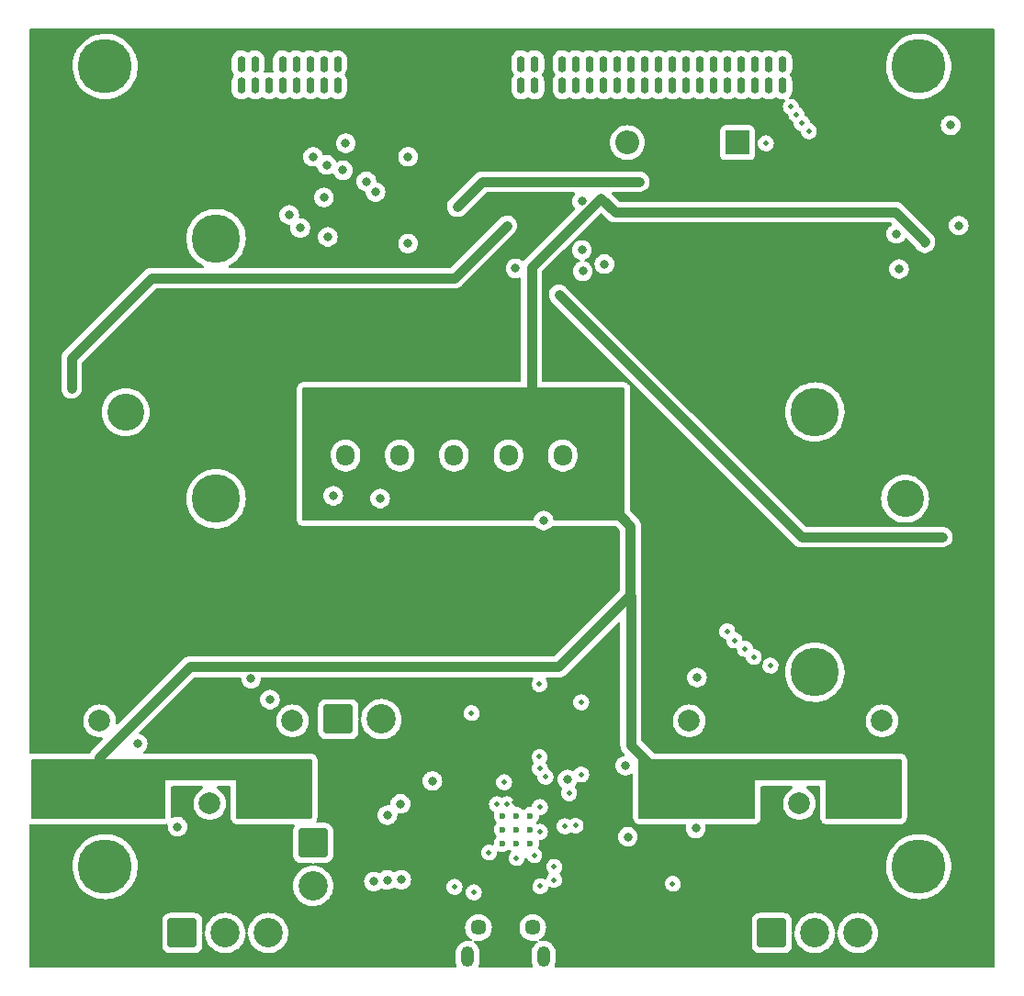
<source format=gbr>
%TF.GenerationSoftware,KiCad,Pcbnew,(6.0.2)*%
%TF.CreationDate,2023-01-13T18:58:57-08:00*%
%TF.ProjectId,ProvesXEPS,50726f76-6573-4584-9550-532e6b696361,rev?*%
%TF.SameCoordinates,Original*%
%TF.FileFunction,Copper,L3,Inr*%
%TF.FilePolarity,Positive*%
%FSLAX46Y46*%
G04 Gerber Fmt 4.6, Leading zero omitted, Abs format (unit mm)*
G04 Created by KiCad (PCBNEW (6.0.2)) date 2023-01-13 18:58:57*
%MOMM*%
%LPD*%
G01*
G04 APERTURE LIST*
G04 Aperture macros list*
%AMRoundRect*
0 Rectangle with rounded corners*
0 $1 Rounding radius*
0 $2 $3 $4 $5 $6 $7 $8 $9 X,Y pos of 4 corners*
0 Add a 4 corners polygon primitive as box body*
4,1,4,$2,$3,$4,$5,$6,$7,$8,$9,$2,$3,0*
0 Add four circle primitives for the rounded corners*
1,1,$1+$1,$2,$3*
1,1,$1+$1,$4,$5*
1,1,$1+$1,$6,$7*
1,1,$1+$1,$8,$9*
0 Add four rect primitives between the rounded corners*
20,1,$1+$1,$2,$3,$4,$5,0*
20,1,$1+$1,$4,$5,$6,$7,0*
20,1,$1+$1,$6,$7,$8,$9,0*
20,1,$1+$1,$8,$9,$2,$3,0*%
G04 Aperture macros list end*
%TA.AperFunction,ComponentPad*%
%ADD10RoundRect,0.250001X-1.099999X1.099999X-1.099999X-1.099999X1.099999X-1.099999X1.099999X1.099999X0*%
%TD*%
%TA.AperFunction,ComponentPad*%
%ADD11C,2.700000*%
%TD*%
%TA.AperFunction,ComponentPad*%
%ADD12O,0.750000X1.500000*%
%TD*%
%TA.AperFunction,ComponentPad*%
%ADD13C,2.006600*%
%TD*%
%TA.AperFunction,ComponentPad*%
%ADD14RoundRect,0.250000X-0.600000X-0.725000X0.600000X-0.725000X0.600000X0.725000X-0.600000X0.725000X0*%
%TD*%
%TA.AperFunction,ComponentPad*%
%ADD15O,1.700000X1.950000*%
%TD*%
%TA.AperFunction,ComponentPad*%
%ADD16R,2.200000X2.200000*%
%TD*%
%TA.AperFunction,ComponentPad*%
%ADD17O,2.200000X2.200000*%
%TD*%
%TA.AperFunction,ComponentPad*%
%ADD18C,5.000000*%
%TD*%
%TA.AperFunction,ComponentPad*%
%ADD19RoundRect,0.250001X-1.099999X-1.099999X1.099999X-1.099999X1.099999X1.099999X-1.099999X1.099999X0*%
%TD*%
%TA.AperFunction,ComponentPad*%
%ADD20C,1.450000*%
%TD*%
%TA.AperFunction,ComponentPad*%
%ADD21O,1.200000X1.900000*%
%TD*%
%TA.AperFunction,ComponentPad*%
%ADD22C,0.600000*%
%TD*%
%TA.AperFunction,ComponentPad*%
%ADD23C,4.466000*%
%TD*%
%TA.AperFunction,ComponentPad*%
%ADD24C,3.406000*%
%TD*%
%TA.AperFunction,ViaPad*%
%ADD25C,0.800000*%
%TD*%
%TA.AperFunction,ViaPad*%
%ADD26C,0.460000*%
%TD*%
%TA.AperFunction,Conductor*%
%ADD27C,0.900000*%
%TD*%
%TA.AperFunction,Conductor*%
%ADD28C,0.939800*%
%TD*%
%TA.AperFunction,Conductor*%
%ADD29C,0.500000*%
%TD*%
G04 APERTURE END LIST*
D10*
%TO.N,/Microcontroller/~{USB_BOOT}*%
%TO.C,J6*%
X132250000Y-141250000D03*
D11*
%TO.N,GND*%
X132250000Y-145210000D03*
%TD*%
D12*
%TO.N,VSolar*%
%TO.C,J8*%
X125613854Y-71404591D03*
X125613854Y-69384591D03*
%TO.N,VBatt*%
X126883854Y-71404591D03*
X126883854Y-69384591D03*
%TO.N,GND*%
X128153854Y-71404591D03*
%TO.N,+3.3V*%
X128153854Y-69384591D03*
%TO.N,unconnected-(J8-Pad7)*%
X129423854Y-71404591D03*
%TO.N,unconnected-(J8-Pad8)*%
X129423854Y-69384591D03*
%TO.N,unconnected-(J8-Pad9)*%
X130693854Y-71404591D03*
%TO.N,unconnected-(J8-Pad10)*%
X130693854Y-69384591D03*
%TO.N,unconnected-(J8-Pad11)*%
X131963854Y-71404591D03*
%TO.N,unconnected-(J8-Pad12)*%
X131963854Y-69384591D03*
%TO.N,GND*%
X133233854Y-71404591D03*
X133233854Y-69384591D03*
%TO.N,unconnected-(J8-Pad15)*%
X134503854Y-71404591D03*
%TO.N,unconnected-(J8-Pad16)*%
X134503854Y-69384591D03*
%TD*%
D13*
%TO.N,VBatt*%
%TO.C,K2*%
X166922853Y-137599999D03*
%TO.N,Net-(K2-Pad2)*%
X177082853Y-137599999D03*
%TO.N,VBatt*%
X184702853Y-137599999D03*
%TO.N,GND*%
X184702853Y-129979999D03*
%TO.N,Net-(D4-Pad2)*%
X166922853Y-129979999D03*
%TD*%
D14*
%TO.N,VBatt*%
%TO.C,J1*%
X132750001Y-105500000D03*
D15*
%TO.N,RBF*%
X135250001Y-105500000D03*
%TO.N,VBatt*%
X137750001Y-105500000D03*
%TO.N,F4*%
X140250001Y-105500000D03*
%TO.N,VBatt*%
X142750001Y-105500000D03*
%TO.N,F3*%
X145250001Y-105500000D03*
%TO.N,VBatt*%
X147750001Y-105500000D03*
%TO.N,F2*%
X150250001Y-105500000D03*
%TO.N,VBatt*%
X152750001Y-105500000D03*
%TO.N,F1*%
X155250001Y-105500000D03*
%TD*%
D16*
%TO.N,Net-(D2-Pad1)*%
%TO.C,D2*%
X171379998Y-76652000D03*
D17*
%TO.N,GND*%
X161219998Y-76652000D03*
%TD*%
D18*
%TO.N,GND*%
%TO.C,*%
X113078853Y-143424591D03*
%TD*%
D19*
%TO.N,GND*%
%TO.C,J2*%
X174540002Y-149549999D03*
D11*
%TO.N,unconnected-(J2-Pad2)*%
X178500002Y-149549999D03*
%TO.N,Net-(J2-Pad3)*%
X182460002Y-149549999D03*
%TD*%
D12*
%TO.N,+5V*%
%TO.C,J7*%
X151413852Y-71404590D03*
X151413852Y-69384590D03*
%TO.N,GND*%
X152683852Y-71404590D03*
X152683852Y-69384590D03*
%TO.N,+3.3V*%
X153953852Y-71404590D03*
X153953852Y-69384590D03*
%TO.N,GND*%
X155223852Y-71404590D03*
X155223852Y-69384590D03*
X156493852Y-71404590D03*
%TO.N,unconnected-(J7-Pad10)*%
X156493852Y-69384590D03*
%TO.N,GND*%
X157763852Y-71404590D03*
%TO.N,unconnected-(J7-Pad12)*%
X157763852Y-69384590D03*
%TO.N,unconnected-(J7-Pad13)*%
X159033852Y-71404590D03*
%TO.N,unconnected-(J7-Pad14)*%
X159033852Y-69384590D03*
%TO.N,unconnected-(J7-Pad15)*%
X160303852Y-71404590D03*
%TO.N,unconnected-(J7-Pad16)*%
X160303852Y-69384590D03*
%TO.N,GND*%
X161573852Y-71404590D03*
%TO.N,GPIO5*%
X161573852Y-69384590D03*
%TO.N,GND*%
X162843852Y-71404590D03*
%TO.N,unconnected-(J7-Pad20)*%
X162843852Y-69384590D03*
%TO.N,unconnected-(J7-Pad21)*%
X164113852Y-71404590D03*
%TO.N,unconnected-(J7-Pad22)*%
X164113852Y-69384590D03*
%TO.N,unconnected-(J7-Pad23)*%
X165383852Y-71404590D03*
%TO.N,unconnected-(J7-Pad24)*%
X165383852Y-69384590D03*
%TO.N,unconnected-(J7-Pad25)*%
X166653852Y-71404590D03*
%TO.N,GND*%
X166653852Y-69384590D03*
%TO.N,unconnected-(J7-Pad27)*%
X167923852Y-71404590D03*
%TO.N,SPIO_SCK*%
X167923852Y-69384590D03*
%TO.N,unconnected-(J7-Pad29)*%
X169193852Y-71404590D03*
%TO.N,SPIO_MOSI*%
X169193852Y-69384590D03*
%TO.N,unconnected-(J7-Pad31)*%
X170463852Y-71404590D03*
%TO.N,SPIO_MISO*%
X170463852Y-69384590D03*
%TO.N,unconnected-(J7-Pad33)*%
X171733852Y-71404590D03*
%TO.N,SPIO_CS*%
X171733852Y-69384590D03*
%TO.N,GND*%
X173003852Y-71404590D03*
X173003852Y-69384590D03*
X174273852Y-71404590D03*
%TO.N,UART0_RX*%
X174273852Y-69384590D03*
%TO.N,GND*%
X175543852Y-71404590D03*
%TO.N,UART0_TX*%
X175543852Y-69384590D03*
%TD*%
D18*
%TO.N,GND*%
%TO.C,*%
X188078854Y-69624589D03*
%TD*%
D20*
%TO.N,GND*%
%TO.C,J5*%
X147500000Y-149037500D03*
D21*
X146500000Y-151737500D03*
X153500000Y-151737500D03*
D20*
X152500000Y-149037500D03*
%TD*%
D19*
%TO.N,/Microcontroller/SWD*%
%TO.C,J4*%
X134575000Y-129825000D03*
D11*
%TO.N,/Microcontroller/SWCLK*%
X138535000Y-129825000D03*
%TD*%
D18*
%TO.N,GND*%
%TO.C,*%
X113078853Y-69624591D03*
%TD*%
D19*
%TO.N,GND*%
%TO.C,J3*%
X120183700Y-149550000D03*
D11*
%TO.N,unconnected-(J3-Pad2)*%
X124143700Y-149550000D03*
%TO.N,Net-(J3-Pad3)*%
X128103700Y-149550000D03*
%TD*%
D13*
%TO.N,VBatt*%
%TO.C,K1*%
X112566550Y-137599999D03*
%TO.N,Net-(K1-Pad2)*%
X122726550Y-137599999D03*
%TO.N,VBatt*%
X130346550Y-137599999D03*
%TO.N,GND*%
X130346550Y-129979999D03*
%TO.N,Net-(D3-Pad2)*%
X112566550Y-129979999D03*
%TD*%
D18*
%TO.N,GND*%
%TO.C,*%
X188078854Y-143424591D03*
%TD*%
D22*
%TO.N,GND*%
%TO.C,U4*%
X152275000Y-141275000D03*
X149725000Y-140000000D03*
X152275000Y-138725000D03*
X151000000Y-140000000D03*
X151000000Y-141275000D03*
X152275000Y-140000000D03*
X151000000Y-138725000D03*
X149725000Y-141275000D03*
X149725000Y-138725000D03*
%TD*%
D23*
%TO.N,N/C*%
%TO.C,U14*%
X123300000Y-109500000D03*
X178500000Y-125500000D03*
D24*
X186830000Y-109500000D03*
%TD*%
D23*
%TO.N,N/C*%
%TO.C,U11*%
X178500000Y-101500000D03*
X123300000Y-85500000D03*
D24*
X114970000Y-101500000D03*
%TD*%
D25*
%TO.N,Net-(C2-Pad1)*%
X133500000Y-78699500D03*
X135000000Y-79199500D03*
%TO.N,Net-(C4-Pad1)*%
X150922502Y-88252501D03*
X157032502Y-86552501D03*
X157042502Y-82062501D03*
%TO.N,Net-(C7-Pad2)*%
X131070000Y-84509500D03*
X137160000Y-80229500D03*
%TO.N,Net-(C15-Pad1)*%
X186270000Y-88300001D03*
X186019999Y-85050001D03*
D26*
%TO.N,+1V1*%
X150114000Y-137668000D03*
X151003000Y-142621000D03*
X147066000Y-145796000D03*
%TO.N,+3.3V*%
X149800000Y-133750000D03*
D25*
X185770000Y-78800001D03*
X146000000Y-137900000D03*
D26*
X146050000Y-146050000D03*
X146558000Y-141732000D03*
X150800000Y-137490000D03*
X155725000Y-143725000D03*
D25*
X180594000Y-86106000D03*
D26*
X153447876Y-139223876D03*
X138700000Y-133750000D03*
D25*
%TO.N,VCHG*%
X145542000Y-82550000D03*
X162306000Y-80264000D03*
D26*
%TO.N,/Microcontroller/XIN*%
X153125000Y-126600000D03*
X153125000Y-133300000D03*
D25*
%TO.N,VBatt*%
X161500000Y-118387600D03*
X188650000Y-85922948D03*
X160015201Y-103250000D03*
X158782852Y-81755148D03*
X143984200Y-125000000D03*
X152387600Y-103250000D03*
%TO.N,Net-(IC2-Pad16)*%
X132250000Y-77949500D03*
X138000000Y-81199500D03*
%TO.N,F2*%
X153500000Y-111499999D03*
D26*
%TO.N,/Microcontroller/SWD*%
X149200000Y-137675000D03*
%TO.N,/Microcontroller/SWCLK*%
X149860000Y-135636000D03*
%TO.N,GPIO5*%
X153162000Y-137922000D03*
%TO.N,SPIO_SCK*%
X174420000Y-124880000D03*
X177950000Y-75600000D03*
%TO.N,SPIO_MOSI*%
X177300000Y-74850000D03*
X172870000Y-124090000D03*
%TO.N,SPIO_MISO*%
X172070000Y-123340000D03*
X176800000Y-74050000D03*
%TO.N,SPIO_CS*%
X176300000Y-73350000D03*
X171100000Y-122570000D03*
D25*
%TO.N,UART0_RX*%
X161270000Y-140670000D03*
%TO.N,UART0_TX*%
X167520000Y-139900000D03*
%TO.N,Net-(Q16-Pad3)*%
X191019999Y-75050001D03*
X191770000Y-84300002D03*
D26*
%TO.N,BurnRelay2*%
X153162000Y-134366000D03*
D25*
X126530000Y-126080000D03*
%TO.N,BurnRelay1*%
X167640000Y-125984000D03*
X155702000Y-135382000D03*
%TO.N,batt2+*%
X190246000Y-113030000D03*
X154940000Y-90678000D03*
D26*
%TO.N,VBUS_RESET*%
X173990000Y-76708000D03*
X170420000Y-121720000D03*
X156972000Y-128270000D03*
X156970000Y-134920000D03*
%TO.N,EN_Burn1*%
X165400000Y-145000000D03*
X155850000Y-136650000D03*
%TO.N,EN_Burn2*%
X153670000Y-135128000D03*
D25*
X128270000Y-128016000D03*
%TO.N,/Microcontroller/QSPI_SS*%
X143250000Y-135525000D03*
D26*
X154475000Y-143425000D03*
D25*
%TO.N,batt1+*%
X109982000Y-99314000D03*
X150114000Y-84328000D03*
%TO.N,SCL_I2C_1*%
X159100000Y-87850000D03*
D26*
X155448000Y-139700000D03*
D25*
%TO.N,SDA_I2C_1*%
X157110000Y-88510000D03*
D26*
X153162000Y-140208000D03*
%TO.N,/Microcontroller/QSPI_SD3*%
X145288000Y-145288000D03*
D25*
X140375000Y-144625000D03*
%TO.N,/Microcontroller/QSPI_SCLK*%
X139075000Y-144650000D03*
D26*
X148463000Y-142113000D03*
%TO.N,/Microcontroller/QSPI_SD0*%
X152625000Y-142375000D03*
D25*
X137850000Y-144800000D03*
%TO.N,/Microcontroller/QSPI_SD2*%
X139100000Y-138675000D03*
D26*
X153200000Y-145225000D03*
%TO.N,/Microcontroller/QSPI_SD1*%
X154475000Y-144650000D03*
D25*
X140300000Y-137625000D03*
%TO.N,GND*%
X116078000Y-132080000D03*
X161036000Y-134112000D03*
X133250000Y-81699500D03*
X130048000Y-83312000D03*
D26*
X146850000Y-129250000D03*
X156450000Y-139650000D03*
D25*
X135250000Y-76699500D03*
X138430000Y-109474000D03*
X119750000Y-139740000D03*
X134112000Y-109220000D03*
%TO.N,Net-(C10-Pad1)*%
X141000000Y-77949500D03*
X141000000Y-85949500D03*
X133604000Y-85344000D03*
%TD*%
D27*
%TO.N,VCHG*%
X162306000Y-80264000D02*
X147828000Y-80264000D01*
X147828000Y-80264000D02*
X145542000Y-82550000D01*
%TO.N,VBatt*%
X158782852Y-81755148D02*
X152387600Y-88150400D01*
D28*
X161544000Y-118431600D02*
X161544000Y-132221146D01*
X154887600Y-125000000D02*
X143984200Y-125000000D01*
D27*
X185928000Y-83058000D02*
X188650000Y-85780000D01*
X112566550Y-137599999D02*
X112566550Y-133305450D01*
X152387600Y-88150400D02*
X152387600Y-103250000D01*
X112566550Y-133305450D02*
X120872000Y-125000000D01*
D28*
X161500000Y-118387600D02*
X161544000Y-118431600D01*
D27*
X120872000Y-125000000D02*
X143984200Y-125000000D01*
D29*
X188650000Y-85780000D02*
X188650000Y-85922948D01*
D28*
X161500000Y-118387600D02*
X161500000Y-112000000D01*
X161500000Y-112000000D02*
X159750000Y-110250000D01*
D27*
X160085704Y-83058000D02*
X185928000Y-83058000D01*
D28*
X161544000Y-132221146D02*
X166922853Y-137599999D01*
X161500000Y-118387600D02*
X154887600Y-125000000D01*
D27*
X158782852Y-81755148D02*
X160085704Y-83058000D01*
%TO.N,batt2+*%
X154940000Y-90678000D02*
X177292000Y-113030000D01*
X177292000Y-113030000D02*
X190246000Y-113030000D01*
%TO.N,batt1+*%
X150114000Y-84328000D02*
X145288000Y-89154000D01*
X109982000Y-96520000D02*
X109982000Y-99314000D01*
X145288000Y-89154000D02*
X117348000Y-89154000D01*
X117348000Y-89154000D02*
X109982000Y-96520000D01*
%TD*%
%TA.AperFunction,Conductor*%
%TO.N,VBatt*%
G36*
X186442123Y-133520001D02*
G01*
X186488616Y-133573657D01*
X186500002Y-133625999D01*
X186500002Y-138873999D01*
X186480000Y-138942120D01*
X186426344Y-138988613D01*
X186374002Y-138999999D01*
X179626002Y-138999999D01*
X179557881Y-138979997D01*
X179511388Y-138926341D01*
X179500002Y-138873999D01*
X179500002Y-135500000D01*
X176718775Y-135500000D01*
X173018117Y-135499999D01*
X173000002Y-135499999D01*
X173000002Y-138873999D01*
X172980000Y-138942120D01*
X172926344Y-138988613D01*
X172874002Y-138999999D01*
X167668716Y-138999999D01*
X167642518Y-138997245D01*
X167621951Y-138992873D01*
X167621942Y-138992872D01*
X167615487Y-138991500D01*
X167424513Y-138991500D01*
X167418058Y-138992872D01*
X167418049Y-138992873D01*
X167397482Y-138997245D01*
X167371284Y-138999999D01*
X162376002Y-138999999D01*
X162307881Y-138979997D01*
X162261388Y-138926341D01*
X162250002Y-138873999D01*
X162250002Y-133625999D01*
X162270004Y-133557878D01*
X162323660Y-133511385D01*
X162376002Y-133499999D01*
X186374002Y-133499999D01*
X186442123Y-133520001D01*
G37*
%TD.AperFunction*%
%TD*%
%TA.AperFunction,Conductor*%
%TO.N,VBatt*%
G36*
X132085821Y-133520002D02*
G01*
X132132314Y-133573658D01*
X132143700Y-133626000D01*
X132143700Y-138874000D01*
X132123698Y-138942121D01*
X132070042Y-138988614D01*
X132017700Y-139000000D01*
X125269700Y-139000000D01*
X125201579Y-138979998D01*
X125155086Y-138926342D01*
X125143700Y-138874000D01*
X125143700Y-135500002D01*
X122362473Y-135500001D01*
X118661815Y-135500000D01*
X118643700Y-135500000D01*
X118643700Y-138874000D01*
X118623698Y-138942121D01*
X118570042Y-138988614D01*
X118517700Y-139000000D01*
X106394751Y-139000000D01*
X106326630Y-138979998D01*
X106280137Y-138926342D01*
X106268751Y-138874000D01*
X106268751Y-133626000D01*
X106288753Y-133557879D01*
X106342409Y-133511386D01*
X106394751Y-133500000D01*
X132017700Y-133500000D01*
X132085821Y-133520002D01*
G37*
%TD.AperFunction*%
%TD*%
%TA.AperFunction,Conductor*%
%TO.N,+3.3V*%
G36*
X150578854Y-66128590D02*
G01*
X194948853Y-66128591D01*
X195016974Y-66148593D01*
X195063467Y-66202249D01*
X195074853Y-66254591D01*
X195074852Y-152594592D01*
X195054850Y-152662713D01*
X195001194Y-152709206D01*
X194948852Y-152720592D01*
X180106982Y-152720592D01*
X154622315Y-152720591D01*
X154554194Y-152700589D01*
X154507701Y-152646933D01*
X154497597Y-152576659D01*
X154505449Y-152547492D01*
X154561592Y-152408185D01*
X154563834Y-152402622D01*
X154604229Y-152195771D01*
X154604500Y-152190230D01*
X154604500Y-151334841D01*
X154589507Y-151177694D01*
X154574641Y-151127019D01*
X154531868Y-150981222D01*
X154530177Y-150975458D01*
X154479415Y-150876897D01*
X154436422Y-150793421D01*
X154436420Y-150793418D01*
X154433676Y-150788090D01*
X154371402Y-150708812D01*
X154307192Y-150627068D01*
X154307188Y-150627064D01*
X154303486Y-150622351D01*
X154298955Y-150618419D01*
X154148835Y-150488150D01*
X154148830Y-150488146D01*
X154144304Y-150484219D01*
X153961874Y-150378681D01*
X153762778Y-150309543D01*
X153756845Y-150308683D01*
X153756842Y-150308682D01*
X153560140Y-150280162D01*
X153560137Y-150280162D01*
X153554200Y-150279301D01*
X153343667Y-150289045D01*
X153337843Y-150290449D01*
X153337840Y-150290449D01*
X153294637Y-150300861D01*
X153247057Y-150312328D01*
X153176147Y-150308843D01*
X153118377Y-150267574D01*
X153092090Y-150201623D01*
X153105631Y-150131930D01*
X153145266Y-150086622D01*
X153288815Y-149986108D01*
X153288818Y-149986106D01*
X153293326Y-149982949D01*
X153445449Y-149830826D01*
X153496162Y-149758401D01*
X153565688Y-149659107D01*
X153565689Y-149659105D01*
X153568845Y-149654598D01*
X153571168Y-149649616D01*
X153571171Y-149649611D01*
X153657442Y-149464602D01*
X153657443Y-149464601D01*
X153659765Y-149459620D01*
X153662085Y-149450964D01*
X153704549Y-149292483D01*
X153715446Y-149251816D01*
X153734196Y-149037500D01*
X153715446Y-148823184D01*
X153659765Y-148615380D01*
X153629366Y-148550189D01*
X153571171Y-148425389D01*
X153571168Y-148425384D01*
X153568845Y-148420402D01*
X153556723Y-148403090D01*
X153554470Y-148399872D01*
X172685502Y-148399872D01*
X172685503Y-150700125D01*
X172685840Y-150703370D01*
X172685840Y-150703377D01*
X172686404Y-150708811D01*
X172696419Y-150805341D01*
X172752099Y-150972236D01*
X172844680Y-151121845D01*
X172969196Y-151246143D01*
X173118967Y-151338463D01*
X173125915Y-151340768D01*
X173125916Y-151340768D01*
X173279427Y-151391686D01*
X173279429Y-151391686D01*
X173285958Y-151393852D01*
X173389875Y-151404499D01*
X174531133Y-151404499D01*
X175690128Y-151404498D01*
X175693373Y-151404161D01*
X175693380Y-151404161D01*
X175740138Y-151399310D01*
X175795344Y-151393582D01*
X175962239Y-151337902D01*
X176049959Y-151283619D01*
X176105622Y-151249174D01*
X176105623Y-151249173D01*
X176111848Y-151245321D01*
X176236146Y-151120805D01*
X176328466Y-150971034D01*
X176369660Y-150846839D01*
X176381689Y-150810574D01*
X176381689Y-150810572D01*
X176383855Y-150804043D01*
X176394502Y-150700126D01*
X176394502Y-149616738D01*
X176414504Y-149548617D01*
X176436879Y-149529229D01*
X176431242Y-149525923D01*
X176605848Y-149525923D01*
X176641398Y-149581240D01*
X176646404Y-149611787D01*
X176651993Y-149754021D01*
X176699176Y-150012372D01*
X176782291Y-150261498D01*
X176839861Y-150376713D01*
X176895543Y-150488150D01*
X176899679Y-150496428D01*
X177048997Y-150712473D01*
X177052013Y-150715735D01*
X177052018Y-150715742D01*
X177224251Y-150902062D01*
X177224256Y-150902066D01*
X177227267Y-150905324D01*
X177430931Y-151071133D01*
X177434749Y-151073432D01*
X177434751Y-151073433D01*
X177586829Y-151164991D01*
X177655926Y-151206591D01*
X177660033Y-151208330D01*
X177893665Y-151307261D01*
X177893668Y-151307262D01*
X177897763Y-151308996D01*
X177902055Y-151310134D01*
X177902058Y-151310135D01*
X178147319Y-151375165D01*
X178147323Y-151375166D01*
X178151616Y-151376304D01*
X178156025Y-151376826D01*
X178156031Y-151376827D01*
X178305810Y-151394554D01*
X178412420Y-151407172D01*
X178674972Y-151400985D01*
X178755545Y-151387574D01*
X178929642Y-151358596D01*
X178929646Y-151358595D01*
X178934032Y-151357865D01*
X178938273Y-151356524D01*
X178938276Y-151356523D01*
X179180187Y-151280017D01*
X179180189Y-151280016D01*
X179184433Y-151278674D01*
X179188446Y-151276747D01*
X179188449Y-151276746D01*
X179417158Y-151166921D01*
X179417159Y-151166920D01*
X179421177Y-151164991D01*
X179558201Y-151073434D01*
X179635833Y-151021562D01*
X179635837Y-151021559D01*
X179639541Y-151019084D01*
X179642858Y-151016113D01*
X179642862Y-151016110D01*
X179831851Y-150846838D01*
X179831852Y-150846837D01*
X179835169Y-150843866D01*
X180004156Y-150642831D01*
X180143132Y-150419991D01*
X180149138Y-150406407D01*
X180247524Y-150183860D01*
X180249322Y-150179793D01*
X180320609Y-149927029D01*
X180334137Y-149826315D01*
X180355143Y-149669923D01*
X180355144Y-149669915D01*
X180355570Y-149666741D01*
X180356065Y-149650992D01*
X180378197Y-149583533D01*
X180412288Y-149555819D01*
X180407781Y-149553175D01*
X180548910Y-149553175D01*
X180567466Y-149562365D01*
X180603955Y-149623267D01*
X180607906Y-149650003D01*
X180611993Y-149754021D01*
X180659176Y-150012372D01*
X180742291Y-150261498D01*
X180799861Y-150376713D01*
X180855543Y-150488150D01*
X180859679Y-150496428D01*
X181008997Y-150712473D01*
X181012013Y-150715735D01*
X181012018Y-150715742D01*
X181184251Y-150902062D01*
X181184256Y-150902066D01*
X181187267Y-150905324D01*
X181390931Y-151071133D01*
X181394749Y-151073432D01*
X181394751Y-151073433D01*
X181546829Y-151164991D01*
X181615926Y-151206591D01*
X181620033Y-151208330D01*
X181853665Y-151307261D01*
X181853668Y-151307262D01*
X181857763Y-151308996D01*
X181862055Y-151310134D01*
X181862058Y-151310135D01*
X182107319Y-151375165D01*
X182107323Y-151375166D01*
X182111616Y-151376304D01*
X182116025Y-151376826D01*
X182116031Y-151376827D01*
X182265810Y-151394554D01*
X182372420Y-151407172D01*
X182634972Y-151400985D01*
X182715545Y-151387574D01*
X182889642Y-151358596D01*
X182889646Y-151358595D01*
X182894032Y-151357865D01*
X182898273Y-151356524D01*
X182898276Y-151356523D01*
X183140187Y-151280017D01*
X183140189Y-151280016D01*
X183144433Y-151278674D01*
X183148446Y-151276747D01*
X183148449Y-151276746D01*
X183377158Y-151166921D01*
X183377159Y-151166920D01*
X183381177Y-151164991D01*
X183518201Y-151073434D01*
X183595833Y-151021562D01*
X183595837Y-151021559D01*
X183599541Y-151019084D01*
X183602858Y-151016113D01*
X183602862Y-151016110D01*
X183791851Y-150846838D01*
X183791852Y-150846837D01*
X183795169Y-150843866D01*
X183964156Y-150642831D01*
X184103132Y-150419991D01*
X184109138Y-150406407D01*
X184207524Y-150183860D01*
X184209322Y-150179793D01*
X184280609Y-149927029D01*
X184294137Y-149826315D01*
X184315143Y-149669923D01*
X184315144Y-149669915D01*
X184315570Y-149666741D01*
X184316936Y-149623267D01*
X184319138Y-149553221D01*
X184319138Y-149553216D01*
X184319239Y-149549999D01*
X184318602Y-149540995D01*
X184301006Y-149292482D01*
X184300691Y-149288030D01*
X184292895Y-149251816D01*
X184246352Y-149035635D01*
X184246352Y-149035633D01*
X184245416Y-149031288D01*
X184154517Y-148784896D01*
X184029808Y-148553770D01*
X183873777Y-148342521D01*
X183827625Y-148295638D01*
X183692668Y-148158546D01*
X183689537Y-148155365D01*
X183480766Y-147996035D01*
X183461817Y-147985423D01*
X183255518Y-147869890D01*
X183255517Y-147869890D01*
X183251627Y-147867711D01*
X183231336Y-147859861D01*
X183010848Y-147774560D01*
X183010842Y-147774558D01*
X183006693Y-147772953D01*
X183002361Y-147771949D01*
X183002358Y-147771948D01*
X182897749Y-147747701D01*
X182750851Y-147713652D01*
X182489206Y-147690991D01*
X182484771Y-147691235D01*
X182484767Y-147691235D01*
X182231421Y-147705178D01*
X182231414Y-147705179D01*
X182226978Y-147705423D01*
X181969399Y-147756658D01*
X181721610Y-147843676D01*
X181717659Y-147845729D01*
X181717653Y-147845731D01*
X181656043Y-147877735D01*
X181488553Y-147964739D01*
X181484938Y-147967322D01*
X181484932Y-147967326D01*
X181349868Y-148063844D01*
X181274880Y-148117432D01*
X181084853Y-148298709D01*
X181082097Y-148302205D01*
X181082096Y-148302206D01*
X181005101Y-148399874D01*
X180922263Y-148504953D01*
X180891633Y-148557687D01*
X180792590Y-148728201D01*
X180792590Y-148728202D01*
X180790356Y-148732048D01*
X180788686Y-148736171D01*
X180751223Y-148828664D01*
X180691763Y-148975463D01*
X180690692Y-148979776D01*
X180690690Y-148979781D01*
X180646395Y-149158102D01*
X180628450Y-149230342D01*
X180627996Y-149234773D01*
X180604149Y-149467520D01*
X180577308Y-149533247D01*
X180548910Y-149553175D01*
X180407781Y-149553175D01*
X180387016Y-149540995D01*
X180354920Y-149477668D01*
X180353120Y-149463576D01*
X180341006Y-149292482D01*
X180340691Y-149288030D01*
X180332895Y-149251816D01*
X180286352Y-149035635D01*
X180286352Y-149035633D01*
X180285416Y-149031288D01*
X180194517Y-148784896D01*
X180069808Y-148553770D01*
X179913777Y-148342521D01*
X179867625Y-148295638D01*
X179732668Y-148158546D01*
X179729537Y-148155365D01*
X179520766Y-147996035D01*
X179501817Y-147985423D01*
X179295518Y-147869890D01*
X179295517Y-147869890D01*
X179291627Y-147867711D01*
X179271336Y-147859861D01*
X179050848Y-147774560D01*
X179050842Y-147774558D01*
X179046693Y-147772953D01*
X179042361Y-147771949D01*
X179042358Y-147771948D01*
X178937749Y-147747701D01*
X178790851Y-147713652D01*
X178529206Y-147690991D01*
X178524771Y-147691235D01*
X178524767Y-147691235D01*
X178271421Y-147705178D01*
X178271414Y-147705179D01*
X178266978Y-147705423D01*
X178009399Y-147756658D01*
X177761610Y-147843676D01*
X177757659Y-147845729D01*
X177757653Y-147845731D01*
X177696043Y-147877735D01*
X177528553Y-147964739D01*
X177524938Y-147967322D01*
X177524932Y-147967326D01*
X177389868Y-148063844D01*
X177314880Y-148117432D01*
X177124853Y-148298709D01*
X177122097Y-148302205D01*
X177122096Y-148302206D01*
X177045101Y-148399874D01*
X176962263Y-148504953D01*
X176931633Y-148557687D01*
X176832590Y-148728201D01*
X176832590Y-148728202D01*
X176830356Y-148732048D01*
X176828686Y-148736171D01*
X176791223Y-148828664D01*
X176731763Y-148975463D01*
X176730692Y-148979776D01*
X176730690Y-148979781D01*
X176686395Y-149158102D01*
X176668450Y-149230342D01*
X176667996Y-149234773D01*
X176645845Y-149450964D01*
X176619004Y-149516691D01*
X176605848Y-149525923D01*
X176431242Y-149525923D01*
X176428712Y-149524439D01*
X176396616Y-149461112D01*
X176394501Y-149438121D01*
X176394501Y-148399873D01*
X176383585Y-148294657D01*
X176327905Y-148127762D01*
X176292622Y-148070746D01*
X176239177Y-147984379D01*
X176239176Y-147984378D01*
X176235324Y-147978153D01*
X176110808Y-147853855D01*
X175961037Y-147761535D01*
X175954088Y-147759230D01*
X175800577Y-147708312D01*
X175800575Y-147708312D01*
X175794046Y-147706146D01*
X175690129Y-147695499D01*
X174548871Y-147695499D01*
X173389876Y-147695500D01*
X173386631Y-147695837D01*
X173386624Y-147695837D01*
X173339866Y-147700688D01*
X173284660Y-147706416D01*
X173117765Y-147762096D01*
X173097622Y-147774561D01*
X172975690Y-147850015D01*
X172968156Y-147854677D01*
X172843858Y-147979193D01*
X172751538Y-148128964D01*
X172696149Y-148295955D01*
X172685502Y-148399872D01*
X153554470Y-148399872D01*
X153448608Y-148248685D01*
X153448606Y-148248682D01*
X153445449Y-148244174D01*
X153293326Y-148092051D01*
X153288818Y-148088894D01*
X153288815Y-148088892D01*
X153121607Y-147971812D01*
X153121605Y-147971811D01*
X153117098Y-147968655D01*
X153112116Y-147966332D01*
X153112111Y-147966329D01*
X152927102Y-147880058D01*
X152927101Y-147880057D01*
X152922120Y-147877735D01*
X152916812Y-147876313D01*
X152916810Y-147876312D01*
X152836070Y-147854678D01*
X152714316Y-147822054D01*
X152500000Y-147803304D01*
X152285684Y-147822054D01*
X152163930Y-147854678D01*
X152083190Y-147876312D01*
X152083188Y-147876313D01*
X152077880Y-147877735D01*
X152072899Y-147880057D01*
X152072898Y-147880058D01*
X151887889Y-147966329D01*
X151887884Y-147966332D01*
X151882902Y-147968655D01*
X151878395Y-147971811D01*
X151878393Y-147971812D01*
X151711185Y-148088892D01*
X151711182Y-148088894D01*
X151706674Y-148092051D01*
X151554551Y-148244174D01*
X151551394Y-148248682D01*
X151551392Y-148248685D01*
X151443277Y-148403090D01*
X151431155Y-148420402D01*
X151428832Y-148425384D01*
X151428829Y-148425389D01*
X151370634Y-148550189D01*
X151340235Y-148615380D01*
X151284554Y-148823184D01*
X151265804Y-149037500D01*
X151284554Y-149251816D01*
X151295451Y-149292483D01*
X151337916Y-149450964D01*
X151340235Y-149459620D01*
X151342557Y-149464601D01*
X151342558Y-149464602D01*
X151428829Y-149649611D01*
X151428832Y-149649616D01*
X151431155Y-149654598D01*
X151434311Y-149659105D01*
X151434312Y-149659107D01*
X151503839Y-149758401D01*
X151554551Y-149830826D01*
X151706674Y-149982949D01*
X151711182Y-149986106D01*
X151711185Y-149986108D01*
X151878393Y-150103188D01*
X151882902Y-150106345D01*
X151887884Y-150108668D01*
X151887889Y-150108671D01*
X152040411Y-150179793D01*
X152077880Y-150197265D01*
X152083188Y-150198687D01*
X152083190Y-150198688D01*
X152147932Y-150216035D01*
X152285684Y-150252946D01*
X152500000Y-150271696D01*
X152714316Y-150252946D01*
X152791308Y-150232316D01*
X152801277Y-150229645D01*
X152872253Y-150231335D01*
X152931049Y-150271129D01*
X152958997Y-150336394D01*
X152947223Y-150406407D01*
X152906788Y-150454122D01*
X152775014Y-150547596D01*
X152629272Y-150699840D01*
X152626021Y-150704875D01*
X152565579Y-150798484D01*
X152514948Y-150876897D01*
X152436166Y-151072378D01*
X152418080Y-151164991D01*
X152402393Y-151245322D01*
X152395771Y-151279229D01*
X152395500Y-151284770D01*
X152395500Y-152140159D01*
X152410493Y-152297306D01*
X152469823Y-152499542D01*
X152472573Y-152504881D01*
X152489063Y-152536899D01*
X152502472Y-152606618D01*
X152476059Y-152672519D01*
X152418210Y-152713678D01*
X152377047Y-152720591D01*
X147622315Y-152720591D01*
X147554194Y-152700589D01*
X147507701Y-152646933D01*
X147497597Y-152576659D01*
X147505449Y-152547492D01*
X147561592Y-152408185D01*
X147563834Y-152402622D01*
X147604229Y-152195771D01*
X147604500Y-152190230D01*
X147604500Y-151334841D01*
X147589507Y-151177694D01*
X147574641Y-151127019D01*
X147531868Y-150981222D01*
X147530177Y-150975458D01*
X147479415Y-150876897D01*
X147436422Y-150793421D01*
X147436420Y-150793418D01*
X147433676Y-150788090D01*
X147371402Y-150708812D01*
X147307192Y-150627068D01*
X147307188Y-150627064D01*
X147303486Y-150622351D01*
X147298955Y-150618419D01*
X147148835Y-150488150D01*
X147148830Y-150488146D01*
X147144304Y-150484219D01*
X147139111Y-150481214D01*
X147139107Y-150481212D01*
X147103280Y-150460485D01*
X147054332Y-150409060D01*
X147040957Y-150339334D01*
X147067402Y-150273446D01*
X147125271Y-150232316D01*
X147198988Y-150229716D01*
X147280363Y-150251521D01*
X147280371Y-150251522D01*
X147285684Y-150252946D01*
X147500000Y-150271696D01*
X147714316Y-150252946D01*
X147852068Y-150216035D01*
X147916810Y-150198688D01*
X147916812Y-150198687D01*
X147922120Y-150197265D01*
X147959589Y-150179793D01*
X148112111Y-150108671D01*
X148112116Y-150108668D01*
X148117098Y-150106345D01*
X148121607Y-150103188D01*
X148288815Y-149986108D01*
X148288818Y-149986106D01*
X148293326Y-149982949D01*
X148445449Y-149830826D01*
X148496162Y-149758401D01*
X148565688Y-149659107D01*
X148565689Y-149659105D01*
X148568845Y-149654598D01*
X148571168Y-149649616D01*
X148571171Y-149649611D01*
X148657442Y-149464602D01*
X148657443Y-149464601D01*
X148659765Y-149459620D01*
X148662085Y-149450964D01*
X148704549Y-149292483D01*
X148715446Y-149251816D01*
X148734196Y-149037500D01*
X148715446Y-148823184D01*
X148659765Y-148615380D01*
X148629366Y-148550189D01*
X148571171Y-148425389D01*
X148571168Y-148425384D01*
X148568845Y-148420402D01*
X148556723Y-148403090D01*
X148448608Y-148248685D01*
X148448606Y-148248682D01*
X148445449Y-148244174D01*
X148293326Y-148092051D01*
X148288818Y-148088894D01*
X148288815Y-148088892D01*
X148121607Y-147971812D01*
X148121605Y-147971811D01*
X148117098Y-147968655D01*
X148112116Y-147966332D01*
X148112111Y-147966329D01*
X147927102Y-147880058D01*
X147927101Y-147880057D01*
X147922120Y-147877735D01*
X147916812Y-147876313D01*
X147916810Y-147876312D01*
X147836070Y-147854678D01*
X147714316Y-147822054D01*
X147500000Y-147803304D01*
X147285684Y-147822054D01*
X147163930Y-147854678D01*
X147083190Y-147876312D01*
X147083188Y-147876313D01*
X147077880Y-147877735D01*
X147072899Y-147880057D01*
X147072898Y-147880058D01*
X146887889Y-147966329D01*
X146887884Y-147966332D01*
X146882902Y-147968655D01*
X146878395Y-147971811D01*
X146878393Y-147971812D01*
X146711185Y-148088892D01*
X146711182Y-148088894D01*
X146706674Y-148092051D01*
X146554551Y-148244174D01*
X146551394Y-148248682D01*
X146551392Y-148248685D01*
X146443277Y-148403090D01*
X146431155Y-148420402D01*
X146428832Y-148425384D01*
X146428829Y-148425389D01*
X146370634Y-148550189D01*
X146340235Y-148615380D01*
X146284554Y-148823184D01*
X146265804Y-149037500D01*
X146284554Y-149251816D01*
X146295451Y-149292483D01*
X146337916Y-149450964D01*
X146340235Y-149459620D01*
X146342557Y-149464601D01*
X146342558Y-149464602D01*
X146428829Y-149649611D01*
X146428832Y-149649616D01*
X146431155Y-149654598D01*
X146434311Y-149659105D01*
X146434312Y-149659107D01*
X146503839Y-149758401D01*
X146554551Y-149830826D01*
X146706674Y-149982949D01*
X146711182Y-149986106D01*
X146711185Y-149986108D01*
X146846170Y-150080625D01*
X146890498Y-150136082D01*
X146897807Y-150206701D01*
X146865776Y-150270062D01*
X146804575Y-150306047D01*
X146755819Y-150308534D01*
X146560140Y-150280162D01*
X146560137Y-150280162D01*
X146554200Y-150279301D01*
X146343667Y-150289045D01*
X146337843Y-150290449D01*
X146337840Y-150290449D01*
X146144607Y-150337018D01*
X146144605Y-150337019D01*
X146138774Y-150338424D01*
X146133316Y-150340906D01*
X146133312Y-150340907D01*
X146054562Y-150376713D01*
X145946916Y-150425657D01*
X145775014Y-150547596D01*
X145629272Y-150699840D01*
X145626021Y-150704875D01*
X145565579Y-150798484D01*
X145514948Y-150876897D01*
X145436166Y-151072378D01*
X145418080Y-151164991D01*
X145402393Y-151245322D01*
X145395771Y-151279229D01*
X145395500Y-151284770D01*
X145395500Y-152140159D01*
X145410493Y-152297306D01*
X145469823Y-152499542D01*
X145472573Y-152504881D01*
X145489063Y-152536899D01*
X145502472Y-152606618D01*
X145476059Y-152672519D01*
X145418210Y-152713678D01*
X145377047Y-152720591D01*
X120650474Y-152720590D01*
X106208854Y-152720590D01*
X106140733Y-152700588D01*
X106094240Y-152646932D01*
X106082854Y-152594590D01*
X106082854Y-148399873D01*
X118329200Y-148399873D01*
X118329201Y-150700126D01*
X118329538Y-150703371D01*
X118329538Y-150703378D01*
X118330102Y-150708811D01*
X118340117Y-150805342D01*
X118395797Y-150972237D01*
X118422947Y-151016111D01*
X118484525Y-151115619D01*
X118488378Y-151121846D01*
X118612894Y-151246144D01*
X118762665Y-151338464D01*
X118769613Y-151340769D01*
X118769614Y-151340769D01*
X118923125Y-151391687D01*
X118923127Y-151391687D01*
X118929656Y-151393853D01*
X119033573Y-151404500D01*
X120174831Y-151404500D01*
X121333826Y-151404499D01*
X121337071Y-151404162D01*
X121337078Y-151404162D01*
X121383836Y-151399311D01*
X121439042Y-151393583D01*
X121605937Y-151337903D01*
X121704764Y-151276747D01*
X121749320Y-151249175D01*
X121749321Y-151249174D01*
X121755546Y-151245322D01*
X121879844Y-151120806D01*
X121972164Y-150971035D01*
X122001543Y-150882460D01*
X122025387Y-150810575D01*
X122025387Y-150810573D01*
X122027553Y-150804044D01*
X122038200Y-150700127D01*
X122038200Y-149616738D01*
X122058202Y-149548618D01*
X122080577Y-149529230D01*
X122074940Y-149525924D01*
X122249546Y-149525924D01*
X122285096Y-149581241D01*
X122290102Y-149611788D01*
X122295691Y-149754022D01*
X122296491Y-149758401D01*
X122296491Y-149758402D01*
X122336789Y-149979052D01*
X122342874Y-150012373D01*
X122425989Y-150261499D01*
X122449995Y-150309543D01*
X122509747Y-150429124D01*
X122543377Y-150496429D01*
X122692695Y-150712474D01*
X122695711Y-150715736D01*
X122695716Y-150715743D01*
X122867949Y-150902063D01*
X122867954Y-150902067D01*
X122870965Y-150905325D01*
X123074629Y-151071134D01*
X123078447Y-151073433D01*
X123078449Y-151073434D01*
X123295804Y-151204292D01*
X123299624Y-151206592D01*
X123391088Y-151245322D01*
X123537363Y-151307262D01*
X123537366Y-151307263D01*
X123541461Y-151308997D01*
X123545753Y-151310135D01*
X123545756Y-151310136D01*
X123791017Y-151375166D01*
X123791021Y-151375167D01*
X123795314Y-151376305D01*
X123799723Y-151376827D01*
X123799729Y-151376828D01*
X123970209Y-151397005D01*
X124056118Y-151407173D01*
X124318670Y-151400986D01*
X124399243Y-151387575D01*
X124573340Y-151358597D01*
X124573344Y-151358596D01*
X124577730Y-151357866D01*
X124581971Y-151356525D01*
X124581974Y-151356524D01*
X124823885Y-151280018D01*
X124823887Y-151280017D01*
X124828131Y-151278675D01*
X124832142Y-151276749D01*
X124832147Y-151276747D01*
X125060856Y-151166922D01*
X125060857Y-151166921D01*
X125064875Y-151164992D01*
X125194672Y-151078264D01*
X125279531Y-151021563D01*
X125279535Y-151021560D01*
X125283239Y-151019085D01*
X125286556Y-151016114D01*
X125286560Y-151016111D01*
X125475549Y-150846839D01*
X125475550Y-150846838D01*
X125478867Y-150843867D01*
X125647854Y-150642832D01*
X125786830Y-150419992D01*
X125803765Y-150381687D01*
X125891222Y-150183861D01*
X125891222Y-150183860D01*
X125893020Y-150179794D01*
X125964307Y-149927030D01*
X125987545Y-149754021D01*
X125998841Y-149669924D01*
X125998842Y-149669916D01*
X125999268Y-149666742D01*
X125999763Y-149650992D01*
X126021895Y-149583534D01*
X126055986Y-149555820D01*
X126051479Y-149553176D01*
X126192608Y-149553176D01*
X126211164Y-149562366D01*
X126247653Y-149623268D01*
X126251604Y-149650003D01*
X126255691Y-149754022D01*
X126256491Y-149758401D01*
X126256491Y-149758402D01*
X126296789Y-149979052D01*
X126302874Y-150012373D01*
X126385989Y-150261499D01*
X126409995Y-150309543D01*
X126469747Y-150429124D01*
X126503377Y-150496429D01*
X126652695Y-150712474D01*
X126655711Y-150715736D01*
X126655716Y-150715743D01*
X126827949Y-150902063D01*
X126827954Y-150902067D01*
X126830965Y-150905325D01*
X127034629Y-151071134D01*
X127038447Y-151073433D01*
X127038449Y-151073434D01*
X127255804Y-151204292D01*
X127259624Y-151206592D01*
X127351088Y-151245322D01*
X127497363Y-151307262D01*
X127497366Y-151307263D01*
X127501461Y-151308997D01*
X127505753Y-151310135D01*
X127505756Y-151310136D01*
X127751017Y-151375166D01*
X127751021Y-151375167D01*
X127755314Y-151376305D01*
X127759723Y-151376827D01*
X127759729Y-151376828D01*
X127930209Y-151397005D01*
X128016118Y-151407173D01*
X128278670Y-151400986D01*
X128359243Y-151387575D01*
X128533340Y-151358597D01*
X128533344Y-151358596D01*
X128537730Y-151357866D01*
X128541971Y-151356525D01*
X128541974Y-151356524D01*
X128783885Y-151280018D01*
X128783887Y-151280017D01*
X128788131Y-151278675D01*
X128792142Y-151276749D01*
X128792147Y-151276747D01*
X129020856Y-151166922D01*
X129020857Y-151166921D01*
X129024875Y-151164992D01*
X129154672Y-151078264D01*
X129239531Y-151021563D01*
X129239535Y-151021560D01*
X129243239Y-151019085D01*
X129246556Y-151016114D01*
X129246560Y-151016111D01*
X129435549Y-150846839D01*
X129435550Y-150846838D01*
X129438867Y-150843867D01*
X129607854Y-150642832D01*
X129746830Y-150419992D01*
X129763765Y-150381687D01*
X129851222Y-150183861D01*
X129851222Y-150183860D01*
X129853020Y-150179794D01*
X129924307Y-149927030D01*
X129947545Y-149754021D01*
X129958841Y-149669924D01*
X129958842Y-149669916D01*
X129959268Y-149666742D01*
X129959794Y-149650003D01*
X129962836Y-149553222D01*
X129962836Y-149553217D01*
X129962937Y-149550000D01*
X129962300Y-149540996D01*
X129956644Y-149461113D01*
X129944389Y-149288031D01*
X129935413Y-149246336D01*
X129890050Y-149035636D01*
X129890050Y-149035634D01*
X129889114Y-149031289D01*
X129798215Y-148784897D01*
X129673506Y-148553771D01*
X129517475Y-148342522D01*
X129471322Y-148295638D01*
X129336366Y-148158547D01*
X129336365Y-148158546D01*
X129333235Y-148155366D01*
X129124464Y-147996036D01*
X129103649Y-147984379D01*
X128899216Y-147869891D01*
X128899214Y-147869890D01*
X128895325Y-147867712D01*
X128891163Y-147866102D01*
X128654546Y-147774561D01*
X128654540Y-147774559D01*
X128650391Y-147772954D01*
X128646059Y-147771950D01*
X128646056Y-147771949D01*
X128541447Y-147747702D01*
X128394549Y-147713653D01*
X128132904Y-147690992D01*
X128128469Y-147691236D01*
X128128465Y-147691236D01*
X127875119Y-147705179D01*
X127875112Y-147705180D01*
X127870676Y-147705424D01*
X127613097Y-147756659D01*
X127365308Y-147843677D01*
X127361357Y-147845730D01*
X127361351Y-147845732D01*
X127299743Y-147877735D01*
X127132251Y-147964740D01*
X127128636Y-147967323D01*
X127128630Y-147967327D01*
X127084675Y-147998738D01*
X126918578Y-148117433D01*
X126728551Y-148298710D01*
X126725795Y-148302206D01*
X126725794Y-148302207D01*
X126628685Y-148425389D01*
X126565961Y-148504954D01*
X126506598Y-148607156D01*
X126436288Y-148728202D01*
X126436285Y-148728208D01*
X126434054Y-148732049D01*
X126432384Y-148736171D01*
X126432384Y-148736172D01*
X126337133Y-148971337D01*
X126335461Y-148975464D01*
X126334390Y-148979777D01*
X126334388Y-148979782D01*
X126321594Y-149031288D01*
X126272148Y-149230343D01*
X126271694Y-149234773D01*
X126271694Y-149234774D01*
X126247847Y-149467521D01*
X126221006Y-149533248D01*
X126192608Y-149553176D01*
X126051479Y-149553176D01*
X126030714Y-149540996D01*
X125998618Y-149477669D01*
X125996818Y-149463577D01*
X125996644Y-149461113D01*
X125984389Y-149288031D01*
X125975413Y-149246336D01*
X125930050Y-149035636D01*
X125930050Y-149035634D01*
X125929114Y-149031289D01*
X125838215Y-148784897D01*
X125713506Y-148553771D01*
X125557475Y-148342522D01*
X125511322Y-148295638D01*
X125376366Y-148158547D01*
X125376365Y-148158546D01*
X125373235Y-148155366D01*
X125164464Y-147996036D01*
X125143649Y-147984379D01*
X124939216Y-147869891D01*
X124939214Y-147869890D01*
X124935325Y-147867712D01*
X124931163Y-147866102D01*
X124694546Y-147774561D01*
X124694540Y-147774559D01*
X124690391Y-147772954D01*
X124686059Y-147771950D01*
X124686056Y-147771949D01*
X124581447Y-147747702D01*
X124434549Y-147713653D01*
X124172904Y-147690992D01*
X124168469Y-147691236D01*
X124168465Y-147691236D01*
X123915119Y-147705179D01*
X123915112Y-147705180D01*
X123910676Y-147705424D01*
X123653097Y-147756659D01*
X123405308Y-147843677D01*
X123401357Y-147845730D01*
X123401351Y-147845732D01*
X123339743Y-147877735D01*
X123172251Y-147964740D01*
X123168636Y-147967323D01*
X123168630Y-147967327D01*
X123124675Y-147998738D01*
X122958578Y-148117433D01*
X122768551Y-148298710D01*
X122765795Y-148302206D01*
X122765794Y-148302207D01*
X122668685Y-148425389D01*
X122605961Y-148504954D01*
X122546598Y-148607156D01*
X122476288Y-148728202D01*
X122476285Y-148728208D01*
X122474054Y-148732049D01*
X122472384Y-148736171D01*
X122472384Y-148736172D01*
X122377133Y-148971337D01*
X122375461Y-148975464D01*
X122374390Y-148979777D01*
X122374388Y-148979782D01*
X122361594Y-149031288D01*
X122312148Y-149230343D01*
X122311694Y-149234773D01*
X122311694Y-149234774D01*
X122289543Y-149450965D01*
X122262702Y-149516692D01*
X122249546Y-149525924D01*
X122074940Y-149525924D01*
X122072410Y-149524440D01*
X122040314Y-149461113D01*
X122038199Y-149438122D01*
X122038199Y-148399874D01*
X122027283Y-148294658D01*
X121971603Y-148127763D01*
X121888740Y-147993858D01*
X121882875Y-147984380D01*
X121882874Y-147984379D01*
X121879022Y-147978154D01*
X121754506Y-147853856D01*
X121604735Y-147761536D01*
X121597783Y-147759230D01*
X121444275Y-147708313D01*
X121444273Y-147708313D01*
X121437744Y-147706147D01*
X121333827Y-147695500D01*
X120192569Y-147695500D01*
X119033574Y-147695501D01*
X119030329Y-147695838D01*
X119030322Y-147695838D01*
X118983564Y-147700689D01*
X118928358Y-147706417D01*
X118761463Y-147762097D01*
X118704447Y-147797380D01*
X118619388Y-147850016D01*
X118611854Y-147854678D01*
X118487556Y-147979194D01*
X118395236Y-148128965D01*
X118392931Y-148135913D01*
X118392931Y-148135914D01*
X118342014Y-148289424D01*
X118339847Y-148295956D01*
X118329200Y-148399873D01*
X106082854Y-148399873D01*
X106082854Y-143330057D01*
X110070746Y-143330057D01*
X110070841Y-143333687D01*
X110070841Y-143333688D01*
X110078530Y-143627327D01*
X110079816Y-143676427D01*
X110128637Y-144019459D01*
X110216561Y-144354606D01*
X110217880Y-144357989D01*
X110338233Y-144666678D01*
X110342423Y-144677426D01*
X110370937Y-144731279D01*
X110488059Y-144952483D01*
X110504556Y-144983641D01*
X110506608Y-144986626D01*
X110506613Y-144986635D01*
X110698752Y-145266199D01*
X110698758Y-145266206D01*
X110700809Y-145269191D01*
X110828357Y-145415402D01*
X110912873Y-145512284D01*
X110928582Y-145530292D01*
X111184855Y-145763483D01*
X111187813Y-145765608D01*
X111187816Y-145765611D01*
X111342487Y-145876753D01*
X111466233Y-145965674D01*
X111768985Y-146134183D01*
X112089099Y-146266779D01*
X112092593Y-146267774D01*
X112092595Y-146267775D01*
X112418830Y-146360705D01*
X112418835Y-146360706D01*
X112422331Y-146361702D01*
X112657502Y-146400213D01*
X112760685Y-146417110D01*
X112760689Y-146417110D01*
X112764265Y-146417696D01*
X112767891Y-146417867D01*
X113106742Y-146433847D01*
X113106743Y-146433847D01*
X113110369Y-146434018D01*
X113116981Y-146433567D01*
X113452423Y-146410699D01*
X113452430Y-146410698D01*
X113456055Y-146410451D01*
X113459631Y-146409788D01*
X113459633Y-146409788D01*
X113793176Y-146347970D01*
X113793180Y-146347969D01*
X113796741Y-146347309D01*
X114127913Y-146245427D01*
X114445179Y-146106157D01*
X114701521Y-145956363D01*
X114741196Y-145933179D01*
X114741198Y-145933178D01*
X114744336Y-145931344D01*
X114788573Y-145898130D01*
X115018510Y-145725488D01*
X115018514Y-145725485D01*
X115021417Y-145723305D01*
X115272751Y-145484798D01*
X115495006Y-145218985D01*
X115503024Y-145206779D01*
X115539270Y-145151600D01*
X130391680Y-145151600D01*
X130391855Y-145156052D01*
X130401787Y-145408819D01*
X130401991Y-145414022D01*
X130449174Y-145672373D01*
X130459435Y-145703128D01*
X130520030Y-145884753D01*
X130532289Y-145921499D01*
X130557946Y-145972847D01*
X130635110Y-146127275D01*
X130649677Y-146156429D01*
X130798995Y-146372474D01*
X130802011Y-146375736D01*
X130802016Y-146375743D01*
X130974249Y-146562063D01*
X130974254Y-146562067D01*
X130977265Y-146565325D01*
X131180929Y-146731134D01*
X131184747Y-146733433D01*
X131184749Y-146733434D01*
X131336827Y-146824992D01*
X131405924Y-146866592D01*
X131518947Y-146914451D01*
X131643663Y-146967262D01*
X131643666Y-146967263D01*
X131647761Y-146968997D01*
X131652053Y-146970135D01*
X131652056Y-146970136D01*
X131897317Y-147035166D01*
X131897321Y-147035167D01*
X131901614Y-147036305D01*
X131906023Y-147036827D01*
X131906029Y-147036828D01*
X132076509Y-147057005D01*
X132162418Y-147067173D01*
X132424970Y-147060986D01*
X132505543Y-147047575D01*
X132679640Y-147018597D01*
X132679644Y-147018596D01*
X132684030Y-147017866D01*
X132688271Y-147016525D01*
X132688274Y-147016524D01*
X132930185Y-146940018D01*
X132930187Y-146940017D01*
X132934431Y-146938675D01*
X132938442Y-146936749D01*
X132938447Y-146936747D01*
X133167156Y-146826922D01*
X133167157Y-146826921D01*
X133171175Y-146824992D01*
X133280984Y-146751620D01*
X133385831Y-146681563D01*
X133385835Y-146681560D01*
X133389539Y-146679085D01*
X133392856Y-146676114D01*
X133392860Y-146676111D01*
X133581849Y-146506839D01*
X133581850Y-146506838D01*
X133585167Y-146503867D01*
X133754154Y-146302832D01*
X133893130Y-146079992D01*
X133916976Y-146026055D01*
X133997522Y-145843861D01*
X133999320Y-145839794D01*
X134070607Y-145587030D01*
X134087018Y-145464847D01*
X134105141Y-145329924D01*
X134105142Y-145329916D01*
X134105568Y-145326742D01*
X134106259Y-145304760D01*
X134109136Y-145213222D01*
X134109136Y-145213217D01*
X134109237Y-145210000D01*
X134090689Y-144948031D01*
X134085979Y-144926151D01*
X134058819Y-144800000D01*
X136940518Y-144800000D01*
X136941208Y-144806565D01*
X136958941Y-144975282D01*
X136960392Y-144989092D01*
X137019147Y-145169920D01*
X137022450Y-145175642D01*
X137022451Y-145175643D01*
X137044333Y-145213543D01*
X137114214Y-145334580D01*
X137118632Y-145339487D01*
X137118633Y-145339488D01*
X137233759Y-145467349D01*
X137241438Y-145475877D01*
X137319696Y-145532735D01*
X137363355Y-145564455D01*
X137395259Y-145587635D01*
X137401287Y-145590319D01*
X137401289Y-145590320D01*
X137562756Y-145662209D01*
X137568955Y-145664969D01*
X137661944Y-145684735D01*
X137748476Y-145703128D01*
X137748480Y-145703128D01*
X137754933Y-145704500D01*
X137945067Y-145704500D01*
X137951520Y-145703128D01*
X137951524Y-145703128D01*
X138038056Y-145684735D01*
X138131045Y-145664969D01*
X138137244Y-145662209D01*
X138298711Y-145590320D01*
X138298713Y-145590319D01*
X138304741Y-145587635D01*
X138336646Y-145564455D01*
X138380304Y-145532735D01*
X138458562Y-145475877D01*
X138468723Y-145464592D01*
X138529168Y-145427352D01*
X138600152Y-145428704D01*
X138619932Y-145437397D01*
X138620259Y-145437635D01*
X138664581Y-145457368D01*
X138731814Y-145487302D01*
X138793955Y-145514969D01*
X138862318Y-145529500D01*
X138973476Y-145553128D01*
X138973480Y-145553128D01*
X138979933Y-145554500D01*
X139170067Y-145554500D01*
X139176520Y-145553128D01*
X139176524Y-145553128D01*
X139287682Y-145529500D01*
X139356045Y-145514969D01*
X139409115Y-145491341D01*
X139523711Y-145440320D01*
X139523713Y-145440319D01*
X139529741Y-145437635D01*
X139542034Y-145428704D01*
X139668144Y-145337079D01*
X139735012Y-145313221D01*
X139804163Y-145329301D01*
X139816262Y-145337077D01*
X139920259Y-145412635D01*
X139926287Y-145415319D01*
X139926289Y-145415320D01*
X140087924Y-145487284D01*
X140093955Y-145489969D01*
X140186944Y-145509734D01*
X140273476Y-145528128D01*
X140273480Y-145528128D01*
X140279933Y-145529500D01*
X140470067Y-145529500D01*
X140476520Y-145528128D01*
X140476524Y-145528128D01*
X140563056Y-145509734D01*
X140656045Y-145489969D01*
X140662076Y-145487284D01*
X140823711Y-145415320D01*
X140823713Y-145415319D01*
X140829741Y-145412635D01*
X140983562Y-145300877D01*
X140992013Y-145291491D01*
X141004448Y-145277680D01*
X144548924Y-145277680D01*
X144565004Y-145441678D01*
X144617018Y-145598037D01*
X144620665Y-145604059D01*
X144620666Y-145604061D01*
X144693722Y-145724690D01*
X144702381Y-145738988D01*
X144816849Y-145857523D01*
X144954735Y-145947753D01*
X144961339Y-145950209D01*
X145102582Y-146002737D01*
X145102584Y-146002738D01*
X145109184Y-146005192D01*
X145116165Y-146006123D01*
X145116167Y-146006124D01*
X145265539Y-146026055D01*
X145265543Y-146026055D01*
X145272520Y-146026986D01*
X145279531Y-146026348D01*
X145279535Y-146026348D01*
X145429605Y-146012690D01*
X145436626Y-146012051D01*
X145443328Y-146009873D01*
X145443330Y-146009873D01*
X145586646Y-145963307D01*
X145586649Y-145963306D01*
X145593345Y-145961130D01*
X145734888Y-145876753D01*
X145739982Y-145871902D01*
X145739986Y-145871899D01*
X145823160Y-145792693D01*
X145830524Y-145785680D01*
X146326924Y-145785680D01*
X146343004Y-145949678D01*
X146395018Y-146106037D01*
X146398665Y-146112059D01*
X146398666Y-146112061D01*
X146415426Y-146139734D01*
X146480381Y-146246988D01*
X146594849Y-146365523D01*
X146732735Y-146455753D01*
X146739339Y-146458209D01*
X146880582Y-146510737D01*
X146880584Y-146510738D01*
X146887184Y-146513192D01*
X146894165Y-146514123D01*
X146894167Y-146514124D01*
X147043539Y-146534055D01*
X147043543Y-146534055D01*
X147050520Y-146534986D01*
X147057531Y-146534348D01*
X147057535Y-146534348D01*
X147207605Y-146520690D01*
X147214626Y-146520051D01*
X147221328Y-146517873D01*
X147221330Y-146517873D01*
X147364646Y-146471307D01*
X147364649Y-146471306D01*
X147371345Y-146469130D01*
X147512888Y-146384753D01*
X147517982Y-146379902D01*
X147517986Y-146379899D01*
X147602880Y-146299055D01*
X147632220Y-146271115D01*
X147644886Y-146252052D01*
X147719509Y-146139734D01*
X147723410Y-146133863D01*
X147764009Y-146026986D01*
X147779426Y-145986402D01*
X147779427Y-145986397D01*
X147781926Y-145979819D01*
X147784553Y-145961130D01*
X147804309Y-145820560D01*
X147804309Y-145820557D01*
X147804860Y-145816638D01*
X147805148Y-145796000D01*
X147786780Y-145632243D01*
X147732588Y-145476625D01*
X147719733Y-145456052D01*
X147648998Y-145342854D01*
X147645265Y-145336880D01*
X147638358Y-145329924D01*
X147534115Y-145224951D01*
X147529153Y-145219954D01*
X147520843Y-145214680D01*
X152460924Y-145214680D01*
X152477004Y-145378678D01*
X152529018Y-145535037D01*
X152532665Y-145541059D01*
X152532666Y-145541061D01*
X152608539Y-145666341D01*
X152614381Y-145675988D01*
X152728849Y-145794523D01*
X152866735Y-145884753D01*
X152873339Y-145887209D01*
X153014582Y-145939737D01*
X153014584Y-145939738D01*
X153021184Y-145942192D01*
X153028165Y-145943123D01*
X153028167Y-145943124D01*
X153177539Y-145963055D01*
X153177543Y-145963055D01*
X153184520Y-145963986D01*
X153191531Y-145963348D01*
X153191535Y-145963348D01*
X153341605Y-145949690D01*
X153348626Y-145949051D01*
X153355328Y-145946873D01*
X153355330Y-145946873D01*
X153498646Y-145900307D01*
X153498649Y-145900306D01*
X153505345Y-145898130D01*
X153646888Y-145813753D01*
X153651982Y-145808902D01*
X153651986Y-145808899D01*
X153731724Y-145732965D01*
X153766220Y-145700115D01*
X153778886Y-145681052D01*
X153837814Y-145592357D01*
X153857410Y-145562863D01*
X153890453Y-145475877D01*
X153913426Y-145415402D01*
X153913427Y-145415397D01*
X153915926Y-145408819D01*
X153920062Y-145379388D01*
X153949349Y-145314715D01*
X154008953Y-145276141D01*
X154079949Y-145275916D01*
X154113825Y-145291489D01*
X154141735Y-145309753D01*
X154148339Y-145312209D01*
X154289582Y-145364737D01*
X154289584Y-145364738D01*
X154296184Y-145367192D01*
X154303165Y-145368123D01*
X154303167Y-145368124D01*
X154452539Y-145388055D01*
X154452543Y-145388055D01*
X154459520Y-145388986D01*
X154466531Y-145388348D01*
X154466535Y-145388348D01*
X154616605Y-145374690D01*
X154623626Y-145374051D01*
X154630328Y-145371873D01*
X154630330Y-145371873D01*
X154773646Y-145325307D01*
X154773649Y-145325306D01*
X154780345Y-145323130D01*
X154921888Y-145238753D01*
X154926982Y-145233902D01*
X154926986Y-145233899D01*
X155008733Y-145156052D01*
X155041220Y-145125115D01*
X155046221Y-145117589D01*
X155094733Y-145044572D01*
X155131203Y-144989680D01*
X164660924Y-144989680D01*
X164677004Y-145153678D01*
X164729018Y-145310037D01*
X164732665Y-145316059D01*
X164732666Y-145316061D01*
X164808743Y-145441678D01*
X164814381Y-145450988D01*
X164928849Y-145569523D01*
X165066735Y-145659753D01*
X165073339Y-145662209D01*
X165214582Y-145714737D01*
X165214584Y-145714738D01*
X165221184Y-145717192D01*
X165228165Y-145718123D01*
X165228167Y-145718124D01*
X165377539Y-145738055D01*
X165377543Y-145738055D01*
X165384520Y-145738986D01*
X165391531Y-145738348D01*
X165391535Y-145738348D01*
X165541605Y-145724690D01*
X165548626Y-145724051D01*
X165555328Y-145721873D01*
X165555330Y-145721873D01*
X165698646Y-145675307D01*
X165698649Y-145675306D01*
X165705345Y-145673130D01*
X165846888Y-145588753D01*
X165851982Y-145583902D01*
X165851986Y-145583899D01*
X165924369Y-145514969D01*
X165966220Y-145475115D01*
X165973212Y-145464592D01*
X166023868Y-145388348D01*
X166057410Y-145337863D01*
X166092443Y-145245638D01*
X166113426Y-145190402D01*
X166113427Y-145190397D01*
X166115926Y-145183819D01*
X166117075Y-145175643D01*
X166138309Y-145024560D01*
X166138309Y-145024557D01*
X166138860Y-145020638D01*
X166139148Y-145000000D01*
X166120780Y-144836243D01*
X166115253Y-144820370D01*
X166071815Y-144695636D01*
X166066588Y-144680625D01*
X166060348Y-144670638D01*
X165982998Y-144546854D01*
X165979265Y-144540880D01*
X165863153Y-144423954D01*
X165847237Y-144413853D01*
X165806817Y-144388202D01*
X165724021Y-144335658D01*
X165667192Y-144315422D01*
X165575420Y-144282743D01*
X165575415Y-144282742D01*
X165568785Y-144280381D01*
X165561799Y-144279548D01*
X165561795Y-144279547D01*
X165443318Y-144265420D01*
X165405160Y-144260870D01*
X165398157Y-144261606D01*
X165398156Y-144261606D01*
X165248279Y-144277359D01*
X165248277Y-144277359D01*
X165241279Y-144278095D01*
X165193210Y-144294459D01*
X165091956Y-144328928D01*
X165091953Y-144328929D01*
X165085286Y-144331199D01*
X164944935Y-144417543D01*
X164827201Y-144532837D01*
X164737936Y-144671349D01*
X164735525Y-144677972D01*
X164735524Y-144677975D01*
X164683987Y-144819572D01*
X164683986Y-144819577D01*
X164681577Y-144826195D01*
X164660924Y-144989680D01*
X155131203Y-144989680D01*
X155132410Y-144987863D01*
X155167771Y-144894774D01*
X155188426Y-144840402D01*
X155188427Y-144840397D01*
X155190926Y-144833819D01*
X155193443Y-144815909D01*
X155213309Y-144674560D01*
X155213309Y-144674557D01*
X155213860Y-144670638D01*
X155214148Y-144650000D01*
X155195780Y-144486243D01*
X155178252Y-144435908D01*
X155148716Y-144351094D01*
X155141588Y-144330625D01*
X155108764Y-144278095D01*
X155057998Y-144196854D01*
X155054265Y-144190880D01*
X155028520Y-144164954D01*
X155021874Y-144158261D01*
X154990185Y-144126350D01*
X154956378Y-144063920D01*
X154961690Y-143993123D01*
X154992699Y-143946321D01*
X155005995Y-143933659D01*
X155041220Y-143900115D01*
X155080333Y-143841246D01*
X155099326Y-143812659D01*
X155132410Y-143762863D01*
X155166621Y-143672802D01*
X155188426Y-143615402D01*
X155188427Y-143615397D01*
X155190926Y-143608819D01*
X155213860Y-143445638D01*
X155214148Y-143425000D01*
X155203499Y-143330057D01*
X185070747Y-143330057D01*
X185070842Y-143333687D01*
X185070842Y-143333688D01*
X185078531Y-143627327D01*
X185079817Y-143676427D01*
X185128638Y-144019459D01*
X185216562Y-144354606D01*
X185217881Y-144357989D01*
X185338234Y-144666678D01*
X185342424Y-144677426D01*
X185370938Y-144731279D01*
X185488060Y-144952483D01*
X185504557Y-144983641D01*
X185506609Y-144986626D01*
X185506614Y-144986635D01*
X185698753Y-145266199D01*
X185698759Y-145266206D01*
X185700810Y-145269191D01*
X185828358Y-145415402D01*
X185912874Y-145512284D01*
X185928583Y-145530292D01*
X186184856Y-145763483D01*
X186187814Y-145765608D01*
X186187817Y-145765611D01*
X186342488Y-145876753D01*
X186466234Y-145965674D01*
X186768986Y-146134183D01*
X187089100Y-146266779D01*
X187092594Y-146267774D01*
X187092596Y-146267775D01*
X187418831Y-146360705D01*
X187418836Y-146360706D01*
X187422332Y-146361702D01*
X187657503Y-146400213D01*
X187760686Y-146417110D01*
X187760690Y-146417110D01*
X187764266Y-146417696D01*
X187767892Y-146417867D01*
X188106743Y-146433847D01*
X188106744Y-146433847D01*
X188110370Y-146434018D01*
X188116982Y-146433567D01*
X188452424Y-146410699D01*
X188452431Y-146410698D01*
X188456056Y-146410451D01*
X188459632Y-146409788D01*
X188459634Y-146409788D01*
X188793177Y-146347970D01*
X188793181Y-146347969D01*
X188796742Y-146347309D01*
X189127914Y-146245427D01*
X189445180Y-146106157D01*
X189701522Y-145956363D01*
X189741197Y-145933179D01*
X189741199Y-145933178D01*
X189744337Y-145931344D01*
X189788574Y-145898130D01*
X190018511Y-145725488D01*
X190018515Y-145725485D01*
X190021418Y-145723305D01*
X190272752Y-145484798D01*
X190495007Y-145218985D01*
X190503025Y-145206779D01*
X190683250Y-144932413D01*
X190683255Y-144932404D01*
X190685237Y-144929387D01*
X190792081Y-144716951D01*
X190839294Y-144623080D01*
X190839297Y-144623072D01*
X190840921Y-144619844D01*
X190846489Y-144604630D01*
X190958747Y-144297870D01*
X190958748Y-144297866D01*
X190959995Y-144294459D01*
X190960840Y-144290937D01*
X190960843Y-144290929D01*
X191040034Y-143961073D01*
X191040035Y-143961069D01*
X191040881Y-143957544D01*
X191042239Y-143946321D01*
X191082171Y-143616344D01*
X191082172Y-143616337D01*
X191082507Y-143613565D01*
X191082876Y-143601847D01*
X191087661Y-143449560D01*
X191088446Y-143424591D01*
X191087989Y-143416659D01*
X191068710Y-143082297D01*
X191068709Y-143082292D01*
X191068501Y-143078677D01*
X191045899Y-142949175D01*
X191009553Y-142740921D01*
X191009551Y-142740914D01*
X191008929Y-142737348D01*
X191003416Y-142718734D01*
X190941756Y-142510575D01*
X190910521Y-142405128D01*
X190908388Y-142400127D01*
X190776005Y-142089759D01*
X190776003Y-142089756D01*
X190774581Y-142086421D01*
X190760813Y-142062282D01*
X190604701Y-141788590D01*
X190602910Y-141785450D01*
X190597748Y-141778422D01*
X190399924Y-141509118D01*
X190399922Y-141509116D01*
X190397784Y-141506205D01*
X190161923Y-141252387D01*
X190159163Y-141250030D01*
X190159157Y-141250024D01*
X189953634Y-141074492D01*
X189898451Y-141027361D01*
X189610861Y-140834109D01*
X189607652Y-140832453D01*
X189607644Y-140832448D01*
X189306185Y-140676854D01*
X189302965Y-140675192D01*
X189299584Y-140673914D01*
X189299574Y-140673910D01*
X188982243Y-140554001D01*
X188978845Y-140552717D01*
X188642795Y-140468307D01*
X188497904Y-140449232D01*
X188302875Y-140423555D01*
X188302867Y-140423554D01*
X188299271Y-140423081D01*
X188156083Y-140420832D01*
X187956467Y-140417696D01*
X187956463Y-140417696D01*
X187952825Y-140417639D01*
X187949211Y-140418000D01*
X187949205Y-140418000D01*
X187733925Y-140439488D01*
X187608050Y-140452052D01*
X187504499Y-140474630D01*
X187273059Y-140525092D01*
X187273054Y-140525093D01*
X187269515Y-140525865D01*
X186941707Y-140638098D01*
X186628972Y-140787265D01*
X186335454Y-140971389D01*
X186332620Y-140973659D01*
X186332615Y-140973663D01*
X186194105Y-141084631D01*
X186065044Y-141188028D01*
X186043808Y-141209488D01*
X185861831Y-141393381D01*
X185821326Y-141434312D01*
X185607530Y-141706976D01*
X185605637Y-141710065D01*
X185605635Y-141710068D01*
X185435550Y-141987622D01*
X185426490Y-142002406D01*
X185424971Y-142005678D01*
X185424968Y-142005684D01*
X185356198Y-142153837D01*
X185280606Y-142316686D01*
X185279466Y-142320133D01*
X185173783Y-142639689D01*
X185171811Y-142645651D01*
X185171075Y-142649206D01*
X185171074Y-142649209D01*
X185105495Y-142965880D01*
X185101548Y-142984941D01*
X185087702Y-143140077D01*
X185076889Y-143261243D01*
X185070747Y-143330057D01*
X155203499Y-143330057D01*
X155195780Y-143261243D01*
X155141588Y-143105625D01*
X155135646Y-143096115D01*
X155057998Y-142971854D01*
X155054265Y-142965880D01*
X155034667Y-142946144D01*
X154943115Y-142853951D01*
X154938153Y-142848954D01*
X154930732Y-142844244D01*
X154857621Y-142797847D01*
X154799021Y-142760658D01*
X154733559Y-142737348D01*
X154650420Y-142707743D01*
X154650415Y-142707742D01*
X154643785Y-142705381D01*
X154636799Y-142704548D01*
X154636795Y-142704547D01*
X154519939Y-142690613D01*
X154480160Y-142685870D01*
X154473157Y-142686606D01*
X154473156Y-142686606D01*
X154323279Y-142702359D01*
X154323277Y-142702359D01*
X154316279Y-142703095D01*
X154234323Y-142730995D01*
X154166956Y-142753928D01*
X154166953Y-142753929D01*
X154160286Y-142756199D01*
X154154287Y-142759889D01*
X154154286Y-142759890D01*
X154121356Y-142780149D01*
X154019935Y-142842543D01*
X154012203Y-142850115D01*
X153907881Y-142952275D01*
X153902201Y-142957837D01*
X153812936Y-143096349D01*
X153810525Y-143102972D01*
X153810524Y-143102975D01*
X153758987Y-143244572D01*
X153758986Y-143244577D01*
X153756577Y-143251195D01*
X153735924Y-143414680D01*
X153752004Y-143578678D01*
X153804018Y-143735037D01*
X153807665Y-143741059D01*
X153807666Y-143741061D01*
X153881131Y-143862365D01*
X153889381Y-143875988D01*
X153894271Y-143881052D01*
X153894272Y-143881053D01*
X153960991Y-143950143D01*
X153993923Y-144013040D01*
X153987623Y-144083757D01*
X153958512Y-144127693D01*
X153902201Y-144182837D01*
X153812936Y-144321349D01*
X153810525Y-144327972D01*
X153810524Y-144327975D01*
X153758987Y-144469572D01*
X153758986Y-144469577D01*
X153756577Y-144476195D01*
X153755694Y-144483185D01*
X153754322Y-144494045D01*
X153725939Y-144559121D01*
X153666878Y-144598521D01*
X153595892Y-144599736D01*
X153561806Y-144584637D01*
X153524021Y-144560658D01*
X153468478Y-144540880D01*
X153375420Y-144507743D01*
X153375415Y-144507742D01*
X153368785Y-144505381D01*
X153361799Y-144504548D01*
X153361795Y-144504547D01*
X153244939Y-144490613D01*
X153205160Y-144485870D01*
X153198157Y-144486606D01*
X153198156Y-144486606D01*
X153048279Y-144502359D01*
X153048277Y-144502359D01*
X153041279Y-144503095D01*
X152968388Y-144527909D01*
X152891956Y-144553928D01*
X152891953Y-144553929D01*
X152885286Y-144556199D01*
X152879287Y-144559889D01*
X152879286Y-144559890D01*
X152869200Y-144566095D01*
X152744935Y-144642543D01*
X152627201Y-144757837D01*
X152537936Y-144896349D01*
X152535525Y-144902972D01*
X152535524Y-144902975D01*
X152483987Y-145044572D01*
X152483986Y-145044577D01*
X152481577Y-145051195D01*
X152460924Y-145214680D01*
X147520843Y-145214680D01*
X147513237Y-145209853D01*
X147450312Y-145169920D01*
X147390021Y-145131658D01*
X147360615Y-145121187D01*
X147241420Y-145078743D01*
X147241415Y-145078742D01*
X147234785Y-145076381D01*
X147227799Y-145075548D01*
X147227795Y-145075547D01*
X147110939Y-145061613D01*
X147071160Y-145056870D01*
X147064157Y-145057606D01*
X147064156Y-145057606D01*
X146914279Y-145073359D01*
X146914277Y-145073359D01*
X146907279Y-145074095D01*
X146825323Y-145101995D01*
X146757956Y-145124928D01*
X146757953Y-145124929D01*
X146751286Y-145127199D01*
X146610935Y-145213543D01*
X146581511Y-145242357D01*
X146499029Y-145323130D01*
X146493201Y-145328837D01*
X146403936Y-145467349D01*
X146401525Y-145473972D01*
X146401524Y-145473975D01*
X146349987Y-145615572D01*
X146349986Y-145615577D01*
X146347577Y-145622195D01*
X146326924Y-145785680D01*
X145830524Y-145785680D01*
X145854220Y-145763115D01*
X145866886Y-145744052D01*
X145899978Y-145694244D01*
X145945410Y-145625863D01*
X145982015Y-145529500D01*
X146001426Y-145478402D01*
X146001427Y-145478397D01*
X146003926Y-145471819D01*
X146008353Y-145440320D01*
X146026309Y-145312560D01*
X146026309Y-145312557D01*
X146026860Y-145308638D01*
X146027148Y-145288000D01*
X146008780Y-145124243D01*
X145954588Y-144968625D01*
X145944502Y-144952483D01*
X145870998Y-144834854D01*
X145867265Y-144828880D01*
X145751153Y-144711954D01*
X145735237Y-144701853D01*
X145687170Y-144671349D01*
X145612021Y-144623658D01*
X145558584Y-144604630D01*
X145463420Y-144570743D01*
X145463415Y-144570742D01*
X145456785Y-144568381D01*
X145449799Y-144567548D01*
X145449795Y-144567547D01*
X145332939Y-144553613D01*
X145293160Y-144548870D01*
X145286157Y-144549606D01*
X145286156Y-144549606D01*
X145136279Y-144565359D01*
X145136277Y-144565359D01*
X145129279Y-144566095D01*
X145074818Y-144584635D01*
X144979956Y-144616928D01*
X144979953Y-144616929D01*
X144973286Y-144619199D01*
X144967287Y-144622889D01*
X144967286Y-144622890D01*
X144959895Y-144627437D01*
X144832935Y-144705543D01*
X144784567Y-144752909D01*
X144722089Y-144814092D01*
X144715201Y-144820837D01*
X144625936Y-144959349D01*
X144623525Y-144965972D01*
X144623524Y-144965975D01*
X144571987Y-145107572D01*
X144571986Y-145107577D01*
X144569577Y-145114195D01*
X144548924Y-145277680D01*
X141004448Y-145277680D01*
X141106367Y-145164488D01*
X141106368Y-145164487D01*
X141110786Y-145159580D01*
X141205853Y-144994920D01*
X141264608Y-144814092D01*
X141271039Y-144752909D01*
X141283792Y-144631565D01*
X141284482Y-144625000D01*
X141280240Y-144584635D01*
X141265298Y-144442471D01*
X141265298Y-144442469D01*
X141264608Y-144435908D01*
X141205853Y-144255080D01*
X141110786Y-144090420D01*
X141086926Y-144063920D01*
X140987984Y-143954034D01*
X140987983Y-143954033D01*
X140983562Y-143949123D01*
X140869492Y-143866246D01*
X140835083Y-143841246D01*
X140835082Y-143841245D01*
X140829741Y-143837365D01*
X140823713Y-143834681D01*
X140823711Y-143834680D01*
X140662076Y-143762716D01*
X140662075Y-143762716D01*
X140656045Y-143760031D01*
X140563056Y-143740266D01*
X140476524Y-143721872D01*
X140476520Y-143721872D01*
X140470067Y-143720500D01*
X140279933Y-143720500D01*
X140273480Y-143721872D01*
X140273476Y-143721872D01*
X140186944Y-143740266D01*
X140093955Y-143760031D01*
X140087925Y-143762716D01*
X140087924Y-143762716D01*
X139926289Y-143834680D01*
X139926287Y-143834681D01*
X139920259Y-143837365D01*
X139914918Y-143841245D01*
X139914917Y-143841246D01*
X139781856Y-143937921D01*
X139714988Y-143961779D01*
X139645837Y-143945699D01*
X139633734Y-143937921D01*
X139629757Y-143935031D01*
X139555463Y-143881053D01*
X139535083Y-143866246D01*
X139535082Y-143866245D01*
X139529741Y-143862365D01*
X139523713Y-143859681D01*
X139523711Y-143859680D01*
X139362076Y-143787716D01*
X139362075Y-143787716D01*
X139356045Y-143785031D01*
X139238430Y-143760031D01*
X139176524Y-143746872D01*
X139176520Y-143746872D01*
X139170067Y-143745500D01*
X138979933Y-143745500D01*
X138973480Y-143746872D01*
X138973476Y-143746872D01*
X138911570Y-143760031D01*
X138793955Y-143785031D01*
X138787925Y-143787716D01*
X138787924Y-143787716D01*
X138626289Y-143859680D01*
X138626287Y-143859681D01*
X138620259Y-143862365D01*
X138614918Y-143866245D01*
X138614917Y-143866246D01*
X138574653Y-143895500D01*
X138466438Y-143974123D01*
X138462017Y-143979033D01*
X138462016Y-143979034D01*
X138456277Y-143985408D01*
X138395832Y-144022648D01*
X138324848Y-144021296D01*
X138305068Y-144012603D01*
X138304741Y-144012365D01*
X138192084Y-143962207D01*
X138137076Y-143937716D01*
X138137075Y-143937716D01*
X138131045Y-143935031D01*
X138038056Y-143915265D01*
X137951524Y-143896872D01*
X137951520Y-143896872D01*
X137945067Y-143895500D01*
X137754933Y-143895500D01*
X137748480Y-143896872D01*
X137748476Y-143896872D01*
X137661944Y-143915265D01*
X137568955Y-143935031D01*
X137562925Y-143937716D01*
X137562924Y-143937716D01*
X137401289Y-144009680D01*
X137401287Y-144009681D01*
X137395259Y-144012365D01*
X137389918Y-144016245D01*
X137389917Y-144016246D01*
X137360994Y-144037260D01*
X137241438Y-144124123D01*
X137237017Y-144129033D01*
X137237016Y-144129034D01*
X137207822Y-144161458D01*
X137114214Y-144265420D01*
X137076568Y-144330625D01*
X137023540Y-144422472D01*
X137019147Y-144430080D01*
X136960392Y-144610908D01*
X136959702Y-144617469D01*
X136959702Y-144617471D01*
X136949772Y-144711954D01*
X136940518Y-144800000D01*
X134058819Y-144800000D01*
X134036350Y-144695636D01*
X134036350Y-144695634D01*
X134035414Y-144691289D01*
X133944515Y-144444897D01*
X133819806Y-144213771D01*
X133663775Y-144002522D01*
X133654523Y-143993123D01*
X133557184Y-143894244D01*
X133479535Y-143815366D01*
X133270764Y-143656036D01*
X133041625Y-143527712D01*
X133037466Y-143526103D01*
X132800846Y-143434561D01*
X132800840Y-143434559D01*
X132796691Y-143432954D01*
X132792359Y-143431950D01*
X132792356Y-143431949D01*
X132687677Y-143407686D01*
X132540849Y-143373653D01*
X132439061Y-143364837D01*
X132337367Y-143356029D01*
X132271226Y-143330224D01*
X132262602Y-143318336D01*
X132211159Y-143351396D01*
X132182589Y-143356309D01*
X132102454Y-143360720D01*
X132021419Y-143365179D01*
X132021412Y-143365180D01*
X132016976Y-143365424D01*
X131759397Y-143416659D01*
X131511608Y-143503677D01*
X131507657Y-143505730D01*
X131507651Y-143505732D01*
X131300064Y-143613565D01*
X131278551Y-143624740D01*
X131274936Y-143627323D01*
X131274930Y-143627327D01*
X131206222Y-143676427D01*
X131064878Y-143777433D01*
X130874851Y-143958710D01*
X130872095Y-143962206D01*
X130872094Y-143962207D01*
X130829787Y-144015873D01*
X130712261Y-144164954D01*
X130663236Y-144249357D01*
X130582588Y-144388202D01*
X130582585Y-144388208D01*
X130580354Y-144392049D01*
X130578684Y-144396172D01*
X130489466Y-144616442D01*
X130481761Y-144635464D01*
X130480690Y-144639777D01*
X130480688Y-144639782D01*
X130461519Y-144716951D01*
X130418448Y-144890343D01*
X130391680Y-145151600D01*
X115539270Y-145151600D01*
X115683249Y-144932413D01*
X115683254Y-144932404D01*
X115685236Y-144929387D01*
X115792080Y-144716951D01*
X115839293Y-144623080D01*
X115839296Y-144623072D01*
X115840920Y-144619844D01*
X115846488Y-144604630D01*
X115958746Y-144297870D01*
X115958747Y-144297866D01*
X115959994Y-144294459D01*
X115960839Y-144290937D01*
X115960842Y-144290929D01*
X116040033Y-143961073D01*
X116040034Y-143961069D01*
X116040880Y-143957544D01*
X116042238Y-143946321D01*
X116082170Y-143616344D01*
X116082171Y-143616337D01*
X116082506Y-143613565D01*
X116082875Y-143601847D01*
X116087660Y-143449560D01*
X116088445Y-143424591D01*
X116087988Y-143416659D01*
X116068709Y-143082297D01*
X116068708Y-143082292D01*
X116068500Y-143078677D01*
X116045898Y-142949175D01*
X116009552Y-142740921D01*
X116009550Y-142740914D01*
X116008928Y-142737348D01*
X116003415Y-142718734D01*
X115941755Y-142510575D01*
X115910520Y-142405128D01*
X115908387Y-142400127D01*
X115776004Y-142089759D01*
X115776002Y-142089756D01*
X115774580Y-142086421D01*
X115760812Y-142062282D01*
X115604700Y-141788590D01*
X115602909Y-141785450D01*
X115597747Y-141778422D01*
X115399923Y-141509118D01*
X115399921Y-141509116D01*
X115397783Y-141506205D01*
X115161922Y-141252387D01*
X115159162Y-141250030D01*
X115159156Y-141250024D01*
X114953633Y-141074492D01*
X114898450Y-141027361D01*
X114610860Y-140834109D01*
X114607651Y-140832453D01*
X114607643Y-140832448D01*
X114306184Y-140676854D01*
X114302964Y-140675192D01*
X114299583Y-140673914D01*
X114299573Y-140673910D01*
X113982242Y-140554001D01*
X113978844Y-140552717D01*
X113642794Y-140468307D01*
X113497903Y-140449232D01*
X113302874Y-140423555D01*
X113302866Y-140423554D01*
X113299270Y-140423081D01*
X113156082Y-140420832D01*
X112956466Y-140417696D01*
X112956462Y-140417696D01*
X112952824Y-140417639D01*
X112949210Y-140418000D01*
X112949204Y-140418000D01*
X112733924Y-140439488D01*
X112608049Y-140452052D01*
X112504498Y-140474630D01*
X112273058Y-140525092D01*
X112273053Y-140525093D01*
X112269514Y-140525865D01*
X111941706Y-140638098D01*
X111628971Y-140787265D01*
X111335453Y-140971389D01*
X111332619Y-140973659D01*
X111332614Y-140973663D01*
X111194104Y-141084631D01*
X111065043Y-141188028D01*
X111043807Y-141209488D01*
X110861830Y-141393381D01*
X110821325Y-141434312D01*
X110607529Y-141706976D01*
X110605636Y-141710065D01*
X110605634Y-141710068D01*
X110435549Y-141987622D01*
X110426489Y-142002406D01*
X110424970Y-142005678D01*
X110424967Y-142005684D01*
X110356197Y-142153837D01*
X110280605Y-142316686D01*
X110279465Y-142320133D01*
X110173782Y-142639689D01*
X110171810Y-142645651D01*
X110171074Y-142649206D01*
X110171073Y-142649209D01*
X110105494Y-142965880D01*
X110101547Y-142984941D01*
X110087701Y-143140077D01*
X110076888Y-143261243D01*
X110070746Y-143330057D01*
X106082854Y-143330057D01*
X106082854Y-139606181D01*
X106102856Y-139538060D01*
X106156512Y-139491567D01*
X106226786Y-139481463D01*
X106244356Y-139485286D01*
X106244603Y-139485359D01*
X106247309Y-139486154D01*
X106247313Y-139486155D01*
X106251632Y-139487423D01*
X106256080Y-139488063D01*
X106256087Y-139488064D01*
X106390303Y-139507361D01*
X106390310Y-139507362D01*
X106394751Y-139508000D01*
X118517700Y-139508000D01*
X118625680Y-139496391D01*
X118628964Y-139495677D01*
X118628968Y-139495676D01*
X118662502Y-139488381D01*
X118678022Y-139485005D01*
X118681234Y-139483936D01*
X118688644Y-139481470D01*
X118759595Y-139478938D01*
X118820652Y-139515167D01*
X118852430Y-139578655D01*
X118853741Y-139614190D01*
X118840518Y-139740000D01*
X118841208Y-139746565D01*
X118850379Y-139833819D01*
X118860392Y-139929092D01*
X118919147Y-140109920D01*
X118922450Y-140115642D01*
X118922451Y-140115643D01*
X118937171Y-140141138D01*
X119014214Y-140274580D01*
X119018632Y-140279487D01*
X119018633Y-140279488D01*
X119116387Y-140388055D01*
X119141438Y-140415877D01*
X119222304Y-140474630D01*
X119255891Y-140499032D01*
X119295259Y-140527635D01*
X119301287Y-140530319D01*
X119301289Y-140530320D01*
X119412334Y-140579760D01*
X119468955Y-140604969D01*
X119557552Y-140623801D01*
X119648476Y-140643128D01*
X119648480Y-140643128D01*
X119654933Y-140644500D01*
X119845067Y-140644500D01*
X119851520Y-140643128D01*
X119851524Y-140643128D01*
X119942448Y-140623801D01*
X120031045Y-140604969D01*
X120087666Y-140579760D01*
X120198711Y-140530320D01*
X120198713Y-140530319D01*
X120204741Y-140527635D01*
X120244110Y-140499032D01*
X120277696Y-140474630D01*
X120358562Y-140415877D01*
X120383613Y-140388055D01*
X120481367Y-140279488D01*
X120481368Y-140279487D01*
X120485786Y-140274580D01*
X120562829Y-140141138D01*
X120577549Y-140115643D01*
X120577550Y-140115642D01*
X120580853Y-140109920D01*
X120639608Y-139929092D01*
X120649622Y-139833819D01*
X120658792Y-139746565D01*
X120659482Y-139740000D01*
X120645417Y-139606181D01*
X120640298Y-139557471D01*
X120640298Y-139557469D01*
X120639608Y-139550908D01*
X120580853Y-139370080D01*
X120568568Y-139348801D01*
X120518688Y-139262408D01*
X120485786Y-139205420D01*
X120424516Y-139137372D01*
X120362984Y-139069034D01*
X120362983Y-139069033D01*
X120358562Y-139064123D01*
X120245501Y-138981979D01*
X120210083Y-138956246D01*
X120210082Y-138956245D01*
X120204741Y-138952365D01*
X120198713Y-138949681D01*
X120198711Y-138949680D01*
X120037076Y-138877716D01*
X120037075Y-138877716D01*
X120031045Y-138875031D01*
X119938056Y-138855266D01*
X119851524Y-138836872D01*
X119851520Y-138836872D01*
X119845067Y-138835500D01*
X119654933Y-138835500D01*
X119648480Y-138836872D01*
X119648476Y-138836872D01*
X119561944Y-138855266D01*
X119468955Y-138875031D01*
X119462928Y-138877714D01*
X119462920Y-138877717D01*
X119328948Y-138937365D01*
X119258581Y-138946799D01*
X119194284Y-138916692D01*
X119156471Y-138856603D01*
X119151700Y-138822258D01*
X119151700Y-136134000D01*
X119171702Y-136065879D01*
X119225358Y-136019386D01*
X119277700Y-136008000D01*
X119973944Y-136008000D01*
X121996457Y-136008001D01*
X122064578Y-136028003D01*
X122111071Y-136081659D01*
X122121174Y-136151933D01*
X122091681Y-136216513D01*
X122048565Y-136247606D01*
X122048890Y-136248244D01*
X122044765Y-136250345D01*
X122044677Y-136250409D01*
X122039907Y-136252385D01*
X121837547Y-136376392D01*
X121833787Y-136379604D01*
X121833782Y-136379607D01*
X121716719Y-136479589D01*
X121657078Y-136530527D01*
X121653865Y-136534289D01*
X121506158Y-136707231D01*
X121506155Y-136707236D01*
X121502943Y-136710996D01*
X121378936Y-136913356D01*
X121377043Y-136917926D01*
X121377041Y-136917930D01*
X121299119Y-137106052D01*
X121288113Y-137132623D01*
X121286958Y-137137435D01*
X121236256Y-137348625D01*
X121232709Y-137363398D01*
X121214088Y-137599999D01*
X121232709Y-137836600D01*
X121233863Y-137841407D01*
X121233864Y-137841413D01*
X121258166Y-137942638D01*
X121288113Y-138067375D01*
X121290006Y-138071946D01*
X121290007Y-138071948D01*
X121370276Y-138265734D01*
X121378936Y-138286642D01*
X121502943Y-138489002D01*
X121506155Y-138492762D01*
X121506158Y-138492767D01*
X121590505Y-138591524D01*
X121657078Y-138669471D01*
X121660840Y-138672684D01*
X121833782Y-138820391D01*
X121833787Y-138820394D01*
X121837547Y-138823606D01*
X122039907Y-138947613D01*
X122044477Y-138949506D01*
X122044481Y-138949508D01*
X122250613Y-139034890D01*
X122259174Y-139038436D01*
X122310020Y-139050643D01*
X122485136Y-139092685D01*
X122485142Y-139092686D01*
X122489949Y-139093840D01*
X122726550Y-139112461D01*
X122963151Y-139093840D01*
X122967958Y-139092686D01*
X122967964Y-139092685D01*
X123143080Y-139050643D01*
X123193926Y-139038436D01*
X123202487Y-139034890D01*
X123408619Y-138949508D01*
X123408623Y-138949506D01*
X123413193Y-138947613D01*
X123615553Y-138823606D01*
X123619313Y-138820394D01*
X123619318Y-138820391D01*
X123792260Y-138672684D01*
X123796022Y-138669471D01*
X123862595Y-138591524D01*
X123946942Y-138492767D01*
X123946945Y-138492762D01*
X123950157Y-138489002D01*
X124074164Y-138286642D01*
X124082825Y-138265734D01*
X124163093Y-138071948D01*
X124163094Y-138071946D01*
X124164987Y-138067375D01*
X124194934Y-137942638D01*
X124219236Y-137841413D01*
X124219237Y-137841407D01*
X124220391Y-137836600D01*
X124239012Y-137599999D01*
X124220391Y-137363398D01*
X124216845Y-137348625D01*
X124166142Y-137137435D01*
X124164987Y-137132623D01*
X124153981Y-137106052D01*
X124076059Y-136917930D01*
X124076057Y-136917926D01*
X124074164Y-136913356D01*
X123950157Y-136710996D01*
X123946945Y-136707236D01*
X123946942Y-136707231D01*
X123799235Y-136534289D01*
X123796022Y-136530527D01*
X123736381Y-136479589D01*
X123619318Y-136379607D01*
X123619313Y-136379604D01*
X123615553Y-136376392D01*
X123413193Y-136252385D01*
X123408611Y-136250487D01*
X123408417Y-136250406D01*
X123408355Y-136250356D01*
X123404210Y-136248244D01*
X123404654Y-136247373D01*
X123353139Y-136205853D01*
X123330724Y-136138488D01*
X123348287Y-136069698D01*
X123400253Y-136021324D01*
X123456642Y-136008001D01*
X124400957Y-136008002D01*
X124509700Y-136008002D01*
X124577821Y-136028004D01*
X124624314Y-136081660D01*
X124635700Y-136134000D01*
X124635700Y-138874000D01*
X124636060Y-138877348D01*
X124636060Y-138877349D01*
X124636100Y-138877717D01*
X124647309Y-138981980D01*
X124658695Y-139034322D01*
X124692993Y-139137372D01*
X124771165Y-139259010D01*
X124774107Y-139262405D01*
X124774109Y-139262407D01*
X124817658Y-139312666D01*
X124926934Y-139407355D01*
X125058460Y-139467421D01*
X125082214Y-139474396D01*
X125122258Y-139486154D01*
X125122262Y-139486155D01*
X125126581Y-139487423D01*
X125131029Y-139488063D01*
X125131036Y-139488064D01*
X125265252Y-139507361D01*
X125265259Y-139507362D01*
X125269700Y-139508000D01*
X130433700Y-139508000D01*
X130501821Y-139528002D01*
X130548314Y-139581658D01*
X130558418Y-139651932D01*
X130540961Y-139700114D01*
X130461536Y-139828965D01*
X130459231Y-139835913D01*
X130459231Y-139835914D01*
X130411017Y-139981275D01*
X130406147Y-139995956D01*
X130395500Y-140099873D01*
X130395501Y-142400126D01*
X130395838Y-142403371D01*
X130395838Y-142403378D01*
X130397878Y-142423037D01*
X130406417Y-142505342D01*
X130462097Y-142672237D01*
X130476307Y-142695200D01*
X130525490Y-142774678D01*
X130554678Y-142821846D01*
X130679194Y-142946144D01*
X130828965Y-143038464D01*
X130835913Y-143040769D01*
X130835914Y-143040769D01*
X130989425Y-143091687D01*
X130989427Y-143091687D01*
X130995956Y-143093853D01*
X131099873Y-143104500D01*
X132175661Y-143104500D01*
X132243782Y-143124502D01*
X132259221Y-143142320D01*
X132260490Y-143140077D01*
X132323305Y-143106991D01*
X132348234Y-143104499D01*
X133400126Y-143104499D01*
X133403371Y-143104162D01*
X133403378Y-143104162D01*
X133450136Y-143099311D01*
X133505342Y-143093583D01*
X133672237Y-143037903D01*
X133810610Y-142952275D01*
X133815620Y-142949175D01*
X133815621Y-142949174D01*
X133821846Y-142945322D01*
X133946144Y-142820806D01*
X134038464Y-142671035D01*
X134040769Y-142664086D01*
X134091687Y-142510575D01*
X134091687Y-142510573D01*
X134093853Y-142504044D01*
X134104500Y-142400127D01*
X134104500Y-142102680D01*
X147723924Y-142102680D01*
X147740004Y-142266678D01*
X147792018Y-142423037D01*
X147795665Y-142429059D01*
X147795666Y-142429061D01*
X147845823Y-142511879D01*
X147877381Y-142563988D01*
X147991849Y-142682523D01*
X148129735Y-142772753D01*
X148136339Y-142775209D01*
X148277582Y-142827737D01*
X148277584Y-142827738D01*
X148284184Y-142830192D01*
X148291165Y-142831123D01*
X148291167Y-142831124D01*
X148440539Y-142851055D01*
X148440543Y-142851055D01*
X148447520Y-142851986D01*
X148454531Y-142851348D01*
X148454535Y-142851348D01*
X148604605Y-142837690D01*
X148611626Y-142837051D01*
X148618328Y-142834873D01*
X148618330Y-142834873D01*
X148761646Y-142788307D01*
X148761649Y-142788306D01*
X148768345Y-142786130D01*
X148909888Y-142701753D01*
X148914982Y-142696902D01*
X148914986Y-142696899D01*
X149005524Y-142610680D01*
X149029220Y-142588115D01*
X149041886Y-142569052D01*
X149116509Y-142456734D01*
X149120410Y-142450863D01*
X149171071Y-142317498D01*
X149176426Y-142303402D01*
X149176427Y-142303397D01*
X149178926Y-142296819D01*
X149184147Y-142259669D01*
X149201309Y-142137560D01*
X149201309Y-142137557D01*
X149201860Y-142133638D01*
X149202072Y-142118433D01*
X149223022Y-142050599D01*
X149277321Y-142004859D01*
X149347729Y-141995736D01*
X149371977Y-142002093D01*
X149451173Y-142031546D01*
X149522540Y-142058088D01*
X149522542Y-142058089D01*
X149529142Y-142060543D01*
X149536120Y-142061474D01*
X149536124Y-142061475D01*
X149618593Y-142072478D01*
X149708045Y-142084413D01*
X149715056Y-142083775D01*
X149715060Y-142083775D01*
X149880770Y-142068694D01*
X149887791Y-142068055D01*
X149894493Y-142065877D01*
X149894495Y-142065877D01*
X150052747Y-142014458D01*
X150052750Y-142014457D01*
X150059446Y-142012281D01*
X150214478Y-141919863D01*
X150219573Y-141915011D01*
X150219581Y-141915005D01*
X150274841Y-141862382D01*
X150337966Y-141829890D01*
X150408637Y-141836684D01*
X150452369Y-141866101D01*
X150483947Y-141898801D01*
X150488960Y-141902081D01*
X150528465Y-141960568D01*
X150530088Y-142031546D01*
X150496570Y-142088844D01*
X150430201Y-142153837D01*
X150340936Y-142292349D01*
X150338525Y-142298972D01*
X150338524Y-142298975D01*
X150286987Y-142440572D01*
X150286986Y-142440577D01*
X150284577Y-142447195D01*
X150263924Y-142610680D01*
X150280004Y-142774678D01*
X150332018Y-142931037D01*
X150335665Y-142937059D01*
X150335666Y-142937061D01*
X150404251Y-143050307D01*
X150417381Y-143071988D01*
X150531849Y-143190523D01*
X150669735Y-143280753D01*
X150676339Y-143283209D01*
X150817582Y-143335737D01*
X150817584Y-143335738D01*
X150824184Y-143338192D01*
X150831165Y-143339123D01*
X150831167Y-143339124D01*
X150980539Y-143359055D01*
X150980543Y-143359055D01*
X150987520Y-143359986D01*
X150994531Y-143359348D01*
X150994535Y-143359348D01*
X151144605Y-143345690D01*
X151151626Y-143345051D01*
X151158328Y-143342873D01*
X151158330Y-143342873D01*
X151301646Y-143296307D01*
X151301649Y-143296306D01*
X151308345Y-143294130D01*
X151449888Y-143209753D01*
X151454982Y-143204902D01*
X151454986Y-143204899D01*
X151523055Y-143140077D01*
X151569220Y-143096115D01*
X151581886Y-143077052D01*
X151614815Y-143027489D01*
X151660410Y-142958863D01*
X151699874Y-142854974D01*
X151716426Y-142811402D01*
X151716427Y-142811397D01*
X151718926Y-142804819D01*
X151727623Y-142742935D01*
X151756911Y-142678262D01*
X151816515Y-142639689D01*
X151887511Y-142639464D01*
X151947359Y-142677658D01*
X151960173Y-142695199D01*
X152039381Y-142825988D01*
X152153849Y-142944523D01*
X152291735Y-143034753D01*
X152298339Y-143037209D01*
X152439582Y-143089737D01*
X152439584Y-143089738D01*
X152446184Y-143092192D01*
X152453165Y-143093123D01*
X152453167Y-143093124D01*
X152602539Y-143113055D01*
X152602543Y-143113055D01*
X152609520Y-143113986D01*
X152616531Y-143113348D01*
X152616535Y-143113348D01*
X152766605Y-143099690D01*
X152773626Y-143099051D01*
X152780328Y-143096873D01*
X152780330Y-143096873D01*
X152923646Y-143050307D01*
X152923649Y-143050306D01*
X152930345Y-143048130D01*
X153071888Y-142963753D01*
X153076982Y-142958902D01*
X153076986Y-142958899D01*
X153141941Y-142897042D01*
X153191220Y-142850115D01*
X153198703Y-142838853D01*
X153255126Y-142753928D01*
X153282410Y-142712863D01*
X153327952Y-142592974D01*
X153338426Y-142565402D01*
X153338427Y-142565397D01*
X153340926Y-142558819D01*
X153347523Y-142511879D01*
X153363309Y-142399560D01*
X153363309Y-142399557D01*
X153363860Y-142395638D01*
X153364148Y-142375000D01*
X153345780Y-142211243D01*
X153326850Y-142156882D01*
X153296139Y-142068694D01*
X153291588Y-142055625D01*
X153264504Y-142012281D01*
X153207998Y-141921854D01*
X153204265Y-141915880D01*
X153190219Y-141901735D01*
X153093116Y-141803952D01*
X153088153Y-141798954D01*
X153052806Y-141776522D01*
X153006009Y-141723135D01*
X152995504Y-141652920D01*
X153002534Y-141625394D01*
X153056656Y-141482919D01*
X153056657Y-141482917D01*
X153059156Y-141476337D01*
X153061407Y-141460320D01*
X153083724Y-141301529D01*
X153083725Y-141301521D01*
X153084275Y-141297605D01*
X153084591Y-141275000D01*
X153064472Y-141095636D01*
X153064305Y-141095155D01*
X153068557Y-141026876D01*
X153110580Y-140969651D01*
X153175593Y-140944340D01*
X153310626Y-140932051D01*
X153317328Y-140929873D01*
X153317330Y-140929873D01*
X153460646Y-140883307D01*
X153460649Y-140883306D01*
X153467345Y-140881130D01*
X153608888Y-140796753D01*
X153613982Y-140791902D01*
X153613986Y-140791899D01*
X153682122Y-140727013D01*
X153728220Y-140683115D01*
X153736934Y-140670000D01*
X160360518Y-140670000D01*
X160361208Y-140676565D01*
X160377592Y-140832448D01*
X160380392Y-140859092D01*
X160439147Y-141039920D01*
X160442450Y-141045642D01*
X160442451Y-141045643D01*
X160464961Y-141084631D01*
X160534214Y-141204580D01*
X160538632Y-141209487D01*
X160538633Y-141209488D01*
X160614406Y-141293643D01*
X160661438Y-141345877D01*
X160759962Y-141417459D01*
X160772278Y-141426407D01*
X160815259Y-141457635D01*
X160821287Y-141460319D01*
X160821289Y-141460320D01*
X160930892Y-141509118D01*
X160988955Y-141534969D01*
X161081944Y-141554735D01*
X161168476Y-141573128D01*
X161168480Y-141573128D01*
X161174933Y-141574500D01*
X161365067Y-141574500D01*
X161371520Y-141573128D01*
X161371524Y-141573128D01*
X161458056Y-141554735D01*
X161551045Y-141534969D01*
X161609108Y-141509118D01*
X161718711Y-141460320D01*
X161718713Y-141460319D01*
X161724741Y-141457635D01*
X161767723Y-141426407D01*
X161780038Y-141417459D01*
X161878562Y-141345877D01*
X161925594Y-141293643D01*
X162001367Y-141209488D01*
X162001368Y-141209487D01*
X162005786Y-141204580D01*
X162075039Y-141084631D01*
X162097549Y-141045643D01*
X162097550Y-141045642D01*
X162100853Y-141039920D01*
X162159608Y-140859092D01*
X162162409Y-140832448D01*
X162178792Y-140676565D01*
X162179482Y-140670000D01*
X162169998Y-140579760D01*
X162160298Y-140487471D01*
X162160298Y-140487469D01*
X162159608Y-140480908D01*
X162100853Y-140300080D01*
X162086131Y-140274580D01*
X162028643Y-140175009D01*
X162005786Y-140135420D01*
X162000883Y-140129974D01*
X161882984Y-139999034D01*
X161882983Y-139999033D01*
X161878562Y-139994123D01*
X161758049Y-139906565D01*
X161730083Y-139886246D01*
X161730082Y-139886245D01*
X161724741Y-139882365D01*
X161718713Y-139879681D01*
X161718711Y-139879680D01*
X161557076Y-139807716D01*
X161557075Y-139807716D01*
X161551045Y-139805031D01*
X161458056Y-139785265D01*
X161371524Y-139766872D01*
X161371520Y-139766872D01*
X161365067Y-139765500D01*
X161174933Y-139765500D01*
X161168480Y-139766872D01*
X161168476Y-139766872D01*
X161081944Y-139785265D01*
X160988955Y-139805031D01*
X160982925Y-139807716D01*
X160982924Y-139807716D01*
X160821289Y-139879680D01*
X160821287Y-139879681D01*
X160815259Y-139882365D01*
X160809918Y-139886245D01*
X160809917Y-139886246D01*
X160781951Y-139906565D01*
X160661438Y-139994123D01*
X160657017Y-139999033D01*
X160657016Y-139999034D01*
X160539118Y-140129974D01*
X160534214Y-140135420D01*
X160511357Y-140175009D01*
X160453870Y-140274580D01*
X160439147Y-140300080D01*
X160380392Y-140480908D01*
X160379702Y-140487469D01*
X160379702Y-140487471D01*
X160370002Y-140579760D01*
X160360518Y-140670000D01*
X153736934Y-140670000D01*
X153741296Y-140663435D01*
X153775230Y-140612359D01*
X153819410Y-140545863D01*
X153855046Y-140452052D01*
X153875426Y-140398402D01*
X153875427Y-140398397D01*
X153877926Y-140391819D01*
X153880247Y-140375307D01*
X153900309Y-140232560D01*
X153900309Y-140232557D01*
X153900860Y-140228638D01*
X153901148Y-140208000D01*
X153882780Y-140044243D01*
X153828588Y-139888625D01*
X153824677Y-139882365D01*
X153744998Y-139754854D01*
X153741265Y-139748880D01*
X153692841Y-139700116D01*
X153682478Y-139689680D01*
X154708924Y-139689680D01*
X154725004Y-139853678D01*
X154777018Y-140010037D01*
X154780665Y-140016059D01*
X154780666Y-140016061D01*
X154856416Y-140141138D01*
X154862381Y-140150988D01*
X154976849Y-140269523D01*
X155114735Y-140359753D01*
X155121339Y-140362209D01*
X155262582Y-140414737D01*
X155262584Y-140414738D01*
X155269184Y-140417192D01*
X155276165Y-140418123D01*
X155276167Y-140418124D01*
X155425539Y-140438055D01*
X155425543Y-140438055D01*
X155432520Y-140438986D01*
X155439531Y-140438348D01*
X155439535Y-140438348D01*
X155589605Y-140424690D01*
X155596626Y-140424051D01*
X155603328Y-140421873D01*
X155603330Y-140421873D01*
X155746646Y-140375307D01*
X155746649Y-140375306D01*
X155753345Y-140373130D01*
X155894888Y-140288753D01*
X155899986Y-140283898D01*
X155905600Y-140279637D01*
X155906380Y-140280665D01*
X155962980Y-140251532D01*
X156033650Y-140258326D01*
X156055736Y-140269837D01*
X156070485Y-140279488D01*
X156110837Y-140305894D01*
X156110841Y-140305896D01*
X156116735Y-140309753D01*
X156123339Y-140312209D01*
X156264582Y-140364737D01*
X156264584Y-140364738D01*
X156271184Y-140367192D01*
X156278165Y-140368123D01*
X156278167Y-140368124D01*
X156427539Y-140388055D01*
X156427543Y-140388055D01*
X156434520Y-140388986D01*
X156441531Y-140388348D01*
X156441535Y-140388348D01*
X156591605Y-140374690D01*
X156598626Y-140374051D01*
X156605328Y-140371873D01*
X156605330Y-140371873D01*
X156748646Y-140325307D01*
X156748649Y-140325306D01*
X156755345Y-140323130D01*
X156896888Y-140238753D01*
X156901982Y-140233902D01*
X156901986Y-140233899D01*
X156983733Y-140156052D01*
X157016220Y-140125115D01*
X157030492Y-140103635D01*
X157088675Y-140016061D01*
X157107410Y-139987863D01*
X157140786Y-139900000D01*
X157163426Y-139840402D01*
X157163427Y-139840397D01*
X157165926Y-139833819D01*
X157168343Y-139816621D01*
X157188309Y-139674560D01*
X157188309Y-139674557D01*
X157188860Y-139670638D01*
X157189148Y-139650000D01*
X157170780Y-139486243D01*
X157164987Y-139469606D01*
X157131182Y-139372534D01*
X157116588Y-139330625D01*
X157052404Y-139227909D01*
X157032998Y-139196854D01*
X157029265Y-139190880D01*
X156913153Y-139073954D01*
X156905401Y-139069034D01*
X156830406Y-139021441D01*
X156774021Y-138985658D01*
X156746249Y-138975769D01*
X156625420Y-138932743D01*
X156625415Y-138932742D01*
X156618785Y-138930381D01*
X156611799Y-138929548D01*
X156611795Y-138929547D01*
X156494939Y-138915613D01*
X156455160Y-138910870D01*
X156448157Y-138911606D01*
X156448156Y-138911606D01*
X156298279Y-138927359D01*
X156298277Y-138927359D01*
X156291279Y-138928095D01*
X156227873Y-138949680D01*
X156141956Y-138978928D01*
X156141953Y-138978929D01*
X156135286Y-138981199D01*
X156129287Y-138984889D01*
X156129286Y-138984890D01*
X156128672Y-138985268D01*
X155994935Y-139067543D01*
X155989901Y-139072472D01*
X155988289Y-139073732D01*
X155922295Y-139099911D01*
X155852624Y-139086254D01*
X155843206Y-139080833D01*
X155772021Y-139035658D01*
X155732095Y-139021441D01*
X155623420Y-138982743D01*
X155623415Y-138982742D01*
X155616785Y-138980381D01*
X155609799Y-138979548D01*
X155609795Y-138979547D01*
X155492939Y-138965613D01*
X155453160Y-138960870D01*
X155446157Y-138961606D01*
X155446156Y-138961606D01*
X155296279Y-138977359D01*
X155296277Y-138977359D01*
X155289279Y-138978095D01*
X155207323Y-139005995D01*
X155139956Y-139028928D01*
X155139953Y-139028929D01*
X155133286Y-139031199D01*
X155127287Y-139034889D01*
X155127286Y-139034890D01*
X155119645Y-139039591D01*
X154992935Y-139117543D01*
X154965916Y-139144002D01*
X154889364Y-139218968D01*
X154875201Y-139232837D01*
X154785936Y-139371349D01*
X154783525Y-139377972D01*
X154783524Y-139377975D01*
X154731987Y-139519572D01*
X154731986Y-139519577D01*
X154729577Y-139526195D01*
X154708924Y-139689680D01*
X153682478Y-139689680D01*
X153630115Y-139636951D01*
X153625153Y-139631954D01*
X153486021Y-139543658D01*
X153418380Y-139519572D01*
X153337420Y-139490743D01*
X153337415Y-139490742D01*
X153330785Y-139488381D01*
X153323799Y-139487548D01*
X153323795Y-139487547D01*
X153206939Y-139473613D01*
X153167160Y-139468870D01*
X153160157Y-139469606D01*
X153160156Y-139469606D01*
X153114091Y-139474448D01*
X153003279Y-139486095D01*
X152996609Y-139488366D01*
X152989730Y-139489878D01*
X152989275Y-139487809D01*
X152928597Y-139490395D01*
X152869514Y-139456887D01*
X152869013Y-139456383D01*
X152864715Y-139452055D01*
X152830904Y-139389627D01*
X152836212Y-139318829D01*
X152867224Y-139272020D01*
X152895183Y-139245395D01*
X152995063Y-139095062D01*
X153038316Y-138981199D01*
X153056656Y-138932919D01*
X153056657Y-138932917D01*
X153059156Y-138926337D01*
X153065887Y-138878447D01*
X153081901Y-138764496D01*
X153111189Y-138699822D01*
X153170793Y-138661249D01*
X153195255Y-138656551D01*
X153284891Y-138648393D01*
X153310626Y-138646051D01*
X153317328Y-138643873D01*
X153317330Y-138643873D01*
X153460646Y-138597307D01*
X153460649Y-138597306D01*
X153467345Y-138595130D01*
X153608888Y-138510753D01*
X153613982Y-138505902D01*
X153613986Y-138505899D01*
X153678941Y-138444042D01*
X153728220Y-138397115D01*
X153819410Y-138259863D01*
X153855640Y-138164488D01*
X153875426Y-138112402D01*
X153875427Y-138112397D01*
X153877926Y-138105819D01*
X153892231Y-138004034D01*
X153900309Y-137946560D01*
X153900309Y-137946557D01*
X153900860Y-137942638D01*
X153901148Y-137922000D01*
X153882780Y-137758243D01*
X153828588Y-137602625D01*
X153823867Y-137595069D01*
X153744998Y-137468854D01*
X153741265Y-137462880D01*
X153708247Y-137429630D01*
X153653054Y-137374051D01*
X153625153Y-137345954D01*
X153609237Y-137335853D01*
X153562027Y-137305893D01*
X153486021Y-137257658D01*
X153419298Y-137233899D01*
X153337420Y-137204743D01*
X153337415Y-137204742D01*
X153330785Y-137202381D01*
X153323799Y-137201548D01*
X153323795Y-137201547D01*
X153206939Y-137187613D01*
X153167160Y-137182870D01*
X153160157Y-137183606D01*
X153160156Y-137183606D01*
X153010279Y-137199359D01*
X153010277Y-137199359D01*
X153003279Y-137200095D01*
X152921323Y-137227995D01*
X152853956Y-137250928D01*
X152853953Y-137250929D01*
X152847286Y-137253199D01*
X152706935Y-137339543D01*
X152699985Y-137346349D01*
X152601829Y-137442471D01*
X152589201Y-137454837D01*
X152499936Y-137593349D01*
X152497525Y-137599972D01*
X152497524Y-137599975D01*
X152445987Y-137741572D01*
X152445986Y-137741577D01*
X152443577Y-137748195D01*
X152441387Y-137765528D01*
X152436028Y-137807950D01*
X152407646Y-137873026D01*
X152348586Y-137912427D01*
X152296107Y-137917271D01*
X152287650Y-137916263D01*
X152287646Y-137916263D01*
X152280652Y-137915429D01*
X152273649Y-137916165D01*
X152273648Y-137916165D01*
X152108160Y-137933558D01*
X152108156Y-137933559D01*
X152101152Y-137934295D01*
X151930293Y-137992460D01*
X151919463Y-137999123D01*
X151801088Y-138071948D01*
X151776566Y-138087034D01*
X151731616Y-138131052D01*
X151725912Y-138136638D01*
X151663246Y-138170008D01*
X151592488Y-138164202D01*
X151548348Y-138135398D01*
X151544033Y-138131052D01*
X151507293Y-138094055D01*
X151354901Y-137997344D01*
X151301571Y-137978354D01*
X151191506Y-137939161D01*
X151191501Y-137939160D01*
X151184871Y-137936799D01*
X151177885Y-137935966D01*
X151177881Y-137935965D01*
X151051337Y-137920877D01*
X151005652Y-137915429D01*
X150978607Y-137918271D01*
X150908771Y-137905501D01*
X150856924Y-137857000D01*
X150839528Y-137788167D01*
X150840663Y-137775427D01*
X150852309Y-137692563D01*
X150852310Y-137692553D01*
X150852860Y-137688638D01*
X150853148Y-137668000D01*
X150834780Y-137504243D01*
X150780588Y-137348625D01*
X150726107Y-137261437D01*
X150696998Y-137214854D01*
X150693265Y-137208880D01*
X150686795Y-137202364D01*
X150586124Y-137100988D01*
X150577153Y-137091954D01*
X150438021Y-137003658D01*
X150410151Y-136993734D01*
X150289420Y-136950743D01*
X150289415Y-136950742D01*
X150282785Y-136948381D01*
X150275799Y-136947548D01*
X150275795Y-136947547D01*
X150158939Y-136933613D01*
X150119160Y-136928870D01*
X150112157Y-136929606D01*
X150112156Y-136929606D01*
X149962279Y-136945359D01*
X149962277Y-136945359D01*
X149955279Y-136946095D01*
X149896629Y-136966061D01*
X149805956Y-136996928D01*
X149805953Y-136996929D01*
X149799286Y-136999199D01*
X149793287Y-137002889D01*
X149793286Y-137002890D01*
X149717405Y-137049572D01*
X149648904Y-137068230D01*
X149583871Y-137048640D01*
X149524021Y-137010658D01*
X149476493Y-136993734D01*
X149375420Y-136957743D01*
X149375415Y-136957742D01*
X149368785Y-136955381D01*
X149361799Y-136954548D01*
X149361795Y-136954547D01*
X149244939Y-136940613D01*
X149205160Y-136935870D01*
X149198157Y-136936606D01*
X149198156Y-136936606D01*
X149048279Y-136952359D01*
X149048277Y-136952359D01*
X149041279Y-136953095D01*
X148959323Y-136980995D01*
X148891956Y-137003928D01*
X148891953Y-137003929D01*
X148885286Y-137006199D01*
X148744935Y-137092543D01*
X148627201Y-137207837D01*
X148537936Y-137346349D01*
X148535525Y-137352972D01*
X148535524Y-137352975D01*
X148483987Y-137494572D01*
X148483986Y-137494577D01*
X148481577Y-137501195D01*
X148460924Y-137664680D01*
X148477004Y-137828678D01*
X148529018Y-137985037D01*
X148532665Y-137991059D01*
X148532666Y-137991061D01*
X148597944Y-138098847D01*
X148614381Y-138125988D01*
X148728849Y-138244523D01*
X148866735Y-138334753D01*
X148873339Y-138337209D01*
X148873341Y-138337210D01*
X148876396Y-138338346D01*
X148878080Y-138339604D01*
X148879628Y-138340386D01*
X148879491Y-138340658D01*
X148933274Y-138380837D01*
X148958150Y-138447332D01*
X148950881Y-138499539D01*
X148943529Y-138519739D01*
X148938109Y-138534631D01*
X148915488Y-138713696D01*
X148933101Y-138893323D01*
X148935325Y-138900008D01*
X148935325Y-138900009D01*
X148950890Y-138946799D01*
X148990072Y-139064585D01*
X148993719Y-139070607D01*
X148993720Y-139070609D01*
X149074421Y-139203862D01*
X149083569Y-139218968D01*
X149134801Y-139272020D01*
X149137160Y-139274463D01*
X149170092Y-139337359D01*
X149163792Y-139408076D01*
X149134681Y-139452013D01*
X149102647Y-139483383D01*
X149102641Y-139483390D01*
X149097612Y-139488315D01*
X149064323Y-139539969D01*
X149007476Y-139628179D01*
X148999840Y-139640027D01*
X148997431Y-139646647D01*
X148997429Y-139646650D01*
X148958046Y-139754854D01*
X148938109Y-139809631D01*
X148915488Y-139988696D01*
X148933101Y-140168323D01*
X148990072Y-140339585D01*
X148993719Y-140345607D01*
X148993720Y-140345609D01*
X149075660Y-140480908D01*
X149083569Y-140493968D01*
X149137160Y-140549463D01*
X149170092Y-140612359D01*
X149163792Y-140683076D01*
X149134681Y-140727013D01*
X149102647Y-140758383D01*
X149102641Y-140758390D01*
X149097612Y-140763315D01*
X148999840Y-140915027D01*
X148997431Y-140921647D01*
X148997429Y-140921650D01*
X148940518Y-141078012D01*
X148938109Y-141084631D01*
X148915488Y-141263696D01*
X148918813Y-141297605D01*
X148919553Y-141305152D01*
X148906294Y-141374899D01*
X148857431Y-141426407D01*
X148788479Y-141443320D01*
X148751887Y-141436147D01*
X148638420Y-141395743D01*
X148638415Y-141395742D01*
X148631785Y-141393381D01*
X148624799Y-141392548D01*
X148624795Y-141392547D01*
X148507939Y-141378613D01*
X148468160Y-141373870D01*
X148461157Y-141374606D01*
X148461156Y-141374606D01*
X148311279Y-141390359D01*
X148311277Y-141390359D01*
X148304279Y-141391095D01*
X148222323Y-141418995D01*
X148154956Y-141441928D01*
X148154953Y-141441929D01*
X148148286Y-141444199D01*
X148142287Y-141447889D01*
X148142286Y-141447890D01*
X148109356Y-141468149D01*
X148007935Y-141530543D01*
X147964449Y-141573128D01*
X147911077Y-141625394D01*
X147890201Y-141645837D01*
X147800936Y-141784349D01*
X147798525Y-141790972D01*
X147798524Y-141790975D01*
X147746987Y-141932572D01*
X147746986Y-141932577D01*
X147744577Y-141939195D01*
X147723924Y-142102680D01*
X134104500Y-142102680D01*
X134104499Y-140099874D01*
X134103381Y-140089092D01*
X134098037Y-140037589D01*
X134093583Y-139994658D01*
X134037903Y-139827763D01*
X133999373Y-139765500D01*
X133949175Y-139684380D01*
X133949174Y-139684379D01*
X133945322Y-139678154D01*
X133820806Y-139553856D01*
X133671035Y-139461536D01*
X133642454Y-139452056D01*
X133510575Y-139408313D01*
X133510573Y-139408313D01*
X133504044Y-139406147D01*
X133400127Y-139395500D01*
X132665417Y-139395500D01*
X132597296Y-139375498D01*
X132550803Y-139321842D01*
X132540699Y-139251568D01*
X132553301Y-139217791D01*
X132551055Y-139216766D01*
X132558478Y-139200512D01*
X132611121Y-139085240D01*
X132624571Y-139039433D01*
X132629854Y-139021442D01*
X132629855Y-139021438D01*
X132631123Y-139017119D01*
X132635103Y-138989437D01*
X132651061Y-138878448D01*
X132651062Y-138878441D01*
X132651700Y-138874000D01*
X132651700Y-138675000D01*
X138190518Y-138675000D01*
X138210392Y-138864092D01*
X138269147Y-139044920D01*
X138364214Y-139209580D01*
X138368632Y-139214487D01*
X138368633Y-139214488D01*
X138471723Y-139328981D01*
X138491438Y-139350877D01*
X138567510Y-139406147D01*
X138637348Y-139456887D01*
X138645259Y-139462635D01*
X138651287Y-139465319D01*
X138651289Y-139465320D01*
X138803722Y-139533187D01*
X138818955Y-139539969D01*
X138901295Y-139557471D01*
X138998476Y-139578128D01*
X138998480Y-139578128D01*
X139004933Y-139579500D01*
X139195067Y-139579500D01*
X139201520Y-139578128D01*
X139201524Y-139578128D01*
X139298705Y-139557471D01*
X139381045Y-139539969D01*
X139396278Y-139533187D01*
X139548711Y-139465320D01*
X139548713Y-139465319D01*
X139554741Y-139462635D01*
X139562653Y-139456887D01*
X139632490Y-139406147D01*
X139708562Y-139350877D01*
X139728277Y-139328981D01*
X139831367Y-139214488D01*
X139831368Y-139214487D01*
X139835786Y-139209580D01*
X139930853Y-139044920D01*
X139989608Y-138864092D01*
X140009482Y-138675000D01*
X140007501Y-138656156D01*
X140020272Y-138586319D01*
X140068773Y-138534472D01*
X140137606Y-138517076D01*
X140159009Y-138519739D01*
X140198469Y-138528127D01*
X140198478Y-138528128D01*
X140204933Y-138529500D01*
X140395067Y-138529500D01*
X140401520Y-138528128D01*
X140401524Y-138528128D01*
X140488056Y-138509735D01*
X140581045Y-138489969D01*
X140587076Y-138487284D01*
X140748711Y-138415320D01*
X140748713Y-138415319D01*
X140754741Y-138412635D01*
X140776103Y-138397115D01*
X140855259Y-138339604D01*
X140908562Y-138300877D01*
X140951423Y-138253275D01*
X141031367Y-138164488D01*
X141031368Y-138164487D01*
X141035786Y-138159580D01*
X141130853Y-137994920D01*
X141189608Y-137814092D01*
X141194046Y-137771872D01*
X141208792Y-137631565D01*
X141208792Y-137631561D01*
X141209482Y-137625000D01*
X141207830Y-137609282D01*
X141190298Y-137442471D01*
X141190298Y-137442469D01*
X141189608Y-137435908D01*
X141130853Y-137255080D01*
X141123508Y-137242357D01*
X141060152Y-137132623D01*
X141035786Y-137090420D01*
X140999007Y-137049572D01*
X140912984Y-136954034D01*
X140912983Y-136954033D01*
X140908562Y-136949123D01*
X140754741Y-136837365D01*
X140748713Y-136834681D01*
X140748711Y-136834680D01*
X140587076Y-136762716D01*
X140587075Y-136762716D01*
X140581045Y-136760031D01*
X140488056Y-136740265D01*
X140401524Y-136721872D01*
X140401520Y-136721872D01*
X140395067Y-136720500D01*
X140204933Y-136720500D01*
X140198480Y-136721872D01*
X140198476Y-136721872D01*
X140111944Y-136740265D01*
X140018955Y-136760031D01*
X140012925Y-136762716D01*
X140012924Y-136762716D01*
X139851289Y-136834680D01*
X139851287Y-136834681D01*
X139845259Y-136837365D01*
X139691438Y-136949123D01*
X139687017Y-136954033D01*
X139687016Y-136954034D01*
X139600994Y-137049572D01*
X139564214Y-137090420D01*
X139539848Y-137132623D01*
X139476493Y-137242357D01*
X139469147Y-137255080D01*
X139410392Y-137435908D01*
X139409702Y-137442469D01*
X139409702Y-137442471D01*
X139392170Y-137609282D01*
X139390518Y-137625000D01*
X139392499Y-137643844D01*
X139379728Y-137713681D01*
X139331227Y-137765528D01*
X139262394Y-137782924D01*
X139240991Y-137780261D01*
X139201531Y-137771873D01*
X139201522Y-137771872D01*
X139195067Y-137770500D01*
X139004933Y-137770500D01*
X138998480Y-137771872D01*
X138998476Y-137771872D01*
X138911944Y-137790265D01*
X138818955Y-137810031D01*
X138812925Y-137812716D01*
X138812924Y-137812716D01*
X138651289Y-137884680D01*
X138651287Y-137884681D01*
X138645259Y-137887365D01*
X138491438Y-137999123D01*
X138487017Y-138004033D01*
X138487016Y-138004034D01*
X138377209Y-138125988D01*
X138364214Y-138140420D01*
X138347131Y-138170008D01*
X138291864Y-138265734D01*
X138269147Y-138305080D01*
X138210392Y-138485908D01*
X138209702Y-138492469D01*
X138209702Y-138492471D01*
X138193561Y-138646051D01*
X138190518Y-138675000D01*
X132651700Y-138675000D01*
X132651700Y-135525000D01*
X142340518Y-135525000D01*
X142341208Y-135531565D01*
X142358651Y-135697523D01*
X142360392Y-135714092D01*
X142419147Y-135894920D01*
X142514214Y-136059580D01*
X142518632Y-136064487D01*
X142518633Y-136064488D01*
X142632437Y-136190880D01*
X142641438Y-136200877D01*
X142715892Y-136254971D01*
X142785472Y-136305524D01*
X142795259Y-136312635D01*
X142801287Y-136315319D01*
X142801289Y-136315320D01*
X142933211Y-136374055D01*
X142968955Y-136389969D01*
X143061944Y-136409734D01*
X143148476Y-136428128D01*
X143148480Y-136428128D01*
X143154933Y-136429500D01*
X143345067Y-136429500D01*
X143351520Y-136428128D01*
X143351524Y-136428128D01*
X143438056Y-136409734D01*
X143531045Y-136389969D01*
X143566789Y-136374055D01*
X143698711Y-136315320D01*
X143698713Y-136315319D01*
X143704741Y-136312635D01*
X143714529Y-136305524D01*
X143784108Y-136254971D01*
X143858562Y-136200877D01*
X143867564Y-136190880D01*
X143981367Y-136064488D01*
X143981368Y-136064487D01*
X143985786Y-136059580D01*
X144080853Y-135894920D01*
X144139608Y-135714092D01*
X144141350Y-135697523D01*
X144148901Y-135625680D01*
X149120924Y-135625680D01*
X149137004Y-135789678D01*
X149189018Y-135946037D01*
X149192665Y-135952059D01*
X149192666Y-135952061D01*
X149263910Y-136069698D01*
X149274381Y-136086988D01*
X149388849Y-136205523D01*
X149526735Y-136295753D01*
X149533339Y-136298209D01*
X149674582Y-136350737D01*
X149674584Y-136350738D01*
X149681184Y-136353192D01*
X149688165Y-136354123D01*
X149688167Y-136354124D01*
X149837539Y-136374055D01*
X149837543Y-136374055D01*
X149844520Y-136374986D01*
X149851531Y-136374348D01*
X149851535Y-136374348D01*
X150001605Y-136360690D01*
X150008626Y-136360051D01*
X150015328Y-136357873D01*
X150015330Y-136357873D01*
X150158646Y-136311307D01*
X150158649Y-136311306D01*
X150165345Y-136309130D01*
X150306888Y-136224753D01*
X150311982Y-136219902D01*
X150311986Y-136219899D01*
X150385925Y-136149487D01*
X150426220Y-136111115D01*
X150438886Y-136092052D01*
X150485877Y-136021324D01*
X150517410Y-135973863D01*
X150558009Y-135866986D01*
X150573426Y-135826402D01*
X150573427Y-135826397D01*
X150575926Y-135819819D01*
X150578553Y-135801130D01*
X150598309Y-135660560D01*
X150598309Y-135660557D01*
X150598860Y-135656638D01*
X150599148Y-135636000D01*
X150580780Y-135472243D01*
X150526588Y-135316625D01*
X150485753Y-135251275D01*
X150442998Y-135182854D01*
X150439265Y-135176880D01*
X150323153Y-135059954D01*
X150307237Y-135049853D01*
X150269261Y-135025753D01*
X150184021Y-134971658D01*
X150144511Y-134957589D01*
X150035420Y-134918743D01*
X150035415Y-134918742D01*
X150028785Y-134916381D01*
X150021799Y-134915548D01*
X150021795Y-134915547D01*
X149888348Y-134899635D01*
X149865160Y-134896870D01*
X149858157Y-134897606D01*
X149858156Y-134897606D01*
X149708279Y-134913359D01*
X149708277Y-134913359D01*
X149701279Y-134914095D01*
X149627001Y-134939381D01*
X149551956Y-134964928D01*
X149551953Y-134964929D01*
X149545286Y-134967199D01*
X149404935Y-135053543D01*
X149287201Y-135168837D01*
X149197936Y-135307349D01*
X149195525Y-135313972D01*
X149195524Y-135313975D01*
X149143987Y-135455572D01*
X149143986Y-135455577D01*
X149141577Y-135462195D01*
X149120924Y-135625680D01*
X144148901Y-135625680D01*
X144158792Y-135531565D01*
X144159482Y-135525000D01*
X144149640Y-135431354D01*
X144140298Y-135342471D01*
X144140298Y-135342469D01*
X144139608Y-135335908D01*
X144132482Y-135313975D01*
X144082895Y-135161365D01*
X144080853Y-135155080D01*
X144074848Y-135144678D01*
X144020100Y-135049853D01*
X143985786Y-134990420D01*
X143962333Y-134964372D01*
X143862984Y-134854034D01*
X143862983Y-134854033D01*
X143858562Y-134849123D01*
X143760038Y-134777541D01*
X143710083Y-134741246D01*
X143710082Y-134741245D01*
X143704741Y-134737365D01*
X143698713Y-134734681D01*
X143698711Y-134734680D01*
X143537076Y-134662716D01*
X143537075Y-134662716D01*
X143531045Y-134660031D01*
X143438056Y-134640266D01*
X143351524Y-134621872D01*
X143351520Y-134621872D01*
X143345067Y-134620500D01*
X143154933Y-134620500D01*
X143148480Y-134621872D01*
X143148476Y-134621872D01*
X143061944Y-134640266D01*
X142968955Y-134660031D01*
X142962925Y-134662716D01*
X142962924Y-134662716D01*
X142801289Y-134734680D01*
X142801287Y-134734681D01*
X142795259Y-134737365D01*
X142789918Y-134741245D01*
X142789917Y-134741246D01*
X142739962Y-134777541D01*
X142641438Y-134849123D01*
X142637017Y-134854033D01*
X142637016Y-134854034D01*
X142537668Y-134964372D01*
X142514214Y-134990420D01*
X142479900Y-135049853D01*
X142425153Y-135144678D01*
X142419147Y-135155080D01*
X142417105Y-135161365D01*
X142367519Y-135313975D01*
X142360392Y-135335908D01*
X142359702Y-135342469D01*
X142359702Y-135342471D01*
X142350360Y-135431354D01*
X142340518Y-135525000D01*
X132651700Y-135525000D01*
X132651700Y-133626000D01*
X132640091Y-133518020D01*
X132628705Y-133465678D01*
X132594407Y-133362628D01*
X132547526Y-133289680D01*
X152385924Y-133289680D01*
X152402004Y-133453678D01*
X152454018Y-133610037D01*
X152457665Y-133616059D01*
X152457666Y-133616061D01*
X152531681Y-133738273D01*
X152539381Y-133750988D01*
X152544271Y-133756051D01*
X152544275Y-133756057D01*
X152557033Y-133769268D01*
X152589966Y-133832164D01*
X152583666Y-133902880D01*
X152572309Y-133925049D01*
X152499936Y-134037349D01*
X152497525Y-134043972D01*
X152497524Y-134043975D01*
X152445987Y-134185572D01*
X152445986Y-134185577D01*
X152443577Y-134192195D01*
X152422924Y-134355680D01*
X152439004Y-134519678D01*
X152491018Y-134676037D01*
X152494665Y-134682059D01*
X152494666Y-134682061D01*
X152558751Y-134787877D01*
X152576381Y-134816988D01*
X152690849Y-134935523D01*
X152828735Y-135025753D01*
X152835343Y-135028210D01*
X152835342Y-135028210D01*
X152851643Y-135034273D01*
X152908518Y-135076766D01*
X152933120Y-135140074D01*
X152947004Y-135281678D01*
X152999018Y-135438037D01*
X153002665Y-135444059D01*
X153002666Y-135444061D01*
X153067774Y-135551566D01*
X153084381Y-135578988D01*
X153198849Y-135697523D01*
X153336735Y-135787753D01*
X153343339Y-135790209D01*
X153484582Y-135842737D01*
X153484584Y-135842738D01*
X153491184Y-135845192D01*
X153498165Y-135846123D01*
X153498167Y-135846124D01*
X153647539Y-135866055D01*
X153647543Y-135866055D01*
X153654520Y-135866986D01*
X153661531Y-135866348D01*
X153661535Y-135866348D01*
X153811605Y-135852690D01*
X153818626Y-135852051D01*
X153825328Y-135849873D01*
X153825330Y-135849873D01*
X153968646Y-135803307D01*
X153968649Y-135803306D01*
X153975345Y-135801130D01*
X154116888Y-135716753D01*
X154121982Y-135711902D01*
X154121986Y-135711899D01*
X154199457Y-135638124D01*
X154236220Y-135603115D01*
X154248886Y-135584052D01*
X154323509Y-135471734D01*
X154327410Y-135465863D01*
X154359267Y-135382000D01*
X154792518Y-135382000D01*
X154793208Y-135388565D01*
X154808238Y-135531565D01*
X154812392Y-135571092D01*
X154871147Y-135751920D01*
X154966214Y-135916580D01*
X154970629Y-135921483D01*
X154970633Y-135921488D01*
X155066539Y-136028003D01*
X155093438Y-136057877D01*
X155098780Y-136061758D01*
X155098782Y-136061760D01*
X155115566Y-136073954D01*
X155177052Y-136118627D01*
X155220405Y-136174847D01*
X155226480Y-136245583D01*
X155208902Y-136288816D01*
X155193552Y-136312635D01*
X155187936Y-136321349D01*
X155185525Y-136327972D01*
X155185525Y-136327973D01*
X155133987Y-136469572D01*
X155133986Y-136469577D01*
X155131577Y-136476195D01*
X155110924Y-136639680D01*
X155127004Y-136803678D01*
X155179018Y-136960037D01*
X155182665Y-136966059D01*
X155182666Y-136966061D01*
X155259267Y-137092543D01*
X155264381Y-137100988D01*
X155378849Y-137219523D01*
X155516735Y-137309753D01*
X155523339Y-137312209D01*
X155664582Y-137364737D01*
X155664584Y-137364738D01*
X155671184Y-137367192D01*
X155678165Y-137368123D01*
X155678167Y-137368124D01*
X155827539Y-137388055D01*
X155827543Y-137388055D01*
X155834520Y-137388986D01*
X155841531Y-137388348D01*
X155841535Y-137388348D01*
X155991605Y-137374690D01*
X155998626Y-137374051D01*
X156005328Y-137371873D01*
X156005330Y-137371873D01*
X156148646Y-137325307D01*
X156148649Y-137325306D01*
X156155345Y-137323130D01*
X156296888Y-137238753D01*
X156301982Y-137233902D01*
X156301986Y-137233899D01*
X156366941Y-137172042D01*
X156416220Y-137125115D01*
X156428886Y-137106052D01*
X156466411Y-137049572D01*
X156507410Y-136987863D01*
X156563105Y-136841246D01*
X156563426Y-136840402D01*
X156563427Y-136840397D01*
X156565926Y-136833819D01*
X156575919Y-136762716D01*
X156588309Y-136674560D01*
X156588309Y-136674557D01*
X156588860Y-136670638D01*
X156589148Y-136650000D01*
X156570780Y-136486243D01*
X156516588Y-136330625D01*
X156507025Y-136315320D01*
X156432998Y-136196854D01*
X156429265Y-136190880D01*
X156388160Y-136149487D01*
X156354353Y-136087056D01*
X156359665Y-136016259D01*
X156383927Y-135976396D01*
X156437786Y-135916580D01*
X156532853Y-135751920D01*
X156553360Y-135688806D01*
X156593434Y-135630201D01*
X156658831Y-135602564D01*
X156717113Y-135609646D01*
X156784574Y-135634735D01*
X156784584Y-135634738D01*
X156791184Y-135637192D01*
X156798165Y-135638123D01*
X156798167Y-135638124D01*
X156947539Y-135658055D01*
X156947543Y-135658055D01*
X156954520Y-135658986D01*
X156961531Y-135658348D01*
X156961535Y-135658348D01*
X157111605Y-135644690D01*
X157118626Y-135644051D01*
X157125328Y-135641873D01*
X157125330Y-135641873D01*
X157268646Y-135595307D01*
X157268649Y-135595306D01*
X157275345Y-135593130D01*
X157416888Y-135508753D01*
X157421982Y-135503902D01*
X157421986Y-135503899D01*
X157498165Y-135431354D01*
X157536220Y-135395115D01*
X157549296Y-135375435D01*
X157592339Y-135310649D01*
X157627410Y-135257863D01*
X157672154Y-135140075D01*
X157683426Y-135110402D01*
X157683427Y-135110397D01*
X157685926Y-135103819D01*
X157689728Y-135076766D01*
X157708309Y-134944560D01*
X157708309Y-134944557D01*
X157708860Y-134940638D01*
X157709148Y-134920000D01*
X157690780Y-134756243D01*
X157685558Y-134741246D01*
X157638906Y-134607282D01*
X157636588Y-134600625D01*
X157632677Y-134594365D01*
X157552998Y-134466854D01*
X157549265Y-134460880D01*
X157433153Y-134343954D01*
X157417237Y-134333853D01*
X157355272Y-134294529D01*
X157294021Y-134255658D01*
X157266249Y-134245769D01*
X157145420Y-134202743D01*
X157145415Y-134202742D01*
X157138785Y-134200381D01*
X157131799Y-134199548D01*
X157131795Y-134199547D01*
X157014592Y-134185572D01*
X156975160Y-134180870D01*
X156968157Y-134181606D01*
X156968156Y-134181606D01*
X156818279Y-134197359D01*
X156818277Y-134197359D01*
X156811279Y-134198095D01*
X156778535Y-134209242D01*
X156661956Y-134248928D01*
X156661953Y-134248929D01*
X156655286Y-134251199D01*
X156514935Y-134337543D01*
X156397201Y-134452837D01*
X156330143Y-134556891D01*
X156276429Y-134603316D01*
X156206142Y-134613331D01*
X156161564Y-134597869D01*
X156156741Y-134594365D01*
X156150711Y-134591680D01*
X155989076Y-134519716D01*
X155989075Y-134519716D01*
X155983045Y-134517031D01*
X155890056Y-134497265D01*
X155803524Y-134478872D01*
X155803520Y-134478872D01*
X155797067Y-134477500D01*
X155606933Y-134477500D01*
X155600480Y-134478872D01*
X155600476Y-134478872D01*
X155513944Y-134497265D01*
X155420955Y-134517031D01*
X155414925Y-134519716D01*
X155414924Y-134519716D01*
X155253289Y-134591680D01*
X155253287Y-134591681D01*
X155247259Y-134594365D01*
X155241918Y-134598245D01*
X155241917Y-134598246D01*
X155211287Y-134620500D01*
X155093438Y-134706123D01*
X155089017Y-134711033D01*
X155089016Y-134711034D01*
X155019827Y-134787877D01*
X154966214Y-134847420D01*
X154871147Y-135012080D01*
X154812392Y-135192908D01*
X154792518Y-135382000D01*
X154359267Y-135382000D01*
X154383426Y-135318402D01*
X154383427Y-135318397D01*
X154385926Y-135311819D01*
X154402638Y-135192908D01*
X154408309Y-135152560D01*
X154408309Y-135152557D01*
X154408860Y-135148638D01*
X154409148Y-135128000D01*
X154390780Y-134964243D01*
X154336588Y-134808625D01*
X154320555Y-134782966D01*
X154252998Y-134674854D01*
X154249265Y-134668880D01*
X154133153Y-134551954D01*
X153994021Y-134463658D01*
X153982865Y-134459686D01*
X153925403Y-134417993D01*
X153899918Y-134355032D01*
X153883565Y-134209242D01*
X153882780Y-134202243D01*
X153875594Y-134181606D01*
X153830906Y-134053282D01*
X153828588Y-134046625D01*
X153751281Y-133922908D01*
X153744998Y-133912854D01*
X153741265Y-133906880D01*
X153733278Y-133898837D01*
X153731237Y-133896781D01*
X153697432Y-133834349D01*
X153702746Y-133763551D01*
X153715698Y-133738273D01*
X153778509Y-133643734D01*
X153782410Y-133637863D01*
X153826662Y-133521369D01*
X153838426Y-133490402D01*
X153838427Y-133490397D01*
X153840926Y-133483819D01*
X153843012Y-133468975D01*
X153863309Y-133324560D01*
X153863309Y-133324557D01*
X153863860Y-133320638D01*
X153864148Y-133300000D01*
X153845780Y-133136243D01*
X153832653Y-133098546D01*
X153802715Y-133012577D01*
X153791588Y-132980625D01*
X153783149Y-132967119D01*
X153707998Y-132846854D01*
X153704265Y-132840880D01*
X153677810Y-132814239D01*
X153593115Y-132728951D01*
X153588153Y-132723954D01*
X153572237Y-132713853D01*
X153506093Y-132671877D01*
X153449021Y-132635658D01*
X153421249Y-132625769D01*
X153300420Y-132582743D01*
X153300415Y-132582742D01*
X153293785Y-132580381D01*
X153286799Y-132579548D01*
X153286795Y-132579547D01*
X153169939Y-132565613D01*
X153130160Y-132560870D01*
X153123157Y-132561606D01*
X153123156Y-132561606D01*
X152973279Y-132577359D01*
X152973277Y-132577359D01*
X152966279Y-132578095D01*
X152899310Y-132600893D01*
X152816956Y-132628928D01*
X152816953Y-132628929D01*
X152810286Y-132631199D01*
X152669935Y-132717543D01*
X152613954Y-132772364D01*
X152565016Y-132820288D01*
X152552201Y-132832837D01*
X152462936Y-132971349D01*
X152460525Y-132977972D01*
X152460524Y-132977975D01*
X152408987Y-133119572D01*
X152408986Y-133119577D01*
X152406577Y-133126195D01*
X152385924Y-133289680D01*
X132547526Y-133289680D01*
X132516235Y-133240990D01*
X132469742Y-133187334D01*
X132360466Y-133092645D01*
X132228940Y-133032579D01*
X132205186Y-133025604D01*
X132165142Y-133013846D01*
X132165138Y-133013845D01*
X132160819Y-133012577D01*
X132156371Y-133011937D01*
X132156364Y-133011936D01*
X132022148Y-132992639D01*
X132022141Y-132992638D01*
X132017700Y-132992000D01*
X116749355Y-132992000D01*
X116681234Y-132971998D01*
X116634741Y-132918342D01*
X116624637Y-132848068D01*
X116654131Y-132783488D01*
X116675292Y-132764065D01*
X116686562Y-132755877D01*
X116707268Y-132732881D01*
X116809367Y-132619488D01*
X116809368Y-132619487D01*
X116813786Y-132614580D01*
X116908853Y-132449920D01*
X116967608Y-132269092D01*
X116987482Y-132080000D01*
X116967608Y-131890908D01*
X116908853Y-131710080D01*
X116891003Y-131679162D01*
X116853034Y-131613399D01*
X116813786Y-131545420D01*
X116795386Y-131524984D01*
X116690984Y-131409034D01*
X116690983Y-131409033D01*
X116686562Y-131404123D01*
X116583864Y-131329508D01*
X116538083Y-131296246D01*
X116538082Y-131296245D01*
X116532741Y-131292365D01*
X116526713Y-131289681D01*
X116526711Y-131289680D01*
X116365076Y-131217716D01*
X116365075Y-131217716D01*
X116359045Y-131215031D01*
X116352590Y-131213659D01*
X116352587Y-131213658D01*
X116323561Y-131207489D01*
X116295568Y-131201539D01*
X116233095Y-131167811D01*
X116198774Y-131105662D01*
X116203501Y-131034823D01*
X116232670Y-130989197D01*
X117241868Y-129979999D01*
X128834088Y-129979999D01*
X128852709Y-130216600D01*
X128853863Y-130221407D01*
X128853864Y-130221413D01*
X128868648Y-130282993D01*
X128908113Y-130447375D01*
X128910006Y-130451946D01*
X128910007Y-130451948D01*
X128943278Y-130532270D01*
X128998936Y-130666642D01*
X129122943Y-130869002D01*
X129126155Y-130872762D01*
X129126158Y-130872767D01*
X129262766Y-131032714D01*
X129277078Y-131049471D01*
X129280840Y-131052684D01*
X129453782Y-131200391D01*
X129453787Y-131200394D01*
X129457547Y-131203606D01*
X129659907Y-131327613D01*
X129664477Y-131329506D01*
X129664481Y-131329508D01*
X129844619Y-131404123D01*
X129879174Y-131418436D01*
X129958648Y-131437516D01*
X130105136Y-131472685D01*
X130105142Y-131472686D01*
X130109949Y-131473840D01*
X130346550Y-131492461D01*
X130583151Y-131473840D01*
X130587958Y-131472686D01*
X130587964Y-131472685D01*
X130734452Y-131437516D01*
X130813926Y-131418436D01*
X130848481Y-131404123D01*
X131028619Y-131329508D01*
X131028623Y-131329506D01*
X131033193Y-131327613D01*
X131235553Y-131203606D01*
X131239313Y-131200394D01*
X131239318Y-131200391D01*
X131412260Y-131052684D01*
X131416022Y-131049471D01*
X131430334Y-131032714D01*
X131566942Y-130872767D01*
X131566945Y-130872762D01*
X131570157Y-130869002D01*
X131694164Y-130666642D01*
X131749823Y-130532270D01*
X131783093Y-130451948D01*
X131783094Y-130451946D01*
X131784987Y-130447375D01*
X131824452Y-130282993D01*
X131839236Y-130221413D01*
X131839237Y-130221407D01*
X131840391Y-130216600D01*
X131859012Y-129979999D01*
X131840391Y-129743398D01*
X131838643Y-129736113D01*
X131796370Y-129560037D01*
X131784987Y-129512623D01*
X131755072Y-129440402D01*
X131696059Y-129297930D01*
X131696057Y-129297926D01*
X131694164Y-129293356D01*
X131570157Y-129090996D01*
X131566945Y-129087236D01*
X131566942Y-129087231D01*
X131419235Y-128914289D01*
X131416022Y-128910527D01*
X131359622Y-128862357D01*
X131239318Y-128759607D01*
X131239313Y-128759604D01*
X131235553Y-128756392D01*
X131102527Y-128674873D01*
X132720500Y-128674873D01*
X132720501Y-130975126D01*
X132731417Y-131080342D01*
X132787097Y-131247237D01*
X132879678Y-131396846D01*
X133004194Y-131521144D01*
X133153965Y-131613464D01*
X133160913Y-131615769D01*
X133160914Y-131615769D01*
X133314425Y-131666687D01*
X133314427Y-131666687D01*
X133320956Y-131668853D01*
X133424873Y-131679500D01*
X134566131Y-131679500D01*
X135725126Y-131679499D01*
X135728371Y-131679162D01*
X135728378Y-131679162D01*
X135775136Y-131674311D01*
X135830342Y-131668583D01*
X135997237Y-131612903D01*
X136108365Y-131544135D01*
X136140620Y-131524175D01*
X136140621Y-131524174D01*
X136146846Y-131520322D01*
X136271144Y-131395806D01*
X136363464Y-131246035D01*
X136389410Y-131167811D01*
X136416687Y-131085575D01*
X136416687Y-131085573D01*
X136418853Y-131079044D01*
X136429500Y-130975127D01*
X136429500Y-129891739D01*
X136449502Y-129823618D01*
X136471877Y-129804230D01*
X136466240Y-129800924D01*
X136640846Y-129800924D01*
X136676396Y-129856241D01*
X136681402Y-129886788D01*
X136686991Y-130029022D01*
X136687791Y-130033402D01*
X136725738Y-130241179D01*
X136734174Y-130287373D01*
X136817289Y-130536499D01*
X136819282Y-130540487D01*
X136896484Y-130694992D01*
X136934677Y-130771429D01*
X137083995Y-130987474D01*
X137087011Y-130990736D01*
X137087016Y-130990743D01*
X137259249Y-131177063D01*
X137259254Y-131177067D01*
X137262265Y-131180325D01*
X137465929Y-131346134D01*
X137469747Y-131348433D01*
X137469749Y-131348434D01*
X137676130Y-131472685D01*
X137690924Y-131481592D01*
X137715676Y-131492073D01*
X137928663Y-131582262D01*
X137928666Y-131582263D01*
X137932761Y-131583997D01*
X137937053Y-131585135D01*
X137937056Y-131585136D01*
X138182317Y-131650166D01*
X138182321Y-131650167D01*
X138186614Y-131651305D01*
X138191023Y-131651827D01*
X138191029Y-131651828D01*
X138361509Y-131672005D01*
X138447418Y-131682173D01*
X138709970Y-131675986D01*
X138790543Y-131662575D01*
X138964640Y-131633597D01*
X138964644Y-131633596D01*
X138969030Y-131632866D01*
X138973271Y-131631525D01*
X138973274Y-131631524D01*
X139215185Y-131555018D01*
X139215187Y-131555017D01*
X139219431Y-131553675D01*
X139223442Y-131551749D01*
X139223447Y-131551747D01*
X139452156Y-131441922D01*
X139452157Y-131441921D01*
X139456175Y-131439992D01*
X139565984Y-131366620D01*
X139670831Y-131296563D01*
X139670835Y-131296560D01*
X139674539Y-131294085D01*
X139677856Y-131291114D01*
X139677860Y-131291111D01*
X139866849Y-131121839D01*
X139866850Y-131121838D01*
X139870167Y-131118867D01*
X140039154Y-130917832D01*
X140178130Y-130694992D01*
X140190664Y-130666642D01*
X140282522Y-130458861D01*
X140284320Y-130454794D01*
X140355607Y-130202030D01*
X140378845Y-130029022D01*
X140390141Y-129944924D01*
X140390142Y-129944916D01*
X140390568Y-129941742D01*
X140393255Y-129856241D01*
X140394136Y-129828222D01*
X140394136Y-129828217D01*
X140394237Y-129825000D01*
X140375689Y-129563031D01*
X140365873Y-129517435D01*
X140321350Y-129310636D01*
X140321350Y-129310634D01*
X140320414Y-129306289D01*
X140295841Y-129239680D01*
X146110924Y-129239680D01*
X146127004Y-129403678D01*
X146179018Y-129560037D01*
X146182665Y-129566059D01*
X146182666Y-129566061D01*
X146199426Y-129593734D01*
X146264381Y-129700988D01*
X146378849Y-129819523D01*
X146516735Y-129909753D01*
X146523339Y-129912209D01*
X146664582Y-129964737D01*
X146664584Y-129964738D01*
X146671184Y-129967192D01*
X146678165Y-129968123D01*
X146678167Y-129968124D01*
X146827539Y-129988055D01*
X146827543Y-129988055D01*
X146834520Y-129988986D01*
X146841531Y-129988348D01*
X146841535Y-129988348D01*
X146991605Y-129974690D01*
X146998626Y-129974051D01*
X147005328Y-129971873D01*
X147005330Y-129971873D01*
X147148646Y-129925307D01*
X147148649Y-129925306D01*
X147155345Y-129923130D01*
X147296888Y-129838753D01*
X147301982Y-129833902D01*
X147301986Y-129833899D01*
X147372656Y-129766600D01*
X147416220Y-129725115D01*
X147428886Y-129706052D01*
X147503509Y-129593734D01*
X147507410Y-129587863D01*
X147540399Y-129501020D01*
X147563426Y-129440402D01*
X147563427Y-129440397D01*
X147565926Y-129433819D01*
X147583239Y-129310636D01*
X147588309Y-129274560D01*
X147588309Y-129274557D01*
X147588860Y-129270638D01*
X147588999Y-129260642D01*
X147589093Y-129253962D01*
X147589093Y-129253957D01*
X147589148Y-129250000D01*
X147570780Y-129086243D01*
X147516588Y-128930625D01*
X147504030Y-128910527D01*
X147432998Y-128796854D01*
X147429265Y-128790880D01*
X147414944Y-128776458D01*
X147318115Y-128678951D01*
X147313153Y-128673954D01*
X147297237Y-128663853D01*
X147244665Y-128630490D01*
X147174021Y-128585658D01*
X147110730Y-128563121D01*
X147025420Y-128532743D01*
X147025415Y-128532742D01*
X147018785Y-128530381D01*
X147011799Y-128529548D01*
X147011795Y-128529547D01*
X146894939Y-128515613D01*
X146855160Y-128510870D01*
X146848157Y-128511606D01*
X146848156Y-128511606D01*
X146698279Y-128527359D01*
X146698277Y-128527359D01*
X146691279Y-128528095D01*
X146610812Y-128555488D01*
X146541956Y-128578928D01*
X146541953Y-128578929D01*
X146535286Y-128581199D01*
X146394935Y-128667543D01*
X146387450Y-128674873D01*
X146300923Y-128759607D01*
X146277201Y-128782837D01*
X146187936Y-128921349D01*
X146185525Y-128927972D01*
X146185524Y-128927975D01*
X146133987Y-129069572D01*
X146133986Y-129069577D01*
X146131577Y-129076195D01*
X146110924Y-129239680D01*
X140295841Y-129239680D01*
X140229515Y-129059897D01*
X140110608Y-128839523D01*
X140106919Y-128832687D01*
X140104806Y-128828771D01*
X139948775Y-128617522D01*
X139939267Y-128607863D01*
X139794103Y-128460402D01*
X139764535Y-128430366D01*
X139555764Y-128271036D01*
X139536815Y-128260424D01*
X139535486Y-128259680D01*
X156232924Y-128259680D01*
X156249004Y-128423678D01*
X156301018Y-128580037D01*
X156304665Y-128586059D01*
X156304666Y-128586061D01*
X156368751Y-128691877D01*
X156386381Y-128720988D01*
X156500849Y-128839523D01*
X156638735Y-128929753D01*
X156645339Y-128932209D01*
X156786582Y-128984737D01*
X156786584Y-128984738D01*
X156793184Y-128987192D01*
X156800165Y-128988123D01*
X156800167Y-128988124D01*
X156949539Y-129008055D01*
X156949543Y-129008055D01*
X156956520Y-129008986D01*
X156963531Y-129008348D01*
X156963535Y-129008348D01*
X157113605Y-128994690D01*
X157120626Y-128994051D01*
X157127328Y-128991873D01*
X157127330Y-128991873D01*
X157270646Y-128945307D01*
X157270649Y-128945306D01*
X157277345Y-128943130D01*
X157418888Y-128858753D01*
X157423982Y-128853902D01*
X157423986Y-128853899D01*
X157503783Y-128777909D01*
X157538220Y-128745115D01*
X157550886Y-128726052D01*
X157611399Y-128634971D01*
X157629410Y-128607863D01*
X157656440Y-128536707D01*
X157685426Y-128460402D01*
X157685427Y-128460397D01*
X157687926Y-128453819D01*
X157696122Y-128395505D01*
X157710309Y-128294560D01*
X157710309Y-128294557D01*
X157710860Y-128290638D01*
X157711148Y-128270000D01*
X157692780Y-128106243D01*
X157683250Y-128078875D01*
X157645623Y-127970828D01*
X157638588Y-127950625D01*
X157612047Y-127908150D01*
X157554998Y-127816854D01*
X157551265Y-127810880D01*
X157435153Y-127693954D01*
X157419237Y-127683853D01*
X157359716Y-127646080D01*
X157296021Y-127605658D01*
X157268249Y-127595769D01*
X157147420Y-127552743D01*
X157147415Y-127552742D01*
X157140785Y-127550381D01*
X157133799Y-127549548D01*
X157133795Y-127549547D01*
X157016939Y-127535613D01*
X156977160Y-127530870D01*
X156970157Y-127531606D01*
X156970156Y-127531606D01*
X156820279Y-127547359D01*
X156820277Y-127547359D01*
X156813279Y-127548095D01*
X156731323Y-127575995D01*
X156663956Y-127598928D01*
X156663953Y-127598929D01*
X156657286Y-127601199D01*
X156516935Y-127687543D01*
X156505286Y-127698951D01*
X156418141Y-127784290D01*
X156399201Y-127802837D01*
X156309936Y-127941349D01*
X156307525Y-127947972D01*
X156307524Y-127947975D01*
X156255987Y-128089572D01*
X156255986Y-128089577D01*
X156253577Y-128096195D01*
X156232924Y-128259680D01*
X139535486Y-128259680D01*
X139330516Y-128144891D01*
X139330515Y-128144891D01*
X139326625Y-128142712D01*
X139322466Y-128141103D01*
X139085846Y-128049561D01*
X139085840Y-128049559D01*
X139081691Y-128047954D01*
X139077359Y-128046950D01*
X139077356Y-128046949D01*
X138943832Y-128016000D01*
X138825849Y-127988653D01*
X138564204Y-127965992D01*
X138559769Y-127966236D01*
X138559765Y-127966236D01*
X138306419Y-127980179D01*
X138306412Y-127980180D01*
X138301976Y-127980424D01*
X138044397Y-128031659D01*
X137796608Y-128118677D01*
X137792657Y-128120730D01*
X137792651Y-128120732D01*
X137586827Y-128227649D01*
X137563551Y-128239740D01*
X137559936Y-128242323D01*
X137559930Y-128242327D01*
X137492326Y-128290638D01*
X137349878Y-128392433D01*
X137159851Y-128573710D01*
X137157095Y-128577206D01*
X137157094Y-128577207D01*
X137070567Y-128686966D01*
X136997261Y-128779954D01*
X136951491Y-128858753D01*
X136867588Y-129003202D01*
X136867585Y-129003208D01*
X136865354Y-129007049D01*
X136863684Y-129011172D01*
X136842257Y-129064074D01*
X136766761Y-129250464D01*
X136765690Y-129254777D01*
X136765688Y-129254782D01*
X136752894Y-129306289D01*
X136703448Y-129505343D01*
X136702994Y-129509774D01*
X136680843Y-129725965D01*
X136654002Y-129791692D01*
X136640846Y-129800924D01*
X136466240Y-129800924D01*
X136463710Y-129799440D01*
X136431614Y-129736113D01*
X136429499Y-129713122D01*
X136429499Y-128674874D01*
X136428739Y-128667543D01*
X136420635Y-128589437D01*
X136418583Y-128569658D01*
X136362903Y-128402763D01*
X136291067Y-128286678D01*
X136274175Y-128259380D01*
X136274174Y-128259379D01*
X136270322Y-128253154D01*
X136145806Y-128128856D01*
X135996035Y-128036536D01*
X135989086Y-128034231D01*
X135835575Y-127983313D01*
X135835573Y-127983313D01*
X135829044Y-127981147D01*
X135725127Y-127970500D01*
X134583869Y-127970500D01*
X133424874Y-127970501D01*
X133421629Y-127970838D01*
X133421622Y-127970838D01*
X133374864Y-127975689D01*
X133319658Y-127981417D01*
X133152763Y-128037097D01*
X133132048Y-128049916D01*
X133010688Y-128125016D01*
X133003154Y-128129678D01*
X132878856Y-128254194D01*
X132786536Y-128403965D01*
X132784231Y-128410913D01*
X132784231Y-128410914D01*
X132736278Y-128555488D01*
X132731147Y-128570956D01*
X132720500Y-128674873D01*
X131102527Y-128674873D01*
X131033193Y-128632385D01*
X131028623Y-128630492D01*
X131028619Y-128630490D01*
X130818499Y-128543456D01*
X130818497Y-128543455D01*
X130813926Y-128541562D01*
X130733900Y-128522350D01*
X130587964Y-128487313D01*
X130587958Y-128487312D01*
X130583151Y-128486158D01*
X130346550Y-128467537D01*
X130109949Y-128486158D01*
X130105142Y-128487312D01*
X130105136Y-128487313D01*
X129959200Y-128522350D01*
X129879174Y-128541562D01*
X129874603Y-128543455D01*
X129874601Y-128543456D01*
X129664481Y-128630490D01*
X129664477Y-128630492D01*
X129659907Y-128632385D01*
X129457547Y-128756392D01*
X129453787Y-128759604D01*
X129453782Y-128759607D01*
X129333478Y-128862357D01*
X129277078Y-128910527D01*
X129273865Y-128914289D01*
X129126158Y-129087231D01*
X129126155Y-129087236D01*
X129122943Y-129090996D01*
X128998936Y-129293356D01*
X128997043Y-129297926D01*
X128997041Y-129297930D01*
X128938028Y-129440402D01*
X128908113Y-129512623D01*
X128896730Y-129560037D01*
X128854458Y-129736113D01*
X128852709Y-129743398D01*
X128834088Y-129979999D01*
X117241868Y-129979999D01*
X119205867Y-128016000D01*
X127360518Y-128016000D01*
X127361208Y-128022565D01*
X127373667Y-128141103D01*
X127380392Y-128205092D01*
X127439147Y-128385920D01*
X127534214Y-128550580D01*
X127538632Y-128555487D01*
X127538633Y-128555488D01*
X127646128Y-128674874D01*
X127661438Y-128691877D01*
X127815259Y-128803635D01*
X127821287Y-128806319D01*
X127821289Y-128806320D01*
X127982924Y-128878284D01*
X127988955Y-128880969D01*
X128081944Y-128900734D01*
X128168476Y-128919128D01*
X128168480Y-128919128D01*
X128174933Y-128920500D01*
X128365067Y-128920500D01*
X128371520Y-128919128D01*
X128371524Y-128919128D01*
X128458056Y-128900734D01*
X128551045Y-128880969D01*
X128557076Y-128878284D01*
X128718711Y-128806320D01*
X128718713Y-128806319D01*
X128724741Y-128803635D01*
X128878562Y-128691877D01*
X128893872Y-128674874D01*
X129001367Y-128555488D01*
X129001368Y-128555487D01*
X129005786Y-128550580D01*
X129100853Y-128385920D01*
X129159608Y-128205092D01*
X129166334Y-128141103D01*
X129178792Y-128022565D01*
X129179482Y-128016000D01*
X129176567Y-127988269D01*
X129160298Y-127833471D01*
X129160298Y-127833469D01*
X129159608Y-127826908D01*
X129100853Y-127646080D01*
X129005786Y-127481420D01*
X128878562Y-127340123D01*
X128724741Y-127228365D01*
X128718713Y-127225681D01*
X128718711Y-127225680D01*
X128557076Y-127153716D01*
X128557075Y-127153716D01*
X128551045Y-127151031D01*
X128458056Y-127131266D01*
X128371524Y-127112872D01*
X128371520Y-127112872D01*
X128365067Y-127111500D01*
X128174933Y-127111500D01*
X128168480Y-127112872D01*
X128168476Y-127112872D01*
X128081944Y-127131266D01*
X127988955Y-127151031D01*
X127982925Y-127153716D01*
X127982924Y-127153716D01*
X127821289Y-127225680D01*
X127821287Y-127225681D01*
X127815259Y-127228365D01*
X127661438Y-127340123D01*
X127534214Y-127481420D01*
X127439147Y-127646080D01*
X127380392Y-127826908D01*
X127379702Y-127833469D01*
X127379702Y-127833471D01*
X127363433Y-127988269D01*
X127360518Y-128016000D01*
X119205867Y-128016000D01*
X121230462Y-125991405D01*
X121292774Y-125957379D01*
X121319557Y-125954500D01*
X125495208Y-125954500D01*
X125563329Y-125974502D01*
X125609822Y-126028158D01*
X125620707Y-126078198D01*
X125620518Y-126080000D01*
X125621208Y-126086565D01*
X125634162Y-126209812D01*
X125640392Y-126269092D01*
X125699147Y-126449920D01*
X125794214Y-126614580D01*
X125798632Y-126619487D01*
X125798633Y-126619488D01*
X125834999Y-126659877D01*
X125921438Y-126755877D01*
X126006637Y-126817778D01*
X126049568Y-126848969D01*
X126075259Y-126867635D01*
X126081287Y-126870319D01*
X126081289Y-126870320D01*
X126242924Y-126942284D01*
X126248955Y-126944969D01*
X126341944Y-126964734D01*
X126428476Y-126983128D01*
X126428480Y-126983128D01*
X126434933Y-126984500D01*
X126625067Y-126984500D01*
X126631520Y-126983128D01*
X126631524Y-126983128D01*
X126718056Y-126964734D01*
X126811045Y-126944969D01*
X126817076Y-126942284D01*
X126978711Y-126870320D01*
X126978713Y-126870319D01*
X126984741Y-126867635D01*
X127010433Y-126848969D01*
X127053363Y-126817778D01*
X127138562Y-126755877D01*
X127225001Y-126659877D01*
X127261367Y-126619488D01*
X127261368Y-126619487D01*
X127265786Y-126614580D01*
X127360853Y-126449920D01*
X127419608Y-126269092D01*
X127425839Y-126209812D01*
X127438792Y-126086565D01*
X127439482Y-126080000D01*
X127439339Y-126078638D01*
X127458794Y-126012379D01*
X127512450Y-125965886D01*
X127564792Y-125954500D01*
X143775174Y-125954500D01*
X143800941Y-125957163D01*
X143877077Y-125973069D01*
X143877081Y-125973069D01*
X143881822Y-125974060D01*
X143888310Y-125974400D01*
X152423207Y-125974400D01*
X152491328Y-125994402D01*
X152537821Y-126048058D01*
X152547925Y-126118332D01*
X152529118Y-126168654D01*
X152462936Y-126271349D01*
X152460525Y-126277972D01*
X152460524Y-126277975D01*
X152408987Y-126419572D01*
X152408986Y-126419577D01*
X152406577Y-126426195D01*
X152385924Y-126589680D01*
X152402004Y-126753678D01*
X152454018Y-126910037D01*
X152457665Y-126916059D01*
X152457666Y-126916061D01*
X152528265Y-127032633D01*
X152539381Y-127050988D01*
X152653849Y-127169523D01*
X152791735Y-127259753D01*
X152798339Y-127262209D01*
X152939582Y-127314737D01*
X152939584Y-127314738D01*
X152946184Y-127317192D01*
X152953165Y-127318123D01*
X152953167Y-127318124D01*
X153102539Y-127338055D01*
X153102543Y-127338055D01*
X153109520Y-127338986D01*
X153116531Y-127338348D01*
X153116535Y-127338348D01*
X153266605Y-127324690D01*
X153273626Y-127324051D01*
X153280328Y-127321873D01*
X153280330Y-127321873D01*
X153423646Y-127275307D01*
X153423649Y-127275306D01*
X153430345Y-127273130D01*
X153571888Y-127188753D01*
X153576982Y-127183902D01*
X153576986Y-127183899D01*
X153664706Y-127100364D01*
X153691220Y-127075115D01*
X153703886Y-127056052D01*
X153776777Y-126946341D01*
X153782410Y-126937863D01*
X153826722Y-126821211D01*
X153838426Y-126790402D01*
X153838427Y-126790397D01*
X153840926Y-126783819D01*
X153842261Y-126774320D01*
X153863309Y-126624560D01*
X153863309Y-126624557D01*
X153863860Y-126620638D01*
X153864148Y-126600000D01*
X153845780Y-126436243D01*
X153791588Y-126280625D01*
X153784382Y-126269092D01*
X153720693Y-126167170D01*
X153701557Y-126098801D01*
X153722422Y-126030940D01*
X153776663Y-125985131D01*
X153827547Y-125974400D01*
X154871858Y-125974400D01*
X154875376Y-125974449D01*
X154952949Y-125976616D01*
X154952952Y-125976616D01*
X154959332Y-125976794D01*
X155017082Y-125966612D01*
X155026205Y-125965346D01*
X155084541Y-125959420D01*
X155111083Y-125951102D01*
X155126874Y-125947253D01*
X155134240Y-125945954D01*
X155154278Y-125942421D01*
X155208806Y-125920832D01*
X155217508Y-125917751D01*
X155267347Y-125902133D01*
X155267351Y-125902131D01*
X155273437Y-125900224D01*
X155297766Y-125886738D01*
X155312470Y-125879788D01*
X155332389Y-125871902D01*
X155332393Y-125871900D01*
X155338331Y-125869549D01*
X155387394Y-125837443D01*
X155395298Y-125832675D01*
X155440986Y-125807350D01*
X155440987Y-125807349D01*
X155446571Y-125804254D01*
X155464800Y-125788630D01*
X155467687Y-125786155D01*
X155480693Y-125776390D01*
X155499917Y-125763811D01*
X155499922Y-125763807D01*
X155503972Y-125761157D01*
X155508800Y-125756809D01*
X155546604Y-125719005D01*
X155553702Y-125712432D01*
X155596872Y-125675431D01*
X155615164Y-125651849D01*
X155625629Y-125639980D01*
X160354505Y-120911105D01*
X160416817Y-120877079D01*
X160487632Y-120882144D01*
X160544468Y-120924691D01*
X160569279Y-120991211D01*
X160569600Y-121000200D01*
X160569600Y-132205404D01*
X160569551Y-132208922D01*
X160568054Y-132262529D01*
X160567206Y-132292878D01*
X160577388Y-132350628D01*
X160578654Y-132359751D01*
X160584580Y-132418087D01*
X160592896Y-132444622D01*
X160596747Y-132460420D01*
X160601579Y-132487824D01*
X160623167Y-132542349D01*
X160626249Y-132551054D01*
X160641867Y-132600893D01*
X160641869Y-132600897D01*
X160643776Y-132606983D01*
X160650708Y-132619488D01*
X160657262Y-132631312D01*
X160664212Y-132646016D01*
X160674451Y-132671877D01*
X160701919Y-132713853D01*
X160706555Y-132720937D01*
X160711325Y-132728844D01*
X160726310Y-132755877D01*
X160739746Y-132780117D01*
X160743900Y-132784963D01*
X160743901Y-132784965D01*
X160757845Y-132801233D01*
X160767610Y-132814239D01*
X160780189Y-132833463D01*
X160780193Y-132833468D01*
X160782843Y-132837518D01*
X160787191Y-132842346D01*
X160824995Y-132880150D01*
X160831568Y-132887248D01*
X160868569Y-132930418D01*
X160873606Y-132934325D01*
X160873608Y-132934327D01*
X160892151Y-132948710D01*
X160904020Y-132959175D01*
X160951192Y-133006347D01*
X160985218Y-133068659D01*
X160980153Y-133139474D01*
X160937606Y-133196310D01*
X160888295Y-133218689D01*
X160754955Y-133247031D01*
X160748925Y-133249716D01*
X160748924Y-133249716D01*
X160587289Y-133321680D01*
X160587287Y-133321681D01*
X160581259Y-133324365D01*
X160427438Y-133436123D01*
X160423017Y-133441033D01*
X160423016Y-133441034D01*
X160400828Y-133465677D01*
X160300214Y-133577420D01*
X160205147Y-133742080D01*
X160146392Y-133922908D01*
X160126518Y-134112000D01*
X160127208Y-134118565D01*
X160135682Y-134199187D01*
X160146392Y-134301092D01*
X160205147Y-134481920D01*
X160300214Y-134646580D01*
X160304632Y-134651487D01*
X160304633Y-134651488D01*
X160423016Y-134782966D01*
X160427438Y-134787877D01*
X160581259Y-134899635D01*
X160587287Y-134902319D01*
X160587289Y-134902320D01*
X160727910Y-134964928D01*
X160754955Y-134976969D01*
X160845138Y-134996138D01*
X160934476Y-135015128D01*
X160934480Y-135015128D01*
X160940933Y-135016500D01*
X161131067Y-135016500D01*
X161137520Y-135015128D01*
X161137524Y-135015128D01*
X161226862Y-134996138D01*
X161317045Y-134976969D01*
X161344090Y-134964928D01*
X161484711Y-134902320D01*
X161484713Y-134902319D01*
X161490741Y-134899635D01*
X161541941Y-134862436D01*
X161608809Y-134838577D01*
X161677960Y-134854658D01*
X161727441Y-134905572D01*
X161742002Y-134964372D01*
X161742002Y-138873999D01*
X161753611Y-138981979D01*
X161764997Y-139034321D01*
X161780507Y-139080921D01*
X161791468Y-139113853D01*
X161799295Y-139137371D01*
X161877467Y-139259009D01*
X161923960Y-139312665D01*
X161927354Y-139315606D01*
X161944687Y-139330625D01*
X162033236Y-139407354D01*
X162164762Y-139467420D01*
X162172207Y-139469606D01*
X162228560Y-139486153D01*
X162228564Y-139486154D01*
X162232883Y-139487422D01*
X162237331Y-139488062D01*
X162237338Y-139488063D01*
X162371554Y-139507360D01*
X162371561Y-139507361D01*
X162376002Y-139507999D01*
X166522897Y-139507999D01*
X166591018Y-139528001D01*
X166637511Y-139581657D01*
X166647615Y-139651931D01*
X166642730Y-139672935D01*
X166637289Y-139689680D01*
X166630392Y-139710908D01*
X166629702Y-139717469D01*
X166629702Y-139717471D01*
X166618110Y-139827763D01*
X166610518Y-139900000D01*
X166611208Y-139906565D01*
X166620411Y-139994123D01*
X166630392Y-140089092D01*
X166689147Y-140269920D01*
X166692450Y-140275642D01*
X166692451Y-140275643D01*
X166700020Y-140288753D01*
X166784214Y-140434580D01*
X166788632Y-140439487D01*
X166788633Y-140439488D01*
X166889789Y-140551833D01*
X166911438Y-140575877D01*
X166999227Y-140639660D01*
X167050023Y-140676565D01*
X167065259Y-140687635D01*
X167071287Y-140690319D01*
X167071289Y-140690320D01*
X167232924Y-140762284D01*
X167238955Y-140764969D01*
X167300280Y-140778004D01*
X167418476Y-140803128D01*
X167418480Y-140803128D01*
X167424933Y-140804500D01*
X167615067Y-140804500D01*
X167621520Y-140803128D01*
X167621524Y-140803128D01*
X167739720Y-140778004D01*
X167801045Y-140764969D01*
X167807076Y-140762284D01*
X167968711Y-140690320D01*
X167968713Y-140690319D01*
X167974741Y-140687635D01*
X167989978Y-140676565D01*
X168040773Y-140639660D01*
X168128562Y-140575877D01*
X168150211Y-140551833D01*
X168251367Y-140439488D01*
X168251368Y-140439487D01*
X168255786Y-140434580D01*
X168339980Y-140288753D01*
X168347549Y-140275643D01*
X168347550Y-140275642D01*
X168350853Y-140269920D01*
X168409608Y-140089092D01*
X168419590Y-139994123D01*
X168428792Y-139906565D01*
X168429482Y-139900000D01*
X168421890Y-139827763D01*
X168410298Y-139717471D01*
X168410298Y-139717469D01*
X168409608Y-139710908D01*
X168402711Y-139689680D01*
X168397270Y-139672935D01*
X168395243Y-139601967D01*
X168431905Y-139541169D01*
X168495618Y-139509844D01*
X168517103Y-139507999D01*
X172874002Y-139507999D01*
X172879937Y-139507361D01*
X172902532Y-139504932D01*
X172981982Y-139496390D01*
X172985266Y-139495676D01*
X172985270Y-139495675D01*
X173011918Y-139489878D01*
X173034324Y-139485004D01*
X173111760Y-139459231D01*
X173129893Y-139453196D01*
X173129894Y-139453196D01*
X173137374Y-139450706D01*
X173259012Y-139372534D01*
X173270484Y-139362594D01*
X173309275Y-139328981D01*
X173312668Y-139326041D01*
X173316307Y-139321842D01*
X173393430Y-139232837D01*
X173407357Y-139216765D01*
X173467423Y-139085239D01*
X173479262Y-139044920D01*
X173486156Y-139021441D01*
X173486157Y-139021437D01*
X173487425Y-139017118D01*
X173488065Y-139012670D01*
X173488066Y-139012663D01*
X173507363Y-138878447D01*
X173507364Y-138878440D01*
X173508002Y-138873999D01*
X173508002Y-136133999D01*
X173528004Y-136065878D01*
X173581660Y-136019385D01*
X173634002Y-136007999D01*
X174330253Y-136007999D01*
X176352763Y-136008000D01*
X176420884Y-136028002D01*
X176467377Y-136081658D01*
X176477480Y-136151932D01*
X176447987Y-136216512D01*
X176404868Y-136247605D01*
X176405193Y-136248244D01*
X176401066Y-136250347D01*
X176400979Y-136250410D01*
X176396210Y-136252385D01*
X176193850Y-136376392D01*
X176190090Y-136379604D01*
X176190085Y-136379607D01*
X176073022Y-136479589D01*
X176013381Y-136530527D01*
X176010168Y-136534289D01*
X175862461Y-136707231D01*
X175862458Y-136707236D01*
X175859246Y-136710996D01*
X175735239Y-136913356D01*
X175733346Y-136917926D01*
X175733344Y-136917930D01*
X175655422Y-137106052D01*
X175644416Y-137132623D01*
X175643261Y-137137435D01*
X175592559Y-137348625D01*
X175589012Y-137363398D01*
X175570391Y-137599999D01*
X175589012Y-137836600D01*
X175590166Y-137841407D01*
X175590167Y-137841413D01*
X175614469Y-137942638D01*
X175644416Y-138067375D01*
X175646309Y-138071946D01*
X175646310Y-138071948D01*
X175726579Y-138265734D01*
X175735239Y-138286642D01*
X175859246Y-138489002D01*
X175862458Y-138492762D01*
X175862461Y-138492767D01*
X175946808Y-138591524D01*
X176013381Y-138669471D01*
X176017143Y-138672684D01*
X176190085Y-138820391D01*
X176190090Y-138820394D01*
X176193850Y-138823606D01*
X176396210Y-138947613D01*
X176400780Y-138949506D01*
X176400784Y-138949508D01*
X176606916Y-139034890D01*
X176615477Y-139038436D01*
X176666323Y-139050643D01*
X176841439Y-139092685D01*
X176841445Y-139092686D01*
X176846252Y-139093840D01*
X177082853Y-139112461D01*
X177319454Y-139093840D01*
X177324261Y-139092686D01*
X177324267Y-139092685D01*
X177499383Y-139050643D01*
X177550229Y-139038436D01*
X177558790Y-139034890D01*
X177764922Y-138949508D01*
X177764926Y-138949506D01*
X177769496Y-138947613D01*
X177971856Y-138823606D01*
X177975616Y-138820394D01*
X177975621Y-138820391D01*
X178148563Y-138672684D01*
X178152325Y-138669471D01*
X178218898Y-138591524D01*
X178303245Y-138492767D01*
X178303248Y-138492762D01*
X178306460Y-138489002D01*
X178430467Y-138286642D01*
X178439128Y-138265734D01*
X178519396Y-138071948D01*
X178519397Y-138071946D01*
X178521290Y-138067375D01*
X178551237Y-137942638D01*
X178575539Y-137841413D01*
X178575540Y-137841407D01*
X178576694Y-137836600D01*
X178595315Y-137599999D01*
X178576694Y-137363398D01*
X178573148Y-137348625D01*
X178522445Y-137137435D01*
X178521290Y-137132623D01*
X178510284Y-137106052D01*
X178432362Y-136917930D01*
X178432360Y-136917926D01*
X178430467Y-136913356D01*
X178306460Y-136710996D01*
X178303248Y-136707236D01*
X178303245Y-136707231D01*
X178155538Y-136534289D01*
X178152325Y-136530527D01*
X178092684Y-136479589D01*
X177975621Y-136379607D01*
X177975616Y-136379604D01*
X177971856Y-136376392D01*
X177769496Y-136252385D01*
X177764728Y-136250410D01*
X177764665Y-136250360D01*
X177760513Y-136248244D01*
X177760957Y-136247372D01*
X177709447Y-136205865D01*
X177687023Y-136138502D01*
X177704579Y-136069710D01*
X177756539Y-136021330D01*
X177812943Y-136008000D01*
X178866002Y-136008000D01*
X178934123Y-136028002D01*
X178980616Y-136081658D01*
X178992002Y-136133999D01*
X178992002Y-138873999D01*
X179003611Y-138981979D01*
X179014997Y-139034321D01*
X179030507Y-139080921D01*
X179041468Y-139113853D01*
X179049295Y-139137371D01*
X179127467Y-139259009D01*
X179173960Y-139312665D01*
X179177354Y-139315606D01*
X179194687Y-139330625D01*
X179283236Y-139407354D01*
X179414762Y-139467420D01*
X179422207Y-139469606D01*
X179478560Y-139486153D01*
X179478564Y-139486154D01*
X179482883Y-139487422D01*
X179487331Y-139488062D01*
X179487338Y-139488063D01*
X179621554Y-139507360D01*
X179621561Y-139507361D01*
X179626002Y-139507999D01*
X186374002Y-139507999D01*
X186379937Y-139507361D01*
X186402532Y-139504932D01*
X186481982Y-139496390D01*
X186485266Y-139495676D01*
X186485270Y-139495675D01*
X186511918Y-139489878D01*
X186534324Y-139485004D01*
X186611760Y-139459231D01*
X186629893Y-139453196D01*
X186629894Y-139453196D01*
X186637374Y-139450706D01*
X186759012Y-139372534D01*
X186770484Y-139362594D01*
X186809275Y-139328981D01*
X186812668Y-139326041D01*
X186816307Y-139321842D01*
X186893430Y-139232837D01*
X186907357Y-139216765D01*
X186967423Y-139085239D01*
X186979262Y-139044920D01*
X186986156Y-139021441D01*
X186986157Y-139021437D01*
X186987425Y-139017118D01*
X186988065Y-139012670D01*
X186988066Y-139012663D01*
X187007363Y-138878447D01*
X187007364Y-138878440D01*
X187008002Y-138873999D01*
X187008002Y-133625999D01*
X186996393Y-133518019D01*
X186985007Y-133465677D01*
X186950709Y-133362627D01*
X186872537Y-133240989D01*
X186869595Y-133237594D01*
X186869593Y-133237591D01*
X186828984Y-133190726D01*
X186826044Y-133187333D01*
X186716768Y-133092644D01*
X186585242Y-133032578D01*
X186561488Y-133025603D01*
X186521444Y-133013845D01*
X186521440Y-133013844D01*
X186517121Y-133012576D01*
X186512673Y-133011936D01*
X186512666Y-133011935D01*
X186378450Y-132992638D01*
X186378443Y-132992637D01*
X186374002Y-132991999D01*
X163745053Y-132991999D01*
X163676932Y-132971997D01*
X163655958Y-132955094D01*
X162555305Y-131854441D01*
X162521279Y-131792129D01*
X162518400Y-131765346D01*
X162518400Y-129979999D01*
X165410391Y-129979999D01*
X165429012Y-130216600D01*
X165430166Y-130221407D01*
X165430167Y-130221413D01*
X165444951Y-130282993D01*
X165484416Y-130447375D01*
X165486309Y-130451946D01*
X165486310Y-130451948D01*
X165519581Y-130532270D01*
X165575239Y-130666642D01*
X165699246Y-130869002D01*
X165702458Y-130872762D01*
X165702461Y-130872767D01*
X165839069Y-131032714D01*
X165853381Y-131049471D01*
X165857143Y-131052684D01*
X166030085Y-131200391D01*
X166030090Y-131200394D01*
X166033850Y-131203606D01*
X166236210Y-131327613D01*
X166240780Y-131329506D01*
X166240784Y-131329508D01*
X166420922Y-131404123D01*
X166455477Y-131418436D01*
X166534951Y-131437516D01*
X166681439Y-131472685D01*
X166681445Y-131472686D01*
X166686252Y-131473840D01*
X166922853Y-131492461D01*
X167159454Y-131473840D01*
X167164261Y-131472686D01*
X167164267Y-131472685D01*
X167310755Y-131437516D01*
X167390229Y-131418436D01*
X167424784Y-131404123D01*
X167604922Y-131329508D01*
X167604926Y-131329506D01*
X167609496Y-131327613D01*
X167811856Y-131203606D01*
X167815616Y-131200394D01*
X167815621Y-131200391D01*
X167988563Y-131052684D01*
X167992325Y-131049471D01*
X168006637Y-131032714D01*
X168143245Y-130872767D01*
X168143248Y-130872762D01*
X168146460Y-130869002D01*
X168270467Y-130666642D01*
X168326126Y-130532270D01*
X168359396Y-130451948D01*
X168359397Y-130451946D01*
X168361290Y-130447375D01*
X168400755Y-130282993D01*
X168415539Y-130221413D01*
X168415540Y-130221407D01*
X168416694Y-130216600D01*
X168435315Y-129979999D01*
X183190391Y-129979999D01*
X183209012Y-130216600D01*
X183210166Y-130221407D01*
X183210167Y-130221413D01*
X183224951Y-130282993D01*
X183264416Y-130447375D01*
X183266309Y-130451946D01*
X183266310Y-130451948D01*
X183299581Y-130532270D01*
X183355239Y-130666642D01*
X183479246Y-130869002D01*
X183482458Y-130872762D01*
X183482461Y-130872767D01*
X183619069Y-131032714D01*
X183633381Y-131049471D01*
X183637143Y-131052684D01*
X183810085Y-131200391D01*
X183810090Y-131200394D01*
X183813850Y-131203606D01*
X184016210Y-131327613D01*
X184020780Y-131329506D01*
X184020784Y-131329508D01*
X184200922Y-131404123D01*
X184235477Y-131418436D01*
X184314951Y-131437516D01*
X184461439Y-131472685D01*
X184461445Y-131472686D01*
X184466252Y-131473840D01*
X184702853Y-131492461D01*
X184939454Y-131473840D01*
X184944261Y-131472686D01*
X184944267Y-131472685D01*
X185090755Y-131437516D01*
X185170229Y-131418436D01*
X185204784Y-131404123D01*
X185384922Y-131329508D01*
X185384926Y-131329506D01*
X185389496Y-131327613D01*
X185591856Y-131203606D01*
X185595616Y-131200394D01*
X185595621Y-131200391D01*
X185768563Y-131052684D01*
X185772325Y-131049471D01*
X185786637Y-131032714D01*
X185923245Y-130872767D01*
X185923248Y-130872762D01*
X185926460Y-130869002D01*
X186050467Y-130666642D01*
X186106126Y-130532270D01*
X186139396Y-130451948D01*
X186139397Y-130451946D01*
X186141290Y-130447375D01*
X186180755Y-130282993D01*
X186195539Y-130221413D01*
X186195540Y-130221407D01*
X186196694Y-130216600D01*
X186215315Y-129979999D01*
X186196694Y-129743398D01*
X186194946Y-129736113D01*
X186152673Y-129560037D01*
X186141290Y-129512623D01*
X186111375Y-129440402D01*
X186052362Y-129297930D01*
X186052360Y-129297926D01*
X186050467Y-129293356D01*
X185926460Y-129090996D01*
X185923248Y-129087236D01*
X185923245Y-129087231D01*
X185775538Y-128914289D01*
X185772325Y-128910527D01*
X185715925Y-128862357D01*
X185595621Y-128759607D01*
X185595616Y-128759604D01*
X185591856Y-128756392D01*
X185389496Y-128632385D01*
X185384926Y-128630492D01*
X185384922Y-128630490D01*
X185174802Y-128543456D01*
X185174800Y-128543455D01*
X185170229Y-128541562D01*
X185090203Y-128522350D01*
X184944267Y-128487313D01*
X184944261Y-128487312D01*
X184939454Y-128486158D01*
X184702853Y-128467537D01*
X184466252Y-128486158D01*
X184461445Y-128487312D01*
X184461439Y-128487313D01*
X184315503Y-128522350D01*
X184235477Y-128541562D01*
X184230906Y-128543455D01*
X184230904Y-128543456D01*
X184020784Y-128630490D01*
X184020780Y-128630492D01*
X184016210Y-128632385D01*
X183813850Y-128756392D01*
X183810090Y-128759604D01*
X183810085Y-128759607D01*
X183689781Y-128862357D01*
X183633381Y-128910527D01*
X183630168Y-128914289D01*
X183482461Y-129087231D01*
X183482458Y-129087236D01*
X183479246Y-129090996D01*
X183355239Y-129293356D01*
X183353346Y-129297926D01*
X183353344Y-129297930D01*
X183294331Y-129440402D01*
X183264416Y-129512623D01*
X183253033Y-129560037D01*
X183210761Y-129736113D01*
X183209012Y-129743398D01*
X183190391Y-129979999D01*
X168435315Y-129979999D01*
X168416694Y-129743398D01*
X168414946Y-129736113D01*
X168372673Y-129560037D01*
X168361290Y-129512623D01*
X168331375Y-129440402D01*
X168272362Y-129297930D01*
X168272360Y-129297926D01*
X168270467Y-129293356D01*
X168146460Y-129090996D01*
X168143248Y-129087236D01*
X168143245Y-129087231D01*
X167995538Y-128914289D01*
X167992325Y-128910527D01*
X167935925Y-128862357D01*
X167815621Y-128759607D01*
X167815616Y-128759604D01*
X167811856Y-128756392D01*
X167609496Y-128632385D01*
X167604926Y-128630492D01*
X167604922Y-128630490D01*
X167394802Y-128543456D01*
X167394800Y-128543455D01*
X167390229Y-128541562D01*
X167310203Y-128522350D01*
X167164267Y-128487313D01*
X167164261Y-128487312D01*
X167159454Y-128486158D01*
X166922853Y-128467537D01*
X166686252Y-128486158D01*
X166681445Y-128487312D01*
X166681439Y-128487313D01*
X166535503Y-128522350D01*
X166455477Y-128541562D01*
X166450906Y-128543455D01*
X166450904Y-128543456D01*
X166240784Y-128630490D01*
X166240780Y-128630492D01*
X166236210Y-128632385D01*
X166033850Y-128756392D01*
X166030090Y-128759604D01*
X166030085Y-128759607D01*
X165909781Y-128862357D01*
X165853381Y-128910527D01*
X165850168Y-128914289D01*
X165702461Y-129087231D01*
X165702458Y-129087236D01*
X165699246Y-129090996D01*
X165575239Y-129293356D01*
X165573346Y-129297926D01*
X165573344Y-129297930D01*
X165514331Y-129440402D01*
X165484416Y-129512623D01*
X165473033Y-129560037D01*
X165430761Y-129736113D01*
X165429012Y-129743398D01*
X165410391Y-129979999D01*
X162518400Y-129979999D01*
X162518400Y-125984000D01*
X166730518Y-125984000D01*
X166731208Y-125990565D01*
X166745076Y-126122508D01*
X166750392Y-126173092D01*
X166809147Y-126353920D01*
X166904214Y-126518580D01*
X166908632Y-126523487D01*
X166908633Y-126523488D01*
X167027016Y-126654966D01*
X167031438Y-126659877D01*
X167129962Y-126731459D01*
X167168915Y-126759760D01*
X167185259Y-126771635D01*
X167191287Y-126774319D01*
X167191289Y-126774320D01*
X167352924Y-126846284D01*
X167358955Y-126848969D01*
X167428513Y-126863754D01*
X167538476Y-126887128D01*
X167538480Y-126887128D01*
X167544933Y-126888500D01*
X167735067Y-126888500D01*
X167741520Y-126887128D01*
X167741524Y-126887128D01*
X167851487Y-126863754D01*
X167921045Y-126848969D01*
X167927076Y-126846284D01*
X168088711Y-126774320D01*
X168088713Y-126774319D01*
X168094741Y-126771635D01*
X168111086Y-126759760D01*
X168150038Y-126731459D01*
X168248562Y-126659877D01*
X168252984Y-126654966D01*
X168371367Y-126523488D01*
X168371368Y-126523487D01*
X168375786Y-126518580D01*
X168470853Y-126353920D01*
X168529608Y-126173092D01*
X168534925Y-126122508D01*
X168548792Y-125990565D01*
X168549482Y-125984000D01*
X168546661Y-125957163D01*
X168530298Y-125801471D01*
X168530298Y-125801469D01*
X168529608Y-125794908D01*
X168470853Y-125614080D01*
X168375786Y-125449420D01*
X168285588Y-125349244D01*
X168252984Y-125313034D01*
X168252983Y-125313033D01*
X168248562Y-125308123D01*
X168094741Y-125196365D01*
X168088713Y-125193681D01*
X168088711Y-125193680D01*
X167927076Y-125121716D01*
X167927075Y-125121716D01*
X167921045Y-125119031D01*
X167828056Y-125099266D01*
X167741524Y-125080872D01*
X167741520Y-125080872D01*
X167735067Y-125079500D01*
X167544933Y-125079500D01*
X167538480Y-125080872D01*
X167538476Y-125080872D01*
X167451944Y-125099266D01*
X167358955Y-125119031D01*
X167352925Y-125121716D01*
X167352924Y-125121716D01*
X167191289Y-125193680D01*
X167191287Y-125193681D01*
X167185259Y-125196365D01*
X167031438Y-125308123D01*
X167027017Y-125313033D01*
X167027016Y-125313034D01*
X166994413Y-125349244D01*
X166904214Y-125449420D01*
X166809147Y-125614080D01*
X166750392Y-125794908D01*
X166749702Y-125801469D01*
X166749702Y-125801471D01*
X166733339Y-125957163D01*
X166730518Y-125984000D01*
X162518400Y-125984000D01*
X162518400Y-124869680D01*
X173680924Y-124869680D01*
X173697004Y-125033678D01*
X173749018Y-125190037D01*
X173752665Y-125196059D01*
X173752666Y-125196061D01*
X173823508Y-125313034D01*
X173834381Y-125330988D01*
X173948849Y-125449523D01*
X174086735Y-125539753D01*
X174093339Y-125542209D01*
X174234582Y-125594737D01*
X174234584Y-125594738D01*
X174241184Y-125597192D01*
X174248165Y-125598123D01*
X174248167Y-125598124D01*
X174397539Y-125618055D01*
X174397543Y-125618055D01*
X174404520Y-125618986D01*
X174411531Y-125618348D01*
X174411535Y-125618348D01*
X174561605Y-125604690D01*
X174568626Y-125604051D01*
X174575328Y-125601873D01*
X174575330Y-125601873D01*
X174718646Y-125555307D01*
X174718649Y-125555306D01*
X174725345Y-125553130D01*
X174862647Y-125471281D01*
X175757646Y-125471281D01*
X175757835Y-125475073D01*
X175773322Y-125786155D01*
X175774058Y-125800947D01*
X175774699Y-125804678D01*
X175774700Y-125804686D01*
X175828595Y-126118332D01*
X175829956Y-126126253D01*
X175831044Y-126129892D01*
X175831045Y-126129895D01*
X175917677Y-126419572D01*
X175924530Y-126442488D01*
X176056411Y-126745071D01*
X176058334Y-126748342D01*
X176058336Y-126748346D01*
X176103056Y-126824416D01*
X176223688Y-127029618D01*
X176225989Y-127032633D01*
X176421638Y-127288996D01*
X176421643Y-127289002D01*
X176423938Y-127292009D01*
X176654260Y-127528441D01*
X176747191Y-127603293D01*
X176908366Y-127733113D01*
X176908371Y-127733117D01*
X176911319Y-127735491D01*
X177191390Y-127910159D01*
X177490417Y-128049916D01*
X177586562Y-128081434D01*
X177768582Y-128141103D01*
X177804068Y-128152736D01*
X178127799Y-128217130D01*
X178131571Y-128217417D01*
X178131579Y-128217418D01*
X178453146Y-128241879D01*
X178453151Y-128241879D01*
X178456923Y-128242166D01*
X178786670Y-128227480D01*
X178790408Y-128226858D01*
X178790416Y-128226857D01*
X178949061Y-128200451D01*
X179112264Y-128173286D01*
X179428990Y-128080369D01*
X179661568Y-127980446D01*
X179728775Y-127951572D01*
X179728777Y-127951571D01*
X179732259Y-127950075D01*
X180017679Y-127784290D01*
X180281114Y-127585416D01*
X180518749Y-127356335D01*
X180521143Y-127353395D01*
X180521148Y-127353389D01*
X180724742Y-127103312D01*
X180727142Y-127100364D01*
X180861684Y-126887128D01*
X180901253Y-126824416D01*
X180901254Y-126824413D01*
X180903275Y-126821211D01*
X180904898Y-126817785D01*
X180904902Y-126817778D01*
X181042966Y-126526358D01*
X181044595Y-126522920D01*
X181067040Y-126455643D01*
X181147853Y-126213416D01*
X181147855Y-126213410D01*
X181149055Y-126209812D01*
X181215144Y-125886422D01*
X181216517Y-125869549D01*
X181236784Y-125620365D01*
X181241903Y-125557435D01*
X181242504Y-125500000D01*
X181241002Y-125475073D01*
X181222869Y-125174302D01*
X181222869Y-125174298D01*
X181222641Y-125170524D01*
X181163340Y-124845821D01*
X181065459Y-124530594D01*
X180930417Y-124229409D01*
X180844115Y-124086062D01*
X180762128Y-123949882D01*
X180762124Y-123949876D01*
X180760169Y-123946629D01*
X180757842Y-123943645D01*
X180757837Y-123943638D01*
X180559519Y-123689345D01*
X180559517Y-123689342D01*
X180557183Y-123686350D01*
X180324397Y-123452342D01*
X180065184Y-123247995D01*
X179783299Y-123076269D01*
X179647773Y-123014649D01*
X179486278Y-122941221D01*
X179486271Y-122941218D01*
X179482826Y-122939652D01*
X179168115Y-122840122D01*
X178843727Y-122779121D01*
X178514360Y-122757534D01*
X178510580Y-122757742D01*
X178510579Y-122757742D01*
X178466296Y-122760179D01*
X178184784Y-122775671D01*
X177859775Y-122833272D01*
X177856150Y-122834377D01*
X177856145Y-122834378D01*
X177728261Y-122873354D01*
X177544040Y-122929500D01*
X177242152Y-123062964D01*
X176958484Y-123231728D01*
X176955483Y-123234043D01*
X176955479Y-123234046D01*
X176804054Y-123350870D01*
X176697146Y-123433349D01*
X176694445Y-123436008D01*
X176694438Y-123436014D01*
X176490419Y-123636854D01*
X176461922Y-123664907D01*
X176459558Y-123667874D01*
X176459555Y-123667877D01*
X176271035Y-123904455D01*
X176256221Y-123923046D01*
X176083022Y-124204028D01*
X176077354Y-124216322D01*
X175946420Y-124500338D01*
X175946416Y-124500348D01*
X175944833Y-124503782D01*
X175943674Y-124507382D01*
X175943671Y-124507389D01*
X175864833Y-124752209D01*
X175843657Y-124817967D01*
X175842938Y-124821683D01*
X175842936Y-124821691D01*
X175781678Y-125138312D01*
X175781677Y-125138321D01*
X175780959Y-125142031D01*
X175780692Y-125145807D01*
X175780691Y-125145812D01*
X175758169Y-125463899D01*
X175757646Y-125471281D01*
X174862647Y-125471281D01*
X174866888Y-125468753D01*
X174871982Y-125463902D01*
X174871986Y-125463899D01*
X174936941Y-125402042D01*
X174986220Y-125355115D01*
X174998886Y-125336052D01*
X175073509Y-125223734D01*
X175077410Y-125217863D01*
X175115474Y-125117659D01*
X175133426Y-125070402D01*
X175133427Y-125070397D01*
X175135926Y-125063819D01*
X175158860Y-124900638D01*
X175159148Y-124880000D01*
X175140780Y-124716243D01*
X175122372Y-124663381D01*
X175116545Y-124646648D01*
X175086588Y-124560625D01*
X175074318Y-124540988D01*
X175002998Y-124426854D01*
X174999265Y-124420880D01*
X174883153Y-124303954D01*
X174867237Y-124293853D01*
X174813656Y-124259850D01*
X174744021Y-124215658D01*
X174702289Y-124200798D01*
X174595420Y-124162743D01*
X174595415Y-124162742D01*
X174588785Y-124160381D01*
X174581799Y-124159548D01*
X174581795Y-124159547D01*
X174464939Y-124145613D01*
X174425160Y-124140870D01*
X174418157Y-124141606D01*
X174418156Y-124141606D01*
X174268279Y-124157359D01*
X174268277Y-124157359D01*
X174261279Y-124158095D01*
X174198108Y-124179600D01*
X174111956Y-124208928D01*
X174111953Y-124208929D01*
X174105286Y-124211199D01*
X174099287Y-124214889D01*
X174099286Y-124214890D01*
X174091895Y-124219437D01*
X173964935Y-124297543D01*
X173847201Y-124412837D01*
X173757936Y-124551349D01*
X173755525Y-124557972D01*
X173755524Y-124557975D01*
X173703987Y-124699572D01*
X173703986Y-124699577D01*
X173701577Y-124706195D01*
X173680924Y-124869680D01*
X162518400Y-124869680D01*
X162518400Y-121709680D01*
X169680924Y-121709680D01*
X169697004Y-121873678D01*
X169749018Y-122030037D01*
X169752665Y-122036059D01*
X169752666Y-122036061D01*
X169794951Y-122105881D01*
X169834381Y-122170988D01*
X169948849Y-122289523D01*
X170086735Y-122379753D01*
X170093339Y-122382209D01*
X170234582Y-122434737D01*
X170234584Y-122434738D01*
X170241184Y-122437192D01*
X170248169Y-122438124D01*
X170252305Y-122438676D01*
X170254761Y-122439768D01*
X170254999Y-122439827D01*
X170254989Y-122439869D01*
X170317182Y-122467511D01*
X170356171Y-122526844D01*
X170360831Y-122559689D01*
X170360924Y-122559680D01*
X170377004Y-122723678D01*
X170429018Y-122880037D01*
X170432665Y-122886059D01*
X170432666Y-122886061D01*
X170459904Y-122931035D01*
X170514381Y-123020988D01*
X170628849Y-123139523D01*
X170766735Y-123229753D01*
X170773339Y-123232209D01*
X170914582Y-123284737D01*
X170914584Y-123284738D01*
X170921184Y-123287192D01*
X170928165Y-123288123D01*
X170928167Y-123288124D01*
X171077539Y-123308055D01*
X171077543Y-123308055D01*
X171084520Y-123308986D01*
X171091531Y-123308348D01*
X171091535Y-123308348D01*
X171187257Y-123299636D01*
X171202124Y-123298283D01*
X171271777Y-123312028D01*
X171322942Y-123361249D01*
X171338943Y-123411468D01*
X171340705Y-123429437D01*
X171347004Y-123493678D01*
X171399018Y-123650037D01*
X171402665Y-123656059D01*
X171402666Y-123656061D01*
X171472049Y-123770625D01*
X171484381Y-123790988D01*
X171598849Y-123909523D01*
X171736735Y-123999753D01*
X171743339Y-124002209D01*
X171884582Y-124054737D01*
X171884584Y-124054738D01*
X171891184Y-124057192D01*
X171898167Y-124058124D01*
X171898168Y-124058124D01*
X171927832Y-124062082D01*
X172032879Y-124076098D01*
X172097755Y-124104934D01*
X172136743Y-124164267D01*
X172141613Y-124188696D01*
X172147004Y-124243678D01*
X172199018Y-124400037D01*
X172202665Y-124406059D01*
X172202666Y-124406061D01*
X172264033Y-124507389D01*
X172284381Y-124540988D01*
X172398849Y-124659523D01*
X172536735Y-124749753D01*
X172543339Y-124752209D01*
X172684582Y-124804737D01*
X172684584Y-124804738D01*
X172691184Y-124807192D01*
X172698165Y-124808123D01*
X172698167Y-124808124D01*
X172847539Y-124828055D01*
X172847543Y-124828055D01*
X172854520Y-124828986D01*
X172861531Y-124828348D01*
X172861535Y-124828348D01*
X173011605Y-124814690D01*
X173018626Y-124814051D01*
X173025328Y-124811873D01*
X173025330Y-124811873D01*
X173168646Y-124765307D01*
X173168649Y-124765306D01*
X173175345Y-124763130D01*
X173316888Y-124678753D01*
X173321982Y-124673902D01*
X173321986Y-124673899D01*
X173386941Y-124612042D01*
X173436220Y-124565115D01*
X173448886Y-124546052D01*
X173523509Y-124433734D01*
X173527410Y-124427863D01*
X173554440Y-124356707D01*
X173583426Y-124280402D01*
X173583427Y-124280397D01*
X173585926Y-124273819D01*
X173591680Y-124232878D01*
X173608309Y-124114560D01*
X173608309Y-124114557D01*
X173608860Y-124110638D01*
X173609148Y-124090000D01*
X173590780Y-123926243D01*
X173584958Y-123909523D01*
X173566545Y-123856648D01*
X173536588Y-123770625D01*
X173472384Y-123667877D01*
X173452998Y-123636854D01*
X173449265Y-123630880D01*
X173333153Y-123513954D01*
X173194021Y-123425658D01*
X173154171Y-123411468D01*
X173045420Y-123372743D01*
X173045415Y-123372742D01*
X173038785Y-123370381D01*
X173031799Y-123369548D01*
X173031795Y-123369547D01*
X172933562Y-123357834D01*
X172908652Y-123354864D01*
X172843380Y-123326937D01*
X172803567Y-123268154D01*
X172798357Y-123243795D01*
X172790780Y-123176243D01*
X172736588Y-123020625D01*
X172649265Y-122880880D01*
X172641792Y-122873354D01*
X172593006Y-122824226D01*
X172533153Y-122763954D01*
X172523365Y-122757742D01*
X172458644Y-122716669D01*
X172394021Y-122675658D01*
X172366249Y-122665769D01*
X172245420Y-122622743D01*
X172245415Y-122622742D01*
X172238785Y-122620381D01*
X172231799Y-122619548D01*
X172231795Y-122619547D01*
X172114939Y-122605613D01*
X172075160Y-122600870D01*
X172068157Y-122601606D01*
X172068155Y-122601606D01*
X171969758Y-122611948D01*
X171899920Y-122599176D01*
X171848073Y-122550674D01*
X171831373Y-122500683D01*
X171821565Y-122413242D01*
X171820780Y-122406243D01*
X171812411Y-122382209D01*
X171768906Y-122257282D01*
X171766588Y-122250625D01*
X171679265Y-122110880D01*
X171563153Y-121993954D01*
X171424021Y-121905658D01*
X171268785Y-121850381D01*
X171261788Y-121849547D01*
X171256311Y-121848262D01*
X171194557Y-121813233D01*
X171161545Y-121750378D01*
X171159470Y-121727905D01*
X171159286Y-121727914D01*
X171159093Y-121723964D01*
X171159148Y-121720000D01*
X171140780Y-121556243D01*
X171086588Y-121400625D01*
X170999265Y-121260880D01*
X170883153Y-121143954D01*
X170867237Y-121133853D01*
X170829932Y-121110179D01*
X170744021Y-121055658D01*
X170716249Y-121045769D01*
X170595420Y-121002743D01*
X170595415Y-121002742D01*
X170588785Y-121000381D01*
X170581799Y-120999548D01*
X170581795Y-120999547D01*
X170464939Y-120985613D01*
X170425160Y-120980870D01*
X170418157Y-120981606D01*
X170418156Y-120981606D01*
X170268279Y-120997359D01*
X170268277Y-120997359D01*
X170261279Y-120998095D01*
X170179323Y-121025995D01*
X170111956Y-121048928D01*
X170111953Y-121048929D01*
X170105286Y-121051199D01*
X169964935Y-121137543D01*
X169847201Y-121252837D01*
X169757936Y-121391349D01*
X169755525Y-121397972D01*
X169755524Y-121397975D01*
X169703987Y-121539572D01*
X169703986Y-121539577D01*
X169701577Y-121546195D01*
X169680924Y-121709680D01*
X162518400Y-121709680D01*
X162518400Y-118447342D01*
X162518449Y-118443824D01*
X162520616Y-118366251D01*
X162520616Y-118366248D01*
X162520794Y-118359868D01*
X162510612Y-118302124D01*
X162509345Y-118292989D01*
X162504065Y-118241007D01*
X162504065Y-118241005D01*
X162503420Y-118234659D01*
X162495102Y-118208117D01*
X162491250Y-118192315D01*
X162487528Y-118171206D01*
X162486420Y-118164921D01*
X162483247Y-118156906D01*
X162482761Y-118154358D01*
X162482332Y-118152842D01*
X162482465Y-118152804D01*
X162474400Y-118110525D01*
X162474400Y-112015763D01*
X162474449Y-112012244D01*
X162476617Y-111934650D01*
X162476617Y-111934647D01*
X162476795Y-111928268D01*
X162466612Y-111870515D01*
X162465344Y-111861377D01*
X162460065Y-111809406D01*
X162460065Y-111809404D01*
X162459420Y-111803059D01*
X162451104Y-111776523D01*
X162447252Y-111760722D01*
X162443529Y-111739606D01*
X162442421Y-111733322D01*
X162420832Y-111678794D01*
X162417751Y-111670092D01*
X162402133Y-111620253D01*
X162402131Y-111620249D01*
X162400224Y-111614163D01*
X162386738Y-111589834D01*
X162379788Y-111575130D01*
X162371902Y-111555211D01*
X162371900Y-111555207D01*
X162369549Y-111549269D01*
X162337443Y-111500206D01*
X162332675Y-111492302D01*
X162307350Y-111446614D01*
X162307349Y-111446613D01*
X162304254Y-111441029D01*
X162286155Y-111419913D01*
X162276390Y-111406907D01*
X162263811Y-111387683D01*
X162263807Y-111387678D01*
X162261157Y-111383628D01*
X162256810Y-111378800D01*
X162218999Y-111340989D01*
X162212426Y-111333891D01*
X162179590Y-111295580D01*
X162179588Y-111295578D01*
X162175431Y-111290728D01*
X162151850Y-111272436D01*
X162139988Y-111261978D01*
X161540905Y-110662895D01*
X161506879Y-110600583D01*
X161504000Y-110573800D01*
X161504000Y-99376000D01*
X161502886Y-99365635D01*
X161492845Y-99272234D01*
X161492844Y-99272228D01*
X161492483Y-99268870D01*
X161487942Y-99247995D01*
X161481811Y-99219809D01*
X161481810Y-99219804D01*
X161481097Y-99216528D01*
X161447069Y-99114290D01*
X161369512Y-98993609D01*
X161323019Y-98939953D01*
X161319618Y-98937006D01*
X161319613Y-98937001D01*
X161221414Y-98851911D01*
X161221411Y-98851909D01*
X161214603Y-98846010D01*
X161206410Y-98842269D01*
X161206408Y-98842267D01*
X161120273Y-98802931D01*
X161084113Y-98786417D01*
X161058420Y-98778873D01*
X161020315Y-98767684D01*
X161020311Y-98767683D01*
X161015992Y-98766415D01*
X161011543Y-98765775D01*
X161011537Y-98765774D01*
X160878448Y-98746639D01*
X160878441Y-98746638D01*
X160874000Y-98746000D01*
X153468100Y-98746000D01*
X153399979Y-98725998D01*
X153353486Y-98672342D01*
X153342100Y-98620000D01*
X153342100Y-90748267D01*
X153983154Y-90748267D01*
X154016827Y-90939232D01*
X154019175Y-90945162D01*
X154085859Y-91113587D01*
X154085861Y-91113592D01*
X154088211Y-91119526D01*
X154194389Y-91281784D01*
X154198659Y-91286526D01*
X176606125Y-113693992D01*
X176608577Y-113696513D01*
X176665094Y-113756278D01*
X176670327Y-113759942D01*
X176670329Y-113759944D01*
X176712065Y-113789168D01*
X176719407Y-113794720D01*
X176763857Y-113830972D01*
X176787866Y-113843523D01*
X176801755Y-113851969D01*
X176823937Y-113867501D01*
X176829793Y-113870035D01*
X176876548Y-113890268D01*
X176884880Y-113894243D01*
X176930042Y-113917853D01*
X176930050Y-113917856D01*
X176935702Y-113920811D01*
X176941834Y-113922569D01*
X176941838Y-113922571D01*
X176961745Y-113928279D01*
X176977040Y-113933754D01*
X177001900Y-113944512D01*
X177008144Y-113945817D01*
X177008149Y-113945818D01*
X177058014Y-113956235D01*
X177066978Y-113958453D01*
X177115969Y-113972501D01*
X177115972Y-113972501D01*
X177122101Y-113974259D01*
X177149111Y-113976337D01*
X177165206Y-113978628D01*
X177191713Y-113984166D01*
X177198086Y-113984500D01*
X177250346Y-113984500D01*
X177260013Y-113984871D01*
X177309081Y-113988647D01*
X177309085Y-113988647D01*
X177315441Y-113989136D01*
X177344270Y-113985494D01*
X177360062Y-113984500D01*
X190294456Y-113984500D01*
X190395277Y-113974259D01*
X190432570Y-113970471D01*
X190432571Y-113970471D01*
X190438919Y-113969826D01*
X190623957Y-113911839D01*
X190793555Y-113817829D01*
X190940786Y-113691636D01*
X191059636Y-113538416D01*
X191145249Y-113364428D01*
X191194128Y-113176778D01*
X191204277Y-112983132D01*
X191175280Y-112791401D01*
X191172250Y-112783165D01*
X191110526Y-112615403D01*
X191110524Y-112615398D01*
X191108323Y-112609417D01*
X191006140Y-112444613D01*
X190932121Y-112366340D01*
X190877295Y-112308363D01*
X190877294Y-112308362D01*
X190872906Y-112303722D01*
X190714063Y-112192499D01*
X190597151Y-112141907D01*
X190541961Y-112118024D01*
X190541959Y-112118023D01*
X190536100Y-112115488D01*
X190529849Y-112114182D01*
X190351032Y-112076825D01*
X190351028Y-112076825D01*
X190346287Y-112075834D01*
X190339914Y-112075500D01*
X177739557Y-112075500D01*
X177671436Y-112055498D01*
X177650462Y-112038595D01*
X175111867Y-109500000D01*
X184617763Y-109500000D01*
X184636689Y-109788755D01*
X184637493Y-109792795D01*
X184637493Y-109792798D01*
X184655362Y-109882629D01*
X184693143Y-110072569D01*
X184694469Y-110076475D01*
X184694470Y-110076479D01*
X184784836Y-110342686D01*
X184786160Y-110346586D01*
X184914147Y-110606118D01*
X185074914Y-110846725D01*
X185265712Y-111064288D01*
X185268801Y-111066997D01*
X185480175Y-111252368D01*
X185480181Y-111252372D01*
X185483275Y-111255086D01*
X185723881Y-111415853D01*
X185727580Y-111417677D01*
X185727585Y-111417680D01*
X185968858Y-111536662D01*
X185983414Y-111543840D01*
X185987312Y-111545163D01*
X185987314Y-111545164D01*
X186253521Y-111635530D01*
X186253525Y-111635531D01*
X186257431Y-111636857D01*
X186261475Y-111637661D01*
X186261481Y-111637663D01*
X186537202Y-111692507D01*
X186537205Y-111692507D01*
X186541245Y-111693311D01*
X186545356Y-111693580D01*
X186545360Y-111693581D01*
X186825881Y-111711967D01*
X186830000Y-111712237D01*
X186834119Y-111711967D01*
X187114640Y-111693581D01*
X187114644Y-111693580D01*
X187118755Y-111693311D01*
X187122795Y-111692507D01*
X187122798Y-111692507D01*
X187398519Y-111637663D01*
X187398525Y-111637661D01*
X187402569Y-111636857D01*
X187406475Y-111635531D01*
X187406479Y-111635530D01*
X187672686Y-111545164D01*
X187672688Y-111545163D01*
X187676586Y-111543840D01*
X187691142Y-111536662D01*
X187932415Y-111417680D01*
X187932420Y-111417677D01*
X187936119Y-111415853D01*
X188176725Y-111255086D01*
X188179819Y-111252372D01*
X188179825Y-111252368D01*
X188391199Y-111066997D01*
X188394288Y-111064288D01*
X188585086Y-110846725D01*
X188745853Y-110606118D01*
X188873840Y-110346586D01*
X188875164Y-110342686D01*
X188965530Y-110076479D01*
X188965531Y-110076475D01*
X188966857Y-110072569D01*
X189004639Y-109882629D01*
X189022507Y-109792798D01*
X189022507Y-109792795D01*
X189023311Y-109788755D01*
X189042237Y-109500000D01*
X189023311Y-109211245D01*
X189015211Y-109170524D01*
X188967663Y-108931481D01*
X188967661Y-108931475D01*
X188966857Y-108927431D01*
X188873840Y-108653414D01*
X188815063Y-108534225D01*
X188747682Y-108397591D01*
X188745853Y-108393882D01*
X188585086Y-108153275D01*
X188394288Y-107935712D01*
X188376461Y-107920078D01*
X188179825Y-107747632D01*
X188179819Y-107747628D01*
X188176725Y-107744914D01*
X187936119Y-107584147D01*
X187932420Y-107582323D01*
X187932415Y-107582320D01*
X187680281Y-107457982D01*
X187680279Y-107457981D01*
X187676586Y-107456160D01*
X187665339Y-107452342D01*
X187406479Y-107364470D01*
X187406475Y-107364469D01*
X187402569Y-107363143D01*
X187398525Y-107362339D01*
X187398519Y-107362337D01*
X187122798Y-107307493D01*
X187122795Y-107307493D01*
X187118755Y-107306689D01*
X187114644Y-107306420D01*
X187114640Y-107306419D01*
X186834119Y-107288033D01*
X186830000Y-107287763D01*
X186825881Y-107288033D01*
X186545360Y-107306419D01*
X186545356Y-107306420D01*
X186541245Y-107306689D01*
X186537205Y-107307493D01*
X186537202Y-107307493D01*
X186261481Y-107362337D01*
X186261475Y-107362339D01*
X186257431Y-107363143D01*
X186253525Y-107364469D01*
X186253521Y-107364470D01*
X185994661Y-107452342D01*
X185983414Y-107456160D01*
X185723882Y-107584147D01*
X185483275Y-107744914D01*
X185265712Y-107935712D01*
X185074914Y-108153275D01*
X184914147Y-108393882D01*
X184912318Y-108397591D01*
X184844938Y-108534225D01*
X184786160Y-108653414D01*
X184693143Y-108927431D01*
X184692339Y-108931475D01*
X184692337Y-108931481D01*
X184644789Y-109170524D01*
X184636689Y-109211245D01*
X184617763Y-109500000D01*
X175111867Y-109500000D01*
X167083148Y-101471281D01*
X175757646Y-101471281D01*
X175774058Y-101800947D01*
X175774699Y-101804678D01*
X175774700Y-101804686D01*
X175788094Y-101882629D01*
X175829956Y-102126253D01*
X175924530Y-102442488D01*
X176056411Y-102745071D01*
X176058334Y-102748342D01*
X176058336Y-102748346D01*
X176103056Y-102824416D01*
X176223688Y-103029618D01*
X176225989Y-103032633D01*
X176421638Y-103288996D01*
X176421643Y-103289002D01*
X176423938Y-103292009D01*
X176426582Y-103294723D01*
X176544582Y-103415853D01*
X176654260Y-103528441D01*
X176727831Y-103587699D01*
X176908366Y-103733113D01*
X176908371Y-103733117D01*
X176911319Y-103735491D01*
X177191390Y-103910159D01*
X177490417Y-104049916D01*
X177804068Y-104152736D01*
X178127799Y-104217130D01*
X178131571Y-104217417D01*
X178131579Y-104217418D01*
X178453146Y-104241879D01*
X178453151Y-104241879D01*
X178456923Y-104242166D01*
X178786670Y-104227480D01*
X178790408Y-104226858D01*
X178790416Y-104226857D01*
X178949061Y-104200451D01*
X179112264Y-104173286D01*
X179428990Y-104080369D01*
X179732259Y-103950075D01*
X180017679Y-103784290D01*
X180281114Y-103585416D01*
X180518749Y-103356335D01*
X180521143Y-103353395D01*
X180521148Y-103353389D01*
X180724742Y-103103312D01*
X180727142Y-103100364D01*
X180848161Y-102908561D01*
X180901253Y-102824416D01*
X180901254Y-102824413D01*
X180903275Y-102821211D01*
X180904898Y-102817785D01*
X180904902Y-102817778D01*
X181042966Y-102526358D01*
X181044595Y-102522920D01*
X181045797Y-102519318D01*
X181147853Y-102213416D01*
X181147855Y-102213410D01*
X181149055Y-102209812D01*
X181215144Y-101886422D01*
X181221793Y-101804686D01*
X181241721Y-101559669D01*
X181241903Y-101557435D01*
X181242504Y-101500000D01*
X181241002Y-101475073D01*
X181222869Y-101174302D01*
X181222869Y-101174298D01*
X181222641Y-101170524D01*
X181163340Y-100845821D01*
X181065459Y-100530594D01*
X180930417Y-100229409D01*
X180794675Y-100003943D01*
X180762128Y-99949882D01*
X180762124Y-99949876D01*
X180760169Y-99946629D01*
X180757842Y-99943645D01*
X180757837Y-99943638D01*
X180559519Y-99689345D01*
X180559517Y-99689342D01*
X180557183Y-99686350D01*
X180324397Y-99452342D01*
X180065184Y-99247995D01*
X179783299Y-99076269D01*
X179594025Y-98990211D01*
X179486278Y-98941221D01*
X179486271Y-98941218D01*
X179482826Y-98939652D01*
X179168115Y-98840122D01*
X178843727Y-98779121D01*
X178514360Y-98757534D01*
X178510580Y-98757742D01*
X178510579Y-98757742D01*
X178393475Y-98764186D01*
X178184784Y-98775671D01*
X177859775Y-98833272D01*
X177856150Y-98834377D01*
X177856145Y-98834378D01*
X177798618Y-98851911D01*
X177544040Y-98929500D01*
X177242152Y-99062964D01*
X176958484Y-99231728D01*
X176955483Y-99234043D01*
X176955479Y-99234046D01*
X176794330Y-99358372D01*
X176697146Y-99433349D01*
X176694445Y-99436008D01*
X176694438Y-99436014D01*
X176517738Y-99609961D01*
X176461922Y-99664907D01*
X176459558Y-99667874D01*
X176459555Y-99667877D01*
X176258586Y-99920078D01*
X176256221Y-99923046D01*
X176083022Y-100204028D01*
X176081433Y-100207475D01*
X175946420Y-100500338D01*
X175946416Y-100500348D01*
X175944833Y-100503782D01*
X175943674Y-100507382D01*
X175943671Y-100507389D01*
X175844819Y-100814358D01*
X175843657Y-100817967D01*
X175842938Y-100821683D01*
X175842936Y-100821691D01*
X175781678Y-101138312D01*
X175781677Y-101138321D01*
X175780959Y-101142031D01*
X175780692Y-101145807D01*
X175780691Y-101145812D01*
X175778942Y-101170524D01*
X175757646Y-101471281D01*
X167083148Y-101471281D01*
X155580670Y-89968803D01*
X155525989Y-89924206D01*
X155473087Y-89881060D01*
X155473085Y-89881059D01*
X155468143Y-89877028D01*
X155296298Y-89787190D01*
X155109899Y-89733741D01*
X155038472Y-89728245D01*
X154922919Y-89719354D01*
X154922916Y-89719354D01*
X154916559Y-89718865D01*
X154724177Y-89743168D01*
X154718139Y-89745224D01*
X154718137Y-89745224D01*
X154637061Y-89772825D01*
X154540611Y-89805659D01*
X154373360Y-89903785D01*
X154229255Y-90033537D01*
X154114185Y-90189615D01*
X154032848Y-90365643D01*
X153988569Y-90554431D01*
X153983154Y-90748267D01*
X153342100Y-90748267D01*
X153342100Y-88597957D01*
X153362102Y-88529836D01*
X153379005Y-88508862D01*
X155335366Y-86552501D01*
X156123020Y-86552501D01*
X156123710Y-86559066D01*
X156142018Y-86733254D01*
X156142894Y-86741593D01*
X156201649Y-86922421D01*
X156296716Y-87087081D01*
X156301134Y-87091988D01*
X156301135Y-87091989D01*
X156419518Y-87223467D01*
X156423940Y-87228378D01*
X156507373Y-87288996D01*
X156551613Y-87321138D01*
X156577761Y-87340136D01*
X156583789Y-87342820D01*
X156583791Y-87342821D01*
X156705195Y-87396873D01*
X156751457Y-87417470D01*
X156757918Y-87418843D01*
X156757920Y-87418844D01*
X156770549Y-87421529D01*
X156833022Y-87455258D01*
X156867342Y-87517408D01*
X156862613Y-87588247D01*
X156820337Y-87645284D01*
X156795599Y-87659882D01*
X156780305Y-87666691D01*
X156661289Y-87719680D01*
X156661287Y-87719681D01*
X156655259Y-87722365D01*
X156649918Y-87726245D01*
X156649917Y-87726246D01*
X156634429Y-87737499D01*
X156501438Y-87834123D01*
X156497017Y-87839033D01*
X156497016Y-87839034D01*
X156388682Y-87959352D01*
X156374214Y-87975420D01*
X156279147Y-88140080D01*
X156220392Y-88320908D01*
X156219702Y-88327469D01*
X156219702Y-88327471D01*
X156207708Y-88441593D01*
X156200518Y-88510000D01*
X156201208Y-88516565D01*
X156217928Y-88675644D01*
X156220392Y-88699092D01*
X156279147Y-88879920D01*
X156374214Y-89044580D01*
X156378632Y-89049487D01*
X156378633Y-89049488D01*
X156474203Y-89155629D01*
X156501438Y-89185877D01*
X156655259Y-89297635D01*
X156661287Y-89300319D01*
X156661289Y-89300320D01*
X156822924Y-89372284D01*
X156828955Y-89374969D01*
X156921944Y-89394734D01*
X157008476Y-89413128D01*
X157008480Y-89413128D01*
X157014933Y-89414500D01*
X157205067Y-89414500D01*
X157211520Y-89413128D01*
X157211524Y-89413128D01*
X157298056Y-89394734D01*
X157391045Y-89374969D01*
X157397076Y-89372284D01*
X157558711Y-89300320D01*
X157558713Y-89300319D01*
X157564741Y-89297635D01*
X157718562Y-89185877D01*
X157745797Y-89155629D01*
X157841367Y-89049488D01*
X157841368Y-89049487D01*
X157845786Y-89044580D01*
X157940853Y-88879920D01*
X157999608Y-88699092D01*
X158002073Y-88675644D01*
X158018792Y-88516565D01*
X158019482Y-88510000D01*
X158012292Y-88441593D01*
X158000298Y-88327471D01*
X158000298Y-88327469D01*
X157999608Y-88320908D01*
X157940853Y-88140080D01*
X157845786Y-87975420D01*
X157831319Y-87959352D01*
X157732858Y-87850000D01*
X158190518Y-87850000D01*
X158210392Y-88039092D01*
X158269147Y-88219920D01*
X158272450Y-88225642D01*
X158272451Y-88225643D01*
X158301096Y-88275257D01*
X158364214Y-88384580D01*
X158368632Y-88389487D01*
X158368633Y-88389488D01*
X158425860Y-88453045D01*
X158491438Y-88525877D01*
X158645259Y-88637635D01*
X158651287Y-88640319D01*
X158651289Y-88640320D01*
X158783294Y-88699092D01*
X158818955Y-88714969D01*
X158911944Y-88734734D01*
X158998476Y-88753128D01*
X158998480Y-88753128D01*
X159004933Y-88754500D01*
X159195067Y-88754500D01*
X159201520Y-88753128D01*
X159201524Y-88753128D01*
X159288056Y-88734734D01*
X159381045Y-88714969D01*
X159416706Y-88699092D01*
X159548711Y-88640320D01*
X159548713Y-88640319D01*
X159554741Y-88637635D01*
X159708562Y-88525877D01*
X159774140Y-88453045D01*
X159831367Y-88389488D01*
X159831368Y-88389487D01*
X159835786Y-88384580D01*
X159884618Y-88300001D01*
X185360518Y-88300001D01*
X185361208Y-88306566D01*
X185376934Y-88456188D01*
X185380392Y-88489093D01*
X185439147Y-88669921D01*
X185534214Y-88834581D01*
X185661438Y-88975878D01*
X185815259Y-89087636D01*
X185821287Y-89090320D01*
X185821289Y-89090321D01*
X185971056Y-89157001D01*
X185988955Y-89164970D01*
X186064210Y-89180966D01*
X186168476Y-89203129D01*
X186168480Y-89203129D01*
X186174933Y-89204501D01*
X186365067Y-89204501D01*
X186371520Y-89203129D01*
X186371524Y-89203129D01*
X186475790Y-89180966D01*
X186551045Y-89164970D01*
X186568944Y-89157001D01*
X186718711Y-89090321D01*
X186718713Y-89090320D01*
X186724741Y-89087636D01*
X186878562Y-88975878D01*
X187005786Y-88834581D01*
X187100853Y-88669921D01*
X187159608Y-88489093D01*
X187163067Y-88456188D01*
X187178792Y-88306566D01*
X187179482Y-88300001D01*
X187169853Y-88208382D01*
X187160298Y-88117472D01*
X187160298Y-88117470D01*
X187159608Y-88110909D01*
X187100853Y-87930081D01*
X187005786Y-87765421D01*
X186968166Y-87723639D01*
X186882984Y-87629035D01*
X186882983Y-87629034D01*
X186878562Y-87624124D01*
X186746866Y-87528441D01*
X186730083Y-87516247D01*
X186730082Y-87516246D01*
X186724741Y-87512366D01*
X186718713Y-87509682D01*
X186718711Y-87509681D01*
X186557076Y-87437717D01*
X186557075Y-87437717D01*
X186551045Y-87435032D01*
X186455791Y-87414785D01*
X186371524Y-87396873D01*
X186371520Y-87396873D01*
X186365067Y-87395501D01*
X186174933Y-87395501D01*
X186168480Y-87396873D01*
X186168476Y-87396873D01*
X186084209Y-87414785D01*
X185988955Y-87435032D01*
X185982925Y-87437717D01*
X185982924Y-87437717D01*
X185821289Y-87509681D01*
X185821287Y-87509682D01*
X185815259Y-87512366D01*
X185809918Y-87516246D01*
X185809917Y-87516247D01*
X185793134Y-87528441D01*
X185661438Y-87624124D01*
X185657017Y-87629034D01*
X185657016Y-87629035D01*
X185571835Y-87723639D01*
X185534214Y-87765421D01*
X185439147Y-87930081D01*
X185380392Y-88110909D01*
X185379702Y-88117470D01*
X185379702Y-88117472D01*
X185370147Y-88208382D01*
X185360518Y-88300001D01*
X159884618Y-88300001D01*
X159898904Y-88275257D01*
X159927549Y-88225643D01*
X159927550Y-88225642D01*
X159930853Y-88219920D01*
X159989608Y-88039092D01*
X160009482Y-87850000D01*
X159995600Y-87717921D01*
X159990298Y-87667471D01*
X159990298Y-87667469D01*
X159989608Y-87660908D01*
X159930853Y-87480080D01*
X159927490Y-87474254D01*
X159876628Y-87386160D01*
X159835786Y-87315420D01*
X159817151Y-87294723D01*
X159712984Y-87179034D01*
X159712983Y-87179033D01*
X159708562Y-87174123D01*
X159588760Y-87087081D01*
X159560083Y-87066246D01*
X159560082Y-87066245D01*
X159554741Y-87062365D01*
X159548713Y-87059681D01*
X159548711Y-87059680D01*
X159387076Y-86987716D01*
X159387075Y-86987716D01*
X159381045Y-86985031D01*
X159288056Y-86965266D01*
X159201524Y-86946872D01*
X159201520Y-86946872D01*
X159195067Y-86945500D01*
X159004933Y-86945500D01*
X158998480Y-86946872D01*
X158998476Y-86946872D01*
X158911944Y-86965265D01*
X158818955Y-86985031D01*
X158812925Y-86987716D01*
X158812924Y-86987716D01*
X158651289Y-87059680D01*
X158651287Y-87059681D01*
X158645259Y-87062365D01*
X158639918Y-87066245D01*
X158639917Y-87066246D01*
X158611240Y-87087081D01*
X158491438Y-87174123D01*
X158487017Y-87179033D01*
X158487016Y-87179034D01*
X158382850Y-87294723D01*
X158364214Y-87315420D01*
X158323372Y-87386160D01*
X158272511Y-87474254D01*
X158269147Y-87480080D01*
X158210392Y-87660908D01*
X158209702Y-87667469D01*
X158209702Y-87667471D01*
X158204400Y-87717921D01*
X158190518Y-87850000D01*
X157732858Y-87850000D01*
X157722984Y-87839034D01*
X157722983Y-87839033D01*
X157718562Y-87834123D01*
X157585571Y-87737499D01*
X157570083Y-87726246D01*
X157570082Y-87726245D01*
X157564741Y-87722365D01*
X157558713Y-87719681D01*
X157558711Y-87719680D01*
X157397076Y-87647716D01*
X157397075Y-87647716D01*
X157391045Y-87645031D01*
X157384584Y-87643658D01*
X157384582Y-87643657D01*
X157371953Y-87640972D01*
X157309480Y-87607243D01*
X157275160Y-87545093D01*
X157279889Y-87474254D01*
X157322165Y-87417217D01*
X157346903Y-87402619D01*
X157481213Y-87342821D01*
X157481215Y-87342820D01*
X157487243Y-87340136D01*
X157513392Y-87321138D01*
X157557631Y-87288996D01*
X157641064Y-87228378D01*
X157645486Y-87223467D01*
X157763869Y-87091989D01*
X157763870Y-87091988D01*
X157768288Y-87087081D01*
X157863355Y-86922421D01*
X157922110Y-86741593D01*
X157922987Y-86733254D01*
X157941294Y-86559066D01*
X157941984Y-86552501D01*
X157930787Y-86445964D01*
X157922800Y-86369972D01*
X157922800Y-86369970D01*
X157922110Y-86363409D01*
X157863355Y-86182581D01*
X157854272Y-86166848D01*
X157771589Y-86023639D01*
X157768288Y-86017921D01*
X157641064Y-85876624D01*
X157487243Y-85764866D01*
X157481215Y-85762182D01*
X157481213Y-85762181D01*
X157319578Y-85690217D01*
X157319577Y-85690217D01*
X157313547Y-85687532D01*
X157220558Y-85667766D01*
X157134026Y-85649373D01*
X157134022Y-85649373D01*
X157127569Y-85648001D01*
X156937435Y-85648001D01*
X156930982Y-85649373D01*
X156930978Y-85649373D01*
X156844446Y-85667766D01*
X156751457Y-85687532D01*
X156745427Y-85690217D01*
X156745426Y-85690217D01*
X156583791Y-85762181D01*
X156583789Y-85762182D01*
X156577761Y-85764866D01*
X156423940Y-85876624D01*
X156296716Y-86017921D01*
X156293415Y-86023639D01*
X156210733Y-86166848D01*
X156201649Y-86182581D01*
X156142894Y-86363409D01*
X156142204Y-86369970D01*
X156142204Y-86369972D01*
X156134217Y-86445964D01*
X156123020Y-86552501D01*
X155335366Y-86552501D01*
X158693757Y-83194110D01*
X158756069Y-83160084D01*
X158826884Y-83165149D01*
X158871947Y-83194110D01*
X159399829Y-83721992D01*
X159402282Y-83724514D01*
X159442328Y-83766861D01*
X159458798Y-83784278D01*
X159464031Y-83787942D01*
X159464033Y-83787944D01*
X159505769Y-83817168D01*
X159513111Y-83822720D01*
X159557561Y-83858972D01*
X159563218Y-83861929D01*
X159563219Y-83861930D01*
X159581560Y-83871518D01*
X159595447Y-83879961D01*
X159617641Y-83895501D01*
X159623499Y-83898036D01*
X159670253Y-83918268D01*
X159678585Y-83922242D01*
X159729406Y-83948810D01*
X159754191Y-83955917D01*
X159755440Y-83956275D01*
X159770747Y-83961755D01*
X159795604Y-83972512D01*
X159822225Y-83978073D01*
X159851722Y-83984236D01*
X159860684Y-83986454D01*
X159909669Y-84000500D01*
X159909673Y-84000501D01*
X159915805Y-84002259D01*
X159942817Y-84004338D01*
X159958903Y-84006627D01*
X159985417Y-84012166D01*
X159991790Y-84012500D01*
X160044061Y-84012500D01*
X160053727Y-84012871D01*
X160102789Y-84016646D01*
X160109145Y-84017135D01*
X160115468Y-84016336D01*
X160115478Y-84016336D01*
X160137974Y-84013494D01*
X160153766Y-84012500D01*
X185480443Y-84012500D01*
X185548564Y-84032502D01*
X185569538Y-84049405D01*
X185587377Y-84067244D01*
X185621403Y-84129556D01*
X185616338Y-84200371D01*
X185573791Y-84257207D01*
X185567448Y-84261391D01*
X185565258Y-84262366D01*
X185559922Y-84266243D01*
X185559920Y-84266244D01*
X185515900Y-84298227D01*
X185411437Y-84374124D01*
X185407016Y-84379034D01*
X185407015Y-84379035D01*
X185294469Y-84504031D01*
X185284213Y-84515421D01*
X185262124Y-84553680D01*
X185193215Y-84673034D01*
X185189146Y-84680081D01*
X185130391Y-84860909D01*
X185129701Y-84867470D01*
X185129701Y-84867472D01*
X185118496Y-84974080D01*
X185110517Y-85050001D01*
X185111207Y-85056566D01*
X185122601Y-85164971D01*
X185130391Y-85239093D01*
X185189146Y-85419921D01*
X185284213Y-85584581D01*
X185411437Y-85725878D01*
X185565258Y-85837636D01*
X185571286Y-85840320D01*
X185571288Y-85840321D01*
X185727315Y-85909788D01*
X185738954Y-85914970D01*
X185831943Y-85934736D01*
X185918475Y-85953129D01*
X185918479Y-85953129D01*
X185924932Y-85954501D01*
X186115066Y-85954501D01*
X186121519Y-85953129D01*
X186121523Y-85953129D01*
X186208055Y-85934736D01*
X186301044Y-85914970D01*
X186312683Y-85909788D01*
X186468710Y-85840321D01*
X186468712Y-85840320D01*
X186474740Y-85837636D01*
X186628561Y-85725878D01*
X186755785Y-85584581D01*
X186801400Y-85505574D01*
X186852781Y-85456582D01*
X186922495Y-85443146D01*
X186988406Y-85469532D01*
X186999613Y-85479480D01*
X187815812Y-86295679D01*
X187835836Y-86321774D01*
X187914214Y-86457528D01*
X187918632Y-86462435D01*
X187918633Y-86462436D01*
X187993817Y-86545936D01*
X188041438Y-86598825D01*
X188195259Y-86710583D01*
X188201287Y-86713267D01*
X188201289Y-86713268D01*
X188362924Y-86785232D01*
X188368955Y-86787917D01*
X188461944Y-86807683D01*
X188548476Y-86826076D01*
X188548480Y-86826076D01*
X188554933Y-86827448D01*
X188745067Y-86827448D01*
X188751520Y-86826076D01*
X188751524Y-86826076D01*
X188838056Y-86807683D01*
X188931045Y-86787917D01*
X188937076Y-86785232D01*
X189098711Y-86713268D01*
X189098713Y-86713267D01*
X189104741Y-86710583D01*
X189258562Y-86598825D01*
X189306183Y-86545936D01*
X189381367Y-86462436D01*
X189381368Y-86462435D01*
X189385786Y-86457528D01*
X189480853Y-86292868D01*
X189517279Y-86180759D01*
X189522731Y-86166848D01*
X189532887Y-86144870D01*
X189557151Y-86092357D01*
X189601431Y-85903569D01*
X189606845Y-85709733D01*
X189573173Y-85518768D01*
X189516041Y-85374469D01*
X189504141Y-85344413D01*
X189504139Y-85344408D01*
X189501789Y-85338474D01*
X189395611Y-85176216D01*
X189391340Y-85171474D01*
X188519868Y-84300002D01*
X190860518Y-84300002D01*
X190861208Y-84306567D01*
X190879617Y-84481716D01*
X190880392Y-84489094D01*
X190939147Y-84669922D01*
X190942450Y-84675644D01*
X190942451Y-84675645D01*
X190955700Y-84698592D01*
X191034214Y-84834582D01*
X191038632Y-84839489D01*
X191038633Y-84839490D01*
X191057919Y-84860909D01*
X191161438Y-84975879D01*
X191247438Y-85038362D01*
X191309096Y-85083159D01*
X191315259Y-85087637D01*
X191321287Y-85090321D01*
X191321289Y-85090322D01*
X191482924Y-85162286D01*
X191488955Y-85164971D01*
X191561853Y-85180466D01*
X191668476Y-85203130D01*
X191668480Y-85203130D01*
X191674933Y-85204502D01*
X191865067Y-85204502D01*
X191871520Y-85203130D01*
X191871524Y-85203130D01*
X191978147Y-85180466D01*
X192051045Y-85164971D01*
X192057076Y-85162286D01*
X192218711Y-85090322D01*
X192218713Y-85090321D01*
X192224741Y-85087637D01*
X192230905Y-85083159D01*
X192292562Y-85038362D01*
X192378562Y-84975879D01*
X192482081Y-84860909D01*
X192
... [138054 chars truncated]
</source>
